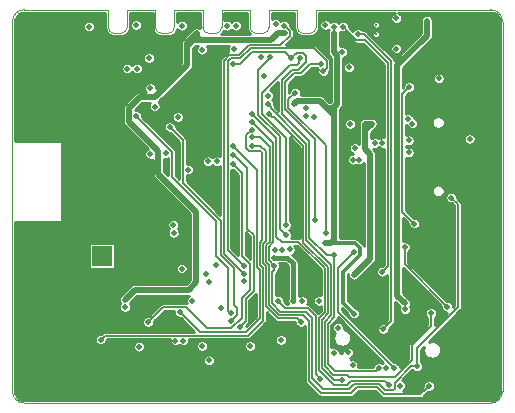
<source format=gbr>
G04 #@! TF.GenerationSoftware,KiCad,Pcbnew,(5.0.0)*
G04 #@! TF.CreationDate,2020-08-24T16:31:51+08:00*
G04 #@! TF.ProjectId,LeashPCB,4C656173685043422E6B696361645F70,B*
G04 #@! TF.SameCoordinates,Original*
G04 #@! TF.FileFunction,Copper,L3,Inr,Plane*
G04 #@! TF.FilePolarity,Positive*
%FSLAX46Y46*%
G04 Gerber Fmt 4.6, Leading zero omitted, Abs format (unit mm)*
G04 Created by KiCad (PCBNEW (5.0.0)) date 08/24/20 16:31:51*
%MOMM*%
%LPD*%
G01*
G04 APERTURE LIST*
G04 #@! TA.AperFunction,NonConductor*
%ADD10C,0.025400*%
G04 #@! TD*
G04 #@! TA.AperFunction,ViaPad*
%ADD11R,1.700000X1.700000*%
G04 #@! TD*
G04 #@! TA.AperFunction,ViaPad*
%ADD12O,1.700000X0.900000*%
G04 #@! TD*
G04 #@! TA.AperFunction,ViaPad*
%ADD13O,2.000000X0.900000*%
G04 #@! TD*
G04 #@! TA.AperFunction,ViaPad*
%ADD14C,0.200000*%
G04 #@! TD*
G04 #@! TA.AperFunction,ViaPad*
%ADD15C,0.700000*%
G04 #@! TD*
G04 #@! TA.AperFunction,ViaPad*
%ADD16C,4.400000*%
G04 #@! TD*
G04 #@! TA.AperFunction,ViaPad*
%ADD17C,0.500000*%
G04 #@! TD*
G04 #@! TA.AperFunction,Conductor*
%ADD18C,0.127000*%
G04 #@! TD*
G04 #@! TA.AperFunction,Conductor*
%ADD19C,0.500000*%
G04 #@! TD*
G04 #@! TA.AperFunction,Conductor*
%ADD20C,0.300000*%
G04 #@! TD*
G04 #@! TA.AperFunction,Conductor*
%ADD21C,0.400000*%
G04 #@! TD*
G04 #@! TA.AperFunction,Conductor*
%ADD22C,0.254000*%
G04 #@! TD*
G04 APERTURE END LIST*
D10*
X41500007Y1000000D02*
X41500007Y32300000D01*
X24114006Y33300010D02*
X21714004Y33300010D01*
X12113998Y33300010D02*
X9714004Y33300010D01*
X16114006Y33300010D02*
X13714004Y33300010D01*
X20114006Y33300010D02*
X17714004Y33300010D01*
X0Y32300009D02*
G75*
G02X999999Y33300010I1000000J1D01*
G01*
X1000000Y0D02*
G75*
G02X0Y1000000I0J1000000D01*
G01*
X25714004Y31800010D02*
G75*
G02X25214004Y31300010I-500000J0D01*
G01*
X24614006Y31300010D02*
G75*
G02X24114006Y31800010I0J500000D01*
G01*
X21714004Y31800010D02*
G75*
G02X21214004Y31300010I-500000J0D01*
G01*
X20614006Y31300010D02*
G75*
G02X20114006Y31800010I0J500000D01*
G01*
X17714004Y31800010D02*
G75*
G02X17214004Y31300010I-500000J0D01*
G01*
X9714004Y31800010D02*
G75*
G02X9214004Y31300010I-500000J0D01*
G01*
X8614006Y31300010D02*
G75*
G02X8114006Y31800010I0J500000D01*
G01*
X41500007Y1000000D02*
G75*
G02X40500007Y0I-1000000J0D01*
G01*
X40500007Y33300010D02*
G75*
G02X41500007Y32300000I0J-1000000D01*
G01*
X12613998Y31300010D02*
G75*
G02X12113998Y31800010I0J500000D01*
G01*
X13714004Y31800010D02*
G75*
G02X13214004Y31300010I-500000J0D01*
G01*
X16614006Y31300010D02*
G75*
G02X16114006Y31800010I0J500000D01*
G01*
X25714004Y31800010D02*
X25714004Y33300010D01*
X24114006Y33300010D02*
X24114006Y31800010D01*
X21714004Y31800010D02*
X21714004Y33300010D01*
X20614006Y31300010D02*
X21214004Y31300010D01*
X20114006Y33300010D02*
X20114006Y31800010D01*
X17714004Y31800010D02*
X17714004Y33300010D01*
X16114006Y33300010D02*
X16114006Y31800010D01*
X40500007Y33300010D02*
X25714004Y33300010D01*
X8113998Y33300010D02*
X1000000Y33300010D01*
X24614006Y31300010D02*
X25214004Y31300010D01*
X8113998Y33300010D02*
X8113998Y31800010D01*
X8614006Y31300010D02*
X9214004Y31300010D01*
X9714004Y31800010D02*
X9714004Y33300010D01*
X16614006Y31300010D02*
X17214004Y31300010D01*
X13714004Y31800010D02*
X13714004Y33300010D01*
X12613998Y31300010D02*
X13214004Y31300010D01*
X1000000Y0D02*
X40500007Y0D01*
X0Y32300010D02*
X0Y1000000D01*
X12113998Y33300010D02*
X12113998Y31800010D01*
D11*
G04 #@! TO.N,Net-(AE2-Pad1)*
G04 #@! TO.C,AE2*
X7600000Y12450000D03*
G04 #@! TD*
D12*
G04 #@! TO.N,GND*
G04 #@! TO.C,P1*
X39743505Y25174105D03*
X39743505Y16534105D03*
D13*
X35573505Y25174105D03*
X35573505Y16534105D03*
G04 #@! TD*
D14*
G04 #@! TO.N,N/C*
G04 #@! TO.C,U7*
X30797500Y31223000D03*
X30797500Y32023000D03*
G04 #@! TD*
D15*
G04 #@! TO.N,GND*
G04 #@! TO.C,H3*
X39666726Y31966726D03*
X38500000Y32450000D03*
X37333274Y31966726D03*
X36850000Y30800000D03*
X37333274Y29633274D03*
X38500000Y29150000D03*
X39666726Y29633274D03*
X40150000Y30800000D03*
D16*
X38500000Y30800000D03*
G04 #@! TD*
D15*
G04 #@! TO.N,GND*
G04 #@! TO.C,H4*
X39666726Y3566726D03*
X38500000Y4050000D03*
X37333274Y3566726D03*
X36850000Y2400000D03*
X37333274Y1233274D03*
X38500000Y750000D03*
X39666726Y1233274D03*
X40150000Y2400000D03*
D16*
X38500000Y2400000D03*
G04 #@! TD*
D15*
G04 #@! TO.N,GND*
G04 #@! TO.C,H2*
X4166726Y31966726D03*
X3000000Y32450000D03*
X1833274Y31966726D03*
X1350000Y30800000D03*
X1833274Y29633274D03*
X3000000Y29150000D03*
X4166726Y29633274D03*
X4650000Y30800000D03*
D16*
X3000000Y30800000D03*
G04 #@! TD*
D15*
G04 #@! TO.N,GND*
G04 #@! TO.C,H1*
X4166726Y3566726D03*
X3000000Y4050000D03*
X1833274Y3566726D03*
X1350000Y2400000D03*
X1833274Y1233274D03*
X3000000Y750000D03*
X4166726Y1233274D03*
X4650000Y2400000D03*
D16*
X3000000Y2400000D03*
G04 #@! TD*
D17*
G04 #@! TO.N,GND*
X2324505Y7632105D03*
X3277005Y7632105D03*
X2261005Y12712105D03*
X3277005Y12712105D03*
X34074505Y24523105D03*
X29033505Y19101105D03*
X34113505Y17654105D03*
X12484505Y11061105D03*
X28954972Y9818560D03*
X25239458Y8621641D03*
X20462505Y8752105D03*
X25244005Y11573095D03*
X24467005Y11573095D03*
X24105005Y19506605D03*
X17310505Y21411605D03*
X12738505Y25102093D03*
X15100899Y23405023D03*
X14008505Y19760605D03*
X24168501Y13029605D03*
X16294505Y18178605D03*
X17374005Y18178605D03*
X18961505Y13728109D03*
X32267790Y31168710D03*
X11557000Y31877000D03*
X19685000Y31940500D03*
X23685500Y31940500D03*
X22404172Y25064946D03*
X35467727Y8283773D03*
X37143405Y9783095D03*
X38710005Y10565995D03*
X33528000Y1460500D03*
X24193500Y3556000D03*
X29662490Y15633105D03*
X31305500Y12698059D03*
X31305500Y12192000D03*
X7493000Y1714500D03*
X12742400Y13652500D03*
X7239000Y31877000D03*
X19914438Y13728538D03*
X23876000Y27051000D03*
X33337500Y30543500D03*
X36258500Y14859000D03*
X29972000Y761998D03*
X14478000Y8699500D03*
X28738512Y5913512D03*
X32325000Y4500000D03*
X30770000Y6775000D03*
X33750000Y20150000D03*
X31000000Y22600000D03*
X29023901Y22723443D03*
X29775000Y28275000D03*
X29125000Y28050000D03*
X28650000Y30575000D03*
X38050000Y18575000D03*
X23200000Y11550000D03*
X575000Y27375000D03*
X525000Y24250000D03*
X525000Y22500000D03*
X2775000Y22400000D03*
X4375000Y22325000D03*
X4400000Y21325000D03*
X4375000Y20125000D03*
X4400000Y18775000D03*
X4375000Y17675000D03*
X4400000Y16000000D03*
X3475000Y15125000D03*
X2300000Y15125000D03*
X1150000Y15125000D03*
X400000Y15100000D03*
X400000Y13875000D03*
X500000Y12600000D03*
X1900000Y13800000D03*
X3625000Y14125000D03*
X550000Y11275000D03*
X525000Y8875000D03*
X475000Y6675000D03*
X475000Y4500000D03*
X2775000Y5425000D03*
X5175000Y4750000D03*
X5025000Y7275000D03*
X6725000Y9275000D03*
X6325000Y12150000D03*
X5675000Y13100000D03*
X4850000Y14925000D03*
X6200000Y16525000D03*
X7025000Y17400000D03*
X8150000Y18450000D03*
X9375000Y18125000D03*
X10675000Y18100000D03*
X10700000Y19450000D03*
X9275000Y20750000D03*
X8500000Y21375000D03*
X7425000Y22525000D03*
X6400000Y23525000D03*
X5550000Y24600000D03*
X4250000Y23150000D03*
X6750000Y20625000D03*
X7675000Y19600000D03*
X5775000Y19725000D03*
X5800000Y18375000D03*
X5475000Y17025000D03*
X6800000Y18725000D03*
X9600000Y22400000D03*
X7325000Y24475000D03*
X6125000Y26100000D03*
X4775000Y27500000D03*
X1625000Y28175000D03*
X6400000Y10750000D03*
X5175000Y8650000D03*
X5450000Y10025000D03*
X4300000Y6050000D03*
X7775000Y8500000D03*
X7650000Y15200000D03*
X8700000Y16425000D03*
X10250000Y16400000D03*
X10075000Y15075000D03*
X9850000Y13200000D03*
X11425000Y16525000D03*
X8275000Y23200000D03*
X5675000Y28875000D03*
X6250000Y30600000D03*
X23787100Y21945600D03*
X23812500Y20294600D03*
X14400000Y31100000D03*
X13081000Y20301515D03*
X7400000Y14100000D03*
X8500000Y13800000D03*
G04 #@! TO.N,/RF/VDDR*
X16548505Y20459105D03*
X14897503Y19760603D03*
X25491967Y24218561D03*
G04 #@! TO.N,/Boost Converters/3V3_BUCK_VOUT*
X28500000Y28425000D03*
G04 #@! TO.N,/USB Input/MSP430_TCK*
X21653500Y25336500D03*
X35433000Y7620000D03*
G04 #@! TO.N,/USB Input/MSP430_TDO*
X20295005Y22491105D03*
X35275000Y1450000D03*
G04 #@! TO.N,/USB Input/MSP430_TMS*
X21700102Y24494098D03*
X27900000Y1945855D03*
G04 #@! TO.N,/USB Input/MSP430_TDI*
X20320000Y24447500D03*
X31877000Y1524000D03*
G04 #@! TO.N,/USB Input/D-*
X31331390Y22024696D03*
G04 #@! TO.N,/USB Input/D+*
X30679011Y22031295D03*
G04 #@! TO.N,RESET_N*
X20320000Y23756987D03*
X37147500Y17399000D03*
X22161500Y11620500D03*
X34276587Y3094369D03*
G04 #@! TO.N,VDDS*
X17310505Y20459105D03*
X19596503Y10299105D03*
X12040003Y25094605D03*
X14326005Y11378605D03*
X21653500Y26035000D03*
G04 #@! TO.N,3V3*
X32512000Y32575500D03*
X32829500Y1460502D03*
X23851005Y25348605D03*
X26454505Y13537605D03*
X15621000Y31305500D03*
X22733000Y5334000D03*
X22161500Y12319000D03*
X9525000Y8763000D03*
X9525000Y8128000D03*
X27241500Y31877000D03*
X22479000Y31301500D03*
X23050500Y31305500D03*
X27241500Y31369000D03*
X28925000Y7575000D03*
X27225000Y29700000D03*
X27900000Y29725000D03*
X38710005Y22360005D03*
X36100000Y27475000D03*
X23775000Y8675000D03*
G04 #@! TO.N,LED1*
X19596507Y10942094D03*
X22987000Y31940500D03*
G04 #@! TO.N,LED2*
X23152505Y14236105D03*
X18923006Y31940500D03*
X21830993Y29273500D03*
G04 #@! TO.N,900M*
X9715500Y28321002D03*
X13625000Y15100000D03*
G04 #@! TO.N,2.4G*
X10541000Y28321000D03*
X13650000Y14375000D03*
G04 #@! TO.N,5V*
X28931005Y10870605D03*
X18732500Y29972002D03*
X29850000Y23650000D03*
X30425004Y23650000D03*
G04 #@! TO.N,CC1352_TDI*
X23484536Y13002760D03*
X27554780Y6380452D03*
G04 #@! TO.N,CC1352_TDO*
X22858749Y12963571D03*
X28450000Y4284490D03*
G04 #@! TO.N,CC1352_TCK*
X22207992Y12966105D03*
X27200004Y4250000D03*
G04 #@! TO.N,MISO*
X17628005Y8076607D03*
X17271005Y11696105D03*
G04 #@! TO.N,CS_MB2*
X18707505Y21030605D03*
X19304000Y6473000D03*
G04 #@! TO.N,SCK*
X16637000Y10223500D03*
X16637000Y3619500D03*
G04 #@! TO.N,AN_MB2*
X24422505Y6870105D03*
X20295007Y21795626D03*
G04 #@! TO.N,RST_MB2*
X14478000Y5274490D03*
G04 #@! TO.N,MOSI*
X16358005Y10934105D03*
X16065500Y4826000D03*
X20129502Y4826000D03*
G04 #@! TO.N,INT_MB2*
X26543000Y14414500D03*
X23939500Y26289000D03*
G04 #@! TO.N,CC1352_RX_MB2_TX*
X21330550Y27683128D03*
G04 #@! TO.N,SDA*
X27246751Y12502725D03*
X18669000Y28701996D03*
X31011517Y2956836D03*
X23622000Y29202843D03*
G04 #@! TO.N,PWM_MB2*
X23152505Y15061605D03*
X24312991Y29202843D03*
G04 #@! TO.N,CC1352_TX_MB2_RX*
X21018500Y29273500D03*
G04 #@! TO.N,SCL*
X16065500Y29908500D03*
X31400000Y6250000D03*
X29264738Y31233238D03*
G04 #@! TO.N,CC1352_TX_MB1_RX*
X11556996Y29210000D03*
X11684000Y26670000D03*
G04 #@! TO.N,RST_MB1*
X10731500Y4762500D03*
X13805231Y5274490D03*
G04 #@! TO.N,AN_MB1*
X20285153Y23122957D03*
X7468005Y5358995D03*
G04 #@! TO.N,CS_MB1*
X11493500Y6858000D03*
X18655386Y20221637D03*
G04 #@! TO.N,CC1352_TX_MSP430_RX*
X12994491Y21182527D03*
G04 #@! TO.N,CC1352_RX_MSP430_TX*
X11684000Y21082000D03*
G04 #@! TO.N,/USB Input/VBUS*
X28850000Y20600000D03*
X29373000Y20600000D03*
X33502600Y24028400D03*
X33870900Y23660100D03*
G04 #@! TO.N,/USB Input/MSP_PUR*
X29000004Y21575000D03*
X28600000Y23624996D03*
G04 #@! TO.N,/USB Input/D_N*
X33566505Y22237105D03*
G04 #@! TO.N,/USB Input/D_P*
X33553328Y21210385D03*
G04 #@! TO.N,INT_SENSOR*
X15221178Y8646943D03*
G04 #@! TO.N,INT_HDC2010*
X26064835Y2062189D03*
X22504562Y8665510D03*
G04 #@! TO.N,INT_LIS2DE12_2*
X24549505Y8648105D03*
G04 #@! TO.N,ALT_IN*
X33249407Y7920898D03*
X33250000Y8425000D03*
X35075000Y32375000D03*
G04 #@! TO.N,~CHG*
X31305500Y11112500D03*
X28003500Y31877000D03*
G04 #@! TO.N,~FLASH_CS*
X14199005Y7695605D03*
X18707511Y21729105D03*
G04 #@! TO.N,Net-(C13-Pad2)*
X32510000Y30010000D03*
G04 #@! TO.N,USER_BOOT*
X19597003Y11569603D03*
X34036000Y15176500D03*
X26324998Y28075002D03*
X33600000Y26750000D03*
G04 #@! TO.N,Net-(D2-Pad1)*
X18168987Y31940500D03*
G04 #@! TO.N,Net-(D3-Pad1)*
X22288500Y32131000D03*
G04 #@! TO.N,Net-(D4-Pad1)*
X14349005Y31942495D03*
G04 #@! TO.N,Net-(D5-Pad1)*
X10477500Y32004000D03*
G04 #@! TO.N,Net-(D6-Pad1)*
X6477000Y31877000D03*
G04 #@! TO.N,Net-(D7-Pad1)*
X26499992Y32000000D03*
G04 #@! TO.N,Net-(J3-Pad5)*
X28795653Y3199866D03*
G04 #@! TO.N,/USB Input/~MSP430_RST*
X36807000Y8151000D03*
X33202510Y13208000D03*
G04 #@! TO.N,Net-(J3-Pad3)*
X31638512Y2961488D03*
G04 #@! TO.N,Net-(R28-Pad2)*
X24867005Y24967605D03*
G04 #@! TO.N,Net-(R29-Pad2)*
X24867005Y24269105D03*
G04 #@! TO.N,Net-(R51-Pad1)*
X28892500Y12763500D03*
X32300000Y2950000D03*
G04 #@! TO.N,MB1_CTRL*
X14008505Y24205605D03*
G04 #@! TO.N,Net-(R49-Pad1)*
X25629005Y15506099D03*
X26149437Y28726932D03*
G04 #@! TO.N,INT_LIS2DE12_1*
X25946505Y8648105D03*
G04 #@! TO.N,Net-(R39-Pad2)*
X18505017Y7579359D03*
X10499994Y24300000D03*
G04 #@! TO.N,Net-(R40-Pad2)*
X13310005Y23380105D03*
X18505009Y6935986D03*
G04 #@! TD*
D18*
G04 #@! TO.N,/USB Input/MSP430_TCK*
X26987511Y9524989D02*
X26987511Y9588500D01*
X21903499Y25086501D02*
X21653500Y25336500D01*
X21903499Y24934599D02*
X21903499Y25086501D01*
X24892000Y21946098D02*
X21903499Y24934599D01*
X24892000Y13779500D02*
X24892000Y21946098D01*
X26987511Y9588500D02*
X26987511Y11683989D01*
X26987511Y11683989D02*
X24892000Y13779500D01*
X26987511Y7437511D02*
X26987511Y9588500D01*
X26430488Y6880488D02*
X26987511Y7437511D01*
X26430488Y3144512D02*
X26430488Y6880488D01*
X27162000Y2413000D02*
X26430488Y3144512D01*
X33800000Y3625000D02*
X32375000Y2200000D01*
X32375000Y2200000D02*
X28525000Y2200000D01*
X28525000Y2200000D02*
X28312000Y2413000D01*
X28312000Y2413000D02*
X27162000Y2413000D01*
X35433000Y6508000D02*
X33800000Y4875000D01*
X35433000Y7620000D02*
X35433000Y6508000D01*
X33800000Y4875000D02*
X33800000Y3625000D01*
G04 #@! TO.N,/USB Input/MSP430_TDO*
X35025001Y1200001D02*
X35275000Y1450000D01*
X31469500Y725000D02*
X34550000Y725000D01*
X34550000Y725000D02*
X35025001Y1200001D01*
X21463011Y11979714D02*
X21717033Y11725692D01*
X20295005Y22491105D02*
X20942895Y22491105D01*
X21717033Y11725692D02*
X21717033Y8318467D01*
X21780500Y13654326D02*
X21463011Y13336837D01*
X21780500Y21653500D02*
X21780500Y13654326D01*
X20942895Y22491105D02*
X21780500Y21653500D01*
X21717033Y8318467D02*
X22542489Y7493011D01*
X22542489Y7493011D02*
X24574489Y7493011D01*
X24574489Y7493011D02*
X25082500Y6985000D01*
X25082500Y6985000D02*
X25082500Y1867500D01*
X26125000Y825000D02*
X28675000Y825000D01*
X25082500Y1867500D02*
X26125000Y825000D01*
X28675000Y825000D02*
X29175000Y1325000D01*
X29175000Y1325000D02*
X30869500Y1325000D01*
X21463011Y13336837D02*
X21463011Y11979714D01*
X30869500Y1325000D02*
X31469500Y725000D01*
G04 #@! TO.N,/USB Input/MSP430_TMS*
X24638000Y21759342D02*
X24638000Y13589000D01*
X27546447Y1945855D02*
X27900000Y1945855D01*
X21950101Y24244099D02*
X22153243Y24244099D01*
X22153243Y24244099D02*
X24638000Y21759342D01*
X24638000Y13589000D02*
X26700000Y11527000D01*
X21700102Y24494098D02*
X21950101Y24244099D01*
X26176477Y2998523D02*
X27229145Y1945855D01*
X26700000Y7586500D02*
X26176477Y7062977D01*
X27229145Y1945855D02*
X27546447Y1945855D01*
X26700000Y11527000D02*
X26700000Y7586500D01*
X26176477Y7062977D02*
X26176477Y2998523D01*
G04 #@! TO.N,/USB Input/MSP430_TDI*
X20320000Y24447500D02*
X20569999Y24197501D01*
X20569999Y24197501D02*
X20573990Y24193510D01*
X31627001Y1773999D02*
X31877000Y1524000D01*
X25922466Y7168191D02*
X25922466Y2827534D01*
X25922466Y2827534D02*
X27244647Y1505353D01*
X27244647Y1505353D02*
X28305353Y1505353D01*
X28305353Y1505353D02*
X28700000Y1900000D01*
X22352000Y22415500D02*
X22352000Y14097000D01*
X31501000Y1900000D02*
X31627001Y1773999D01*
X22796500Y13652500D02*
X24197548Y13652500D01*
X20569999Y24197501D02*
X22352000Y22415500D01*
X28700000Y1900000D02*
X31501000Y1900000D01*
X26445989Y7691714D02*
X25922466Y7168191D01*
X26445989Y11404059D02*
X26445989Y7691714D01*
X24197548Y13652500D02*
X26445989Y11404059D01*
X22352000Y14097000D02*
X22796500Y13652500D01*
G04 #@! TO.N,RESET_N*
X22161500Y11640450D02*
X22161500Y11620500D01*
X21717022Y12084928D02*
X22161500Y11640450D01*
X21717022Y13231623D02*
X21717022Y12084928D01*
X22098000Y21978987D02*
X22098000Y13612601D01*
X20320000Y23756987D02*
X22098000Y21978987D01*
X22098000Y13612601D02*
X21717022Y13231623D01*
X33923034Y3094369D02*
X34276587Y3094369D01*
X33728816Y3094369D02*
X33923034Y3094369D01*
X24828478Y7747022D02*
X25400000Y7175500D01*
X22669478Y7747022D02*
X24828478Y7747022D01*
X31039000Y1600000D02*
X31559489Y1079511D01*
X21971044Y8445456D02*
X22669478Y7747022D01*
X21971044Y11076491D02*
X21971044Y8445456D01*
X25400000Y7175500D02*
X25400000Y2075082D01*
X28510043Y1175000D02*
X28935043Y1600000D01*
X22161500Y11266947D02*
X21971044Y11076491D01*
X22161500Y11620500D02*
X22161500Y11266947D01*
X31559489Y1079511D02*
X32229511Y1079511D01*
X25400000Y2075082D02*
X26300082Y1175000D01*
X26300082Y1175000D02*
X28510043Y1175000D01*
X28935043Y1600000D02*
X31039000Y1600000D01*
X32229511Y1079511D02*
X32350000Y1200000D01*
X32350000Y1200000D02*
X32350000Y1715553D01*
X32350000Y1715553D02*
X33728816Y3094369D01*
X37719000Y16827500D02*
X37147500Y17399000D01*
X37719000Y8100000D02*
X37719000Y16827500D01*
X34276587Y4657587D02*
X37719000Y8100000D01*
X34276587Y3094369D02*
X34276587Y4657587D01*
D19*
G04 #@! TO.N,3V3*
X23851005Y25348605D02*
X24101004Y25598604D01*
X24101004Y25598604D02*
X24963604Y25598604D01*
X24963604Y25598604D02*
X26026896Y25598604D01*
X27241500Y24384000D02*
X27241500Y13779500D01*
X26999605Y13537605D02*
X26454505Y13537605D01*
X27241500Y13779500D02*
X26999605Y13537605D01*
X22483000Y31305500D02*
X22479000Y31301500D01*
X23050500Y31305500D02*
X22483000Y31305500D01*
X21911500Y30734000D02*
X22479000Y31301500D01*
X15875000Y30734000D02*
X21911500Y30734000D01*
X15621000Y30988000D02*
X15875000Y30734000D01*
X15621000Y31305500D02*
X15621000Y30988000D01*
X27241500Y24384000D02*
X27241500Y24955500D01*
X27178000Y25019000D02*
X27241500Y24955500D01*
X26606500Y25019000D02*
X27178000Y25019000D01*
X26606500Y25019000D02*
X27241500Y24384000D01*
X26026896Y25598604D02*
X26606500Y25019000D01*
X14795500Y30480000D02*
X15621000Y31305500D01*
X15303500Y30734000D02*
X14795500Y30226000D01*
X15875000Y30734000D02*
X15303500Y30734000D01*
X14795500Y30226000D02*
X14795500Y30480000D01*
D20*
X26999605Y13537605D02*
X29007395Y13537605D01*
X29419502Y13125498D02*
X29419502Y12510538D01*
X28003500Y11094536D02*
X28003500Y8496500D01*
X29007395Y13537605D02*
X29419502Y13125498D01*
X29419502Y12510538D02*
X28003500Y11094536D01*
X28003500Y8496500D02*
X28675001Y7824999D01*
X28675001Y7824999D02*
X28925000Y7575000D01*
D19*
X27225000Y31352500D02*
X27241500Y31369000D01*
X27225000Y29700000D02*
X27225000Y31352500D01*
X27474999Y25315999D02*
X27178000Y25019000D01*
X27474999Y29450001D02*
X27474999Y25315999D01*
X27225000Y29700000D02*
X27474999Y29450001D01*
D21*
X23777001Y9030554D02*
X23775000Y9028553D01*
X23775000Y9028553D02*
X23775000Y8675000D01*
X23777001Y11826961D02*
X23777001Y9030554D01*
X23284962Y12319000D02*
X23777001Y11826961D01*
X22161500Y12319000D02*
X23284962Y12319000D01*
D19*
X14922500Y9588500D02*
X10350500Y9588500D01*
X15557500Y16192500D02*
X15557500Y10223500D01*
X12367490Y19382510D02*
X15557500Y16192500D01*
X10350500Y9588500D02*
X9774999Y9012999D01*
X12367490Y21326472D02*
X12367490Y19382510D01*
X14795500Y28595500D02*
X12066500Y25866500D01*
X14795500Y30226000D02*
X14795500Y28595500D01*
X9774999Y9012999D02*
X9525000Y8763000D01*
X10766500Y25866500D02*
X9872993Y24972993D01*
X15557500Y10223500D02*
X14922500Y9588500D01*
X12066500Y25866500D02*
X10766500Y25866500D01*
X9872993Y24972993D02*
X9872993Y23820969D01*
X9872993Y23820969D02*
X12367490Y21326472D01*
D18*
G04 #@! TO.N,LED1*
X23050500Y31940500D02*
X22987000Y31940500D01*
X23495000Y31496000D02*
X23050500Y31940500D01*
X20066011Y30289511D02*
X22669511Y30289511D01*
X17907000Y12631601D02*
X17907000Y28957000D01*
X23495000Y31115000D02*
X23495000Y31496000D01*
X22669511Y30289511D02*
X23495000Y31115000D01*
X19596507Y10942094D02*
X17907000Y12631601D01*
X17907000Y28957000D02*
X18375000Y29425000D01*
X18375000Y29425000D02*
X19201500Y29425000D01*
X19201500Y29425000D02*
X20066011Y30289511D01*
G04 #@! TO.N,LED2*
X21830993Y29230993D02*
X21830993Y29273500D01*
X20828000Y28228000D02*
X21830993Y29230993D01*
X20828000Y24384000D02*
X20828000Y28228000D01*
X22640506Y22571494D02*
X20828000Y24384000D01*
X23152505Y14236105D02*
X22640506Y14748104D01*
X22640506Y14748104D02*
X22640506Y22571494D01*
D19*
G04 #@! TO.N,5V*
X28931005Y10870605D02*
X30289500Y12229100D01*
X30289500Y12229100D02*
X30289500Y21086540D01*
X30289500Y21086540D02*
X29850000Y21526040D01*
X29850000Y23074996D02*
X30425004Y23650000D01*
X29850000Y22975000D02*
X29850000Y23074996D01*
X29850000Y22975000D02*
X29850000Y23650000D01*
X29850000Y21526040D02*
X29850000Y22975000D01*
X29850000Y23650000D02*
X30425004Y23650000D01*
D18*
G04 #@! TO.N,CS_MB2*
X19553999Y6722999D02*
X19304000Y6473000D01*
X19748500Y6917500D02*
X19553999Y6722999D01*
X19748500Y8826500D02*
X19748500Y6917500D01*
X18769395Y21030605D02*
X19900000Y19900000D01*
X18707505Y21030605D02*
X18769395Y21030605D01*
X19900000Y19900000D02*
X19900000Y14771000D01*
X19900000Y14771000D02*
X20446967Y14224033D01*
X20446967Y14224033D02*
X20446967Y9524967D01*
X20446967Y9524967D02*
X19748500Y8826500D01*
G04 #@! TO.N,AN_MB2*
X24422505Y6882995D02*
X24422505Y6870105D01*
X24130000Y7175500D02*
X24422505Y6882995D01*
X22479000Y7175500D02*
X24130000Y7175500D01*
X21463022Y8191478D02*
X22479000Y7175500D01*
X21463022Y11620478D02*
X21463022Y8191478D01*
X20295007Y21795626D02*
X21003374Y21795626D01*
X21463000Y21336000D02*
X21463000Y13696051D01*
X21463000Y13696051D02*
X21209000Y13442051D01*
X21003374Y21795626D02*
X21463000Y21336000D01*
X21209000Y13442051D02*
X21209000Y11874500D01*
X21209000Y11874500D02*
X21463022Y11620478D01*
G04 #@! TO.N,INT_MB2*
X26543000Y21822224D02*
X26543000Y14768053D01*
X26543000Y14768053D02*
X26543000Y14414500D01*
X23368011Y24997213D02*
X26543000Y21822224D01*
X23939500Y26289000D02*
X23368011Y25717511D01*
X23368011Y25717511D02*
X23368011Y24997213D01*
G04 #@! TO.N,SDA*
X22844673Y25336500D02*
X22844673Y25923327D01*
X25146010Y22161490D02*
X25146010Y13969990D01*
X22844673Y24462827D02*
X25146010Y22161490D01*
X22844673Y25336500D02*
X22844673Y24462827D01*
X26613275Y12502725D02*
X26893198Y12502725D01*
X25146010Y13969990D02*
X26613275Y12502725D01*
X26893198Y12502725D02*
X27246751Y12502725D01*
X30761518Y2706837D02*
X31011517Y2956836D01*
X27293163Y2706837D02*
X30761518Y2706837D01*
X26684499Y3315501D02*
X27293163Y2706837D01*
X26684499Y6709499D02*
X26684499Y3315501D01*
X27246751Y12502725D02*
X27246751Y7271751D01*
X27246751Y7271751D02*
X26684499Y6709499D01*
X18669000Y28701996D02*
X19251996Y28701996D01*
X19251996Y28701996D02*
X20264003Y29714003D01*
X20264003Y29714003D02*
X23110840Y29714003D01*
X23110840Y29714003D02*
X23372001Y29452842D01*
X23372001Y29452842D02*
X23622000Y29202843D01*
X23871999Y29452842D02*
X23622000Y29202843D01*
X24069656Y29650499D02*
X23871999Y29452842D01*
X24574502Y29650499D02*
X24069656Y29650499D01*
X22844673Y27353173D02*
X23707711Y28216211D01*
X22844673Y25336500D02*
X22844673Y27353173D01*
X23707711Y28216211D02*
X24216211Y28216211D01*
X24216211Y28216211D02*
X24870504Y28870504D01*
X24870504Y28870504D02*
X24870504Y29354497D01*
X24870504Y29354497D02*
X24574502Y29650499D01*
G04 #@! TO.N,PWM_MB2*
X24300000Y29189852D02*
X24312991Y29202843D01*
X24300000Y28800000D02*
X24300000Y29189852D01*
X23152505Y22418719D02*
X21124504Y24446720D01*
X23152505Y15061605D02*
X23152505Y22418719D01*
X21124504Y24446720D02*
X21124504Y26240557D01*
X21124504Y26240557D02*
X23483947Y28600000D01*
X23483947Y28600000D02*
X24100000Y28600000D01*
X24100000Y28600000D02*
X24300000Y28800000D01*
G04 #@! TO.N,SCL*
X32067510Y6917510D02*
X31400000Y6250000D01*
X32067510Y28932490D02*
X32067510Y6917510D01*
X29264738Y31233238D02*
X29766762Y31233238D01*
X29766762Y31233238D02*
X32067510Y28932490D01*
G04 #@! TO.N,AN_MB1*
X7718004Y5608994D02*
X7468005Y5358995D01*
X21172029Y21182471D02*
X21172029Y13764304D01*
X20285153Y23122957D02*
X19812000Y22649804D01*
X21209011Y6985011D02*
X19939000Y5715000D01*
X19812000Y21590000D02*
X20066000Y21336000D01*
X20954989Y11662236D02*
X21209011Y11408214D01*
X21209011Y11408214D02*
X21209011Y6985011D01*
X19812000Y22649804D02*
X19812000Y21590000D01*
X7824010Y5715000D02*
X7718004Y5608994D01*
X20066000Y21336000D02*
X21018500Y21336000D01*
X21018500Y21336000D02*
X21172029Y21182471D01*
X21172029Y13764304D02*
X20954989Y13547265D01*
X19939000Y5715000D02*
X7824010Y5715000D01*
X20954989Y13547265D02*
X20954989Y11662236D01*
G04 #@! TO.N,CS_MB1*
X19431000Y7239000D02*
X19431000Y8890000D01*
X19431000Y19446023D02*
X18905385Y19971638D01*
X12771606Y8136106D02*
X14723894Y8136106D01*
X18905385Y19971638D02*
X18655386Y20221637D01*
X20100000Y11800000D02*
X19431000Y12469000D01*
X20100000Y9559000D02*
X20100000Y11800000D01*
X19431000Y12469000D02*
X19431000Y19446023D01*
X19431000Y8890000D02*
X20100000Y9559000D01*
X16510000Y6350000D02*
X18542000Y6350000D01*
X18542000Y6350000D02*
X19431000Y7239000D01*
X14723894Y8136106D02*
X16510000Y6350000D01*
X11493500Y6858000D02*
X12771606Y8136106D01*
G04 #@! TO.N,INT_HDC2010*
X26064835Y2062189D02*
X25668455Y2458569D01*
X25668455Y7393269D02*
X24997224Y8064500D01*
X22754561Y8415511D02*
X22504562Y8665510D01*
X24997224Y8064500D02*
X23105572Y8064500D01*
X23105572Y8064500D02*
X22754561Y8415511D01*
X25668455Y2458569D02*
X25668455Y7393269D01*
D19*
G04 #@! TO.N,ALT_IN*
X33250000Y8425000D02*
X32575500Y9099500D01*
X35075000Y31096447D02*
X35075000Y32021447D01*
X35075000Y32021447D02*
X35075000Y32375000D01*
X32575500Y28596947D02*
X35075000Y31096447D01*
X32575500Y9099500D02*
X32575500Y28596947D01*
D18*
G04 #@! TO.N,~CHG*
X28253499Y31627001D02*
X28003500Y31877000D01*
X31813500Y11620500D02*
X31813500Y28786500D01*
X31305500Y11112500D02*
X31813500Y11620500D01*
X31813500Y28786500D02*
X29850000Y30750000D01*
X29850000Y30750000D02*
X29125000Y30750000D01*
X29125000Y30750000D02*
X28253499Y31621501D01*
X28253499Y31621501D02*
X28253499Y31627001D01*
G04 #@! TO.N,~FLASH_CS*
X20955000Y11303000D02*
X20700978Y11557022D01*
X19812000Y6032500D02*
X20955000Y7175500D01*
X15862110Y6032500D02*
X19812000Y6032500D01*
X14199005Y7695605D02*
X15862110Y6032500D01*
X20955000Y7175500D02*
X20955000Y11303000D01*
X18957510Y21479106D02*
X18707511Y21729105D01*
X20700978Y11557022D02*
X20700978Y19735638D01*
X20700978Y19735638D02*
X18957510Y21479106D01*
G04 #@! TO.N,USER_BOOT*
X34036000Y15176500D02*
X33016011Y16196489D01*
X33016011Y16196489D02*
X33016011Y24543064D01*
X18224500Y24447500D02*
X18224500Y24574500D01*
X18480213Y29170989D02*
X19306714Y29170989D01*
X19306714Y29170989D02*
X20171224Y30035500D01*
X20171224Y30035500D02*
X25527000Y30035500D01*
X25527000Y30035500D02*
X26602501Y28959999D01*
X18224500Y28915276D02*
X18480213Y29170989D01*
X18224500Y24447500D02*
X18224500Y28915276D01*
X33016011Y26166011D02*
X33600000Y26750000D01*
X33016011Y24543064D02*
X33016011Y26166011D01*
X26602501Y28352505D02*
X26324998Y28075002D01*
X26602501Y28959999D02*
X26602501Y28352505D01*
X18224500Y20442695D02*
X18224500Y24447500D01*
X19597003Y11569603D02*
X18214884Y12951722D01*
X18214884Y12951722D02*
X18214884Y20433079D01*
X18214884Y20433079D02*
X18224500Y20442695D01*
G04 #@! TO.N,/USB Input/~MSP430_RST*
X36807000Y8151000D02*
X33202510Y11755490D01*
X33202510Y12854447D02*
X33202510Y13208000D01*
X33202510Y11755490D02*
X33202510Y12854447D01*
G04 #@! TO.N,Net-(R51-Pad1)*
X27559000Y11430000D02*
X28892500Y12763500D01*
X27559000Y7716000D02*
X27559000Y11430000D01*
X32300000Y2975000D02*
X27559000Y7716000D01*
X32300000Y2950000D02*
X32300000Y2975000D01*
G04 #@! TO.N,Net-(R49-Pad1)*
X25629005Y22376995D02*
X23114000Y24892000D01*
X23114000Y24892000D02*
X23114000Y27178000D01*
X25200000Y28700000D02*
X26122505Y28700000D01*
X23114000Y27178000D02*
X23876000Y27940000D01*
X23876000Y27940000D02*
X24440000Y27940000D01*
X24440000Y27940000D02*
X25200000Y28700000D01*
X26122505Y28700000D02*
X26149437Y28726932D01*
X25629005Y15506099D02*
X25629005Y22376995D01*
G04 #@! TO.N,Net-(R39-Pad2)*
X10749993Y24050001D02*
X10499994Y24300000D01*
X13521501Y21278493D02*
X10749993Y24050001D01*
X13521501Y19177378D02*
X13521501Y21278493D01*
X13500000Y19155877D02*
X13521501Y19177378D01*
X17272000Y15383877D02*
X13500000Y19155877D01*
X17272000Y12446000D02*
X17272000Y15383877D01*
X18255018Y11462982D02*
X17272000Y12446000D01*
X18255018Y7829358D02*
X18255018Y11462982D01*
X18505017Y7579359D02*
X18255018Y7829358D01*
G04 #@! TO.N,Net-(R40-Pad2)*
X14449006Y18634494D02*
X14449006Y22241104D01*
X17653000Y15430500D02*
X14449006Y18634494D01*
X18505009Y6935986D02*
X18982499Y7413476D01*
X18982499Y7413476D02*
X18982499Y8068501D01*
X18982499Y8068501D02*
X18732500Y8318500D01*
X18732500Y8318500D02*
X18732500Y11430000D01*
X14449006Y22241104D02*
X13560004Y23130106D01*
X18732500Y11430000D02*
X17653000Y12509500D01*
X13560004Y23130106D02*
X13310005Y23380105D01*
X17653000Y12509500D02*
X17653000Y15430500D01*
G04 #@! TD*
D22*
G04 #@! TO.N,GND*
G36*
X7874299Y31788242D02*
X7875325Y31777823D01*
X7875304Y31774795D01*
X7875631Y31771464D01*
X7885831Y31674415D01*
X7890199Y31653136D01*
X7894270Y31631794D01*
X7895238Y31628590D01*
X7924094Y31535371D01*
X7932502Y31515368D01*
X7940651Y31495199D01*
X7942223Y31492244D01*
X7988636Y31406406D01*
X8000765Y31388424D01*
X8012680Y31370217D01*
X8014795Y31367623D01*
X8076997Y31292434D01*
X8092396Y31277143D01*
X8107611Y31261605D01*
X8110190Y31259472D01*
X8185811Y31197796D01*
X8203882Y31185789D01*
X8221834Y31173497D01*
X8224771Y31171910D01*
X8224776Y31171907D01*
X8224781Y31171905D01*
X8310940Y31126094D01*
X8331018Y31117818D01*
X8350992Y31109257D01*
X8354187Y31108269D01*
X8354191Y31108267D01*
X8354195Y31108266D01*
X8447607Y31080063D01*
X8468897Y31075847D01*
X8490171Y31071325D01*
X8493495Y31070976D01*
X8493499Y31070976D01*
X8590617Y31061454D01*
X8590623Y31061454D01*
X8602238Y31060310D01*
X9225772Y31060310D01*
X9236124Y31061330D01*
X9239219Y31061308D01*
X9242550Y31061635D01*
X9339599Y31071835D01*
X9360878Y31076203D01*
X9382220Y31080274D01*
X9385424Y31081242D01*
X9478643Y31110098D01*
X9498649Y31118508D01*
X9518815Y31126655D01*
X9521765Y31128224D01*
X9521769Y31128226D01*
X9521772Y31128228D01*
X9607608Y31174640D01*
X9625590Y31186769D01*
X9643797Y31198684D01*
X9646391Y31200799D01*
X9721580Y31263001D01*
X9736871Y31278400D01*
X9752409Y31293615D01*
X9754542Y31296194D01*
X9816218Y31371815D01*
X9828225Y31389886D01*
X9840517Y31407838D01*
X9842104Y31410775D01*
X9842107Y31410780D01*
X9842109Y31410785D01*
X9887920Y31496944D01*
X9896196Y31517022D01*
X9904757Y31536996D01*
X9905746Y31540193D01*
X9933951Y31633611D01*
X9938167Y31654901D01*
X9942689Y31676175D01*
X9943038Y31679503D01*
X9952560Y31776621D01*
X9952560Y31776627D01*
X9953704Y31788242D01*
X9953704Y32053640D01*
X9973500Y32053640D01*
X9973500Y31954360D01*
X9992868Y31856989D01*
X10030861Y31765266D01*
X10086017Y31682718D01*
X10156218Y31612517D01*
X10238766Y31557361D01*
X10330489Y31519368D01*
X10427860Y31500000D01*
X10527140Y31500000D01*
X10624511Y31519368D01*
X10716234Y31557361D01*
X10798782Y31612517D01*
X10868983Y31682718D01*
X10924139Y31765266D01*
X10962132Y31856989D01*
X10981500Y31954360D01*
X10981500Y32053640D01*
X10962132Y32151011D01*
X10924139Y32242734D01*
X10868983Y32325282D01*
X10798782Y32395483D01*
X10716234Y32450639D01*
X10624511Y32488632D01*
X10527140Y32508000D01*
X10427860Y32508000D01*
X10330489Y32488632D01*
X10238766Y32450639D01*
X10156218Y32395483D01*
X10086017Y32325282D01*
X10030861Y32242734D01*
X9992868Y32151011D01*
X9973500Y32053640D01*
X9953704Y32053640D01*
X9953704Y33060310D01*
X11874298Y33060310D01*
X11874299Y31788242D01*
X11875318Y31777899D01*
X11875296Y31774795D01*
X11875623Y31771464D01*
X11885823Y31674415D01*
X11890191Y31653136D01*
X11894262Y31631794D01*
X11895230Y31628590D01*
X11924086Y31535371D01*
X11932494Y31515368D01*
X11940643Y31495199D01*
X11942215Y31492244D01*
X11988628Y31406406D01*
X12000757Y31388424D01*
X12012672Y31370217D01*
X12014787Y31367623D01*
X12076989Y31292434D01*
X12092388Y31277143D01*
X12107603Y31261605D01*
X12110182Y31259472D01*
X12185803Y31197796D01*
X12203874Y31185789D01*
X12221826Y31173497D01*
X12224763Y31171910D01*
X12224768Y31171907D01*
X12224773Y31171905D01*
X12310932Y31126094D01*
X12331010Y31117818D01*
X12350984Y31109257D01*
X12354179Y31108269D01*
X12354183Y31108267D01*
X12354187Y31108266D01*
X12447599Y31080063D01*
X12468889Y31075847D01*
X12490163Y31071325D01*
X12493487Y31070976D01*
X12493491Y31070976D01*
X12590609Y31061454D01*
X12590615Y31061454D01*
X12602230Y31060310D01*
X13225772Y31060310D01*
X13236124Y31061330D01*
X13239219Y31061308D01*
X13242550Y31061635D01*
X13339599Y31071835D01*
X13360878Y31076203D01*
X13382220Y31080274D01*
X13385424Y31081242D01*
X13478643Y31110098D01*
X13498649Y31118508D01*
X13518815Y31126655D01*
X13521765Y31128224D01*
X13521769Y31128226D01*
X13521772Y31128228D01*
X13607608Y31174640D01*
X13625590Y31186769D01*
X13643797Y31198684D01*
X13646391Y31200799D01*
X13721580Y31263001D01*
X13736871Y31278400D01*
X13752409Y31293615D01*
X13754542Y31296194D01*
X13816218Y31371815D01*
X13828225Y31389886D01*
X13840517Y31407838D01*
X13842104Y31410775D01*
X13842107Y31410780D01*
X13842109Y31410785D01*
X13887920Y31496944D01*
X13896196Y31517022D01*
X13904757Y31536996D01*
X13905746Y31540193D01*
X13933951Y31633611D01*
X13937446Y31651260D01*
X13957522Y31621213D01*
X14027723Y31551012D01*
X14110271Y31495856D01*
X14201994Y31457863D01*
X14299365Y31438495D01*
X14398645Y31438495D01*
X14496016Y31457863D01*
X14587739Y31495856D01*
X14670287Y31551012D01*
X14740488Y31621213D01*
X14795644Y31703761D01*
X14833637Y31795484D01*
X14853005Y31892855D01*
X14853005Y31992135D01*
X14833637Y32089506D01*
X14795644Y32181229D01*
X14740488Y32263777D01*
X14670287Y32333978D01*
X14587739Y32389134D01*
X14496016Y32427127D01*
X14398645Y32446495D01*
X14299365Y32446495D01*
X14201994Y32427127D01*
X14110271Y32389134D01*
X14027723Y32333978D01*
X13957522Y32263777D01*
X13953704Y32258063D01*
X13953704Y33060310D01*
X15874306Y33060310D01*
X15874307Y31788242D01*
X15875326Y31777899D01*
X15875304Y31774795D01*
X15875631Y31771464D01*
X15879016Y31739255D01*
X15859734Y31752139D01*
X15836737Y31761664D01*
X15814804Y31773388D01*
X15791007Y31780607D01*
X15768011Y31790132D01*
X15743598Y31794988D01*
X15719800Y31802207D01*
X15695049Y31804645D01*
X15670640Y31809500D01*
X15645753Y31809500D01*
X15621000Y31811938D01*
X15620999Y31811938D01*
X15611268Y31810979D01*
X15596246Y31809500D01*
X15571360Y31809500D01*
X15546951Y31804645D01*
X15522199Y31802207D01*
X15498399Y31794987D01*
X15473989Y31790132D01*
X15450996Y31780608D01*
X15427195Y31773388D01*
X15405259Y31761663D01*
X15382266Y31752139D01*
X15361572Y31738312D01*
X15339638Y31726588D01*
X15320415Y31710812D01*
X15299718Y31696983D01*
X15282116Y31679381D01*
X15262894Y31663606D01*
X15247119Y31644384D01*
X15229517Y31626782D01*
X15229515Y31626779D01*
X14456623Y30853886D01*
X14437395Y30838106D01*
X14421615Y30818878D01*
X14410056Y30804793D01*
X14374413Y30761362D01*
X14327612Y30673805D01*
X14298793Y30578801D01*
X14293499Y30525045D01*
X14289062Y30480000D01*
X14291500Y30455249D01*
X14291500Y30250754D01*
X14289062Y30226000D01*
X14291500Y30201247D01*
X14291501Y28804264D01*
X12188000Y26700763D01*
X12188000Y26719640D01*
X12168632Y26817011D01*
X12130639Y26908734D01*
X12075483Y26991282D01*
X12005282Y27061483D01*
X11922734Y27116639D01*
X11831011Y27154632D01*
X11733640Y27174000D01*
X11634360Y27174000D01*
X11536989Y27154632D01*
X11445266Y27116639D01*
X11362718Y27061483D01*
X11292517Y26991282D01*
X11237361Y26908734D01*
X11199368Y26817011D01*
X11180000Y26719640D01*
X11180000Y26620360D01*
X11199368Y26522989D01*
X11237361Y26431266D01*
X11277963Y26370500D01*
X10791254Y26370500D01*
X10766500Y26372938D01*
X10667698Y26363207D01*
X10652238Y26358517D01*
X10572695Y26334388D01*
X10485138Y26287588D01*
X10408394Y26224606D01*
X10392610Y26205373D01*
X9534120Y25346883D01*
X9514887Y25331099D01*
X9451905Y25254355D01*
X9405105Y25166797D01*
X9399628Y25148741D01*
X9376286Y25071794D01*
X9366555Y24972993D01*
X9368993Y24948239D01*
X9368994Y23845732D01*
X9366555Y23820969D01*
X9376286Y23722168D01*
X9398179Y23650000D01*
X9405106Y23627164D01*
X9451906Y23539607D01*
X9514888Y23462863D01*
X9534116Y23447083D01*
X11450423Y21530775D01*
X11445266Y21528639D01*
X11362718Y21473483D01*
X11292517Y21403282D01*
X11237361Y21320734D01*
X11199368Y21229011D01*
X11180000Y21131640D01*
X11180000Y21032360D01*
X11199368Y20934989D01*
X11237361Y20843266D01*
X11292517Y20760718D01*
X11362718Y20690517D01*
X11445266Y20635361D01*
X11536989Y20597368D01*
X11634360Y20578000D01*
X11733640Y20578000D01*
X11831011Y20597368D01*
X11863490Y20610821D01*
X11863491Y19407273D01*
X11861052Y19382510D01*
X11870783Y19283709D01*
X11889979Y19220431D01*
X11899603Y19188705D01*
X11946403Y19101148D01*
X12009385Y19024404D01*
X12028613Y19008624D01*
X15053500Y15983736D01*
X15053501Y10432264D01*
X14713737Y10092500D01*
X10375250Y10092500D01*
X10350499Y10094938D01*
X10325748Y10092500D01*
X10325746Y10092500D01*
X10251699Y10085207D01*
X10156695Y10056388D01*
X10069138Y10009588D01*
X9992394Y9946606D01*
X9976614Y9927378D01*
X9436121Y9386884D01*
X9203724Y9154487D01*
X9203718Y9154483D01*
X9133517Y9084282D01*
X9119684Y9063579D01*
X9103913Y9044362D01*
X9092193Y9022435D01*
X9078361Y9001734D01*
X9068833Y8978732D01*
X9057113Y8956805D01*
X9049895Y8933011D01*
X9040368Y8910011D01*
X9035512Y8885599D01*
X9028293Y8861801D01*
X9025855Y8837049D01*
X9021000Y8812640D01*
X9021000Y8787754D01*
X9018562Y8763000D01*
X9021000Y8738246D01*
X9021000Y8713360D01*
X9025855Y8688951D01*
X9028293Y8664199D01*
X9035512Y8640401D01*
X9040368Y8615989D01*
X9049895Y8592989D01*
X9057113Y8569195D01*
X9068833Y8547268D01*
X9078361Y8524266D01*
X9092193Y8503565D01*
X9103913Y8481638D01*
X9119683Y8462423D01*
X9130990Y8445500D01*
X9078361Y8366734D01*
X9040368Y8275011D01*
X9021000Y8177640D01*
X9021000Y8078360D01*
X9040368Y7980989D01*
X9078361Y7889266D01*
X9133517Y7806718D01*
X9203718Y7736517D01*
X9286266Y7681361D01*
X9377989Y7643368D01*
X9475360Y7624000D01*
X9574640Y7624000D01*
X9672011Y7643368D01*
X9763734Y7681361D01*
X9846282Y7736517D01*
X9916483Y7806718D01*
X9971639Y7889266D01*
X10009632Y7980989D01*
X10029000Y8078360D01*
X10029000Y8177640D01*
X10009632Y8275011D01*
X9971639Y8366734D01*
X9919512Y8444749D01*
X10148884Y8674121D01*
X10559264Y9084500D01*
X14897746Y9084500D01*
X14922500Y9082062D01*
X14972586Y9086995D01*
X14899896Y9038426D01*
X14829695Y8968225D01*
X14774539Y8885677D01*
X14736546Y8793954D01*
X14717178Y8696583D01*
X14717178Y8597303D01*
X14736546Y8499932D01*
X14756426Y8451938D01*
X14739490Y8453606D01*
X14723894Y8455142D01*
X14708298Y8453606D01*
X12787202Y8453606D01*
X12771606Y8455142D01*
X12756010Y8453606D01*
X12709365Y8449012D01*
X12649516Y8430857D01*
X12594359Y8401375D01*
X12546013Y8361699D01*
X12536069Y8349582D01*
X11547601Y7361113D01*
X11543140Y7362000D01*
X11443860Y7362000D01*
X11346489Y7342632D01*
X11254766Y7304639D01*
X11172218Y7249483D01*
X11102017Y7179282D01*
X11046861Y7096734D01*
X11008868Y7005011D01*
X10989500Y6907640D01*
X10989500Y6808360D01*
X11008868Y6710989D01*
X11046861Y6619266D01*
X11102017Y6536718D01*
X11172218Y6466517D01*
X11254766Y6411361D01*
X11346489Y6373368D01*
X11443860Y6354000D01*
X11543140Y6354000D01*
X11640511Y6373368D01*
X11732234Y6411361D01*
X11814782Y6466517D01*
X11884983Y6536718D01*
X11940139Y6619266D01*
X11978132Y6710989D01*
X11997500Y6808360D01*
X11997500Y6907640D01*
X11996613Y6912101D01*
X12903119Y7818606D01*
X13709597Y7818606D01*
X13695005Y7745245D01*
X13695005Y7645965D01*
X13714373Y7548594D01*
X13752366Y7456871D01*
X13807522Y7374323D01*
X13877723Y7304122D01*
X13960271Y7248966D01*
X14051994Y7210973D01*
X14149365Y7191605D01*
X14248645Y7191605D01*
X14253106Y7192492D01*
X15413097Y6032500D01*
X7839602Y6032500D01*
X7824009Y6034036D01*
X7808416Y6032500D01*
X7808414Y6032500D01*
X7761769Y6027906D01*
X7701920Y6009751D01*
X7646763Y5980269D01*
X7598417Y5940593D01*
X7588468Y5928470D01*
X7522106Y5862108D01*
X7517645Y5862995D01*
X7418365Y5862995D01*
X7320994Y5843627D01*
X7229271Y5805634D01*
X7146723Y5750478D01*
X7076522Y5680277D01*
X7021366Y5597729D01*
X6983373Y5506006D01*
X6964005Y5408635D01*
X6964005Y5309355D01*
X6983373Y5211984D01*
X7021366Y5120261D01*
X7076522Y5037713D01*
X7146723Y4967512D01*
X7229271Y4912356D01*
X7320994Y4874363D01*
X7418365Y4854995D01*
X7517645Y4854995D01*
X7615016Y4874363D01*
X7706739Y4912356D01*
X7789287Y4967512D01*
X7859488Y5037713D01*
X7914644Y5120261D01*
X7952637Y5211984D01*
X7972005Y5309355D01*
X7972005Y5397500D01*
X13315825Y5397500D01*
X13301231Y5324130D01*
X13301231Y5224850D01*
X13320599Y5127479D01*
X13358592Y5035756D01*
X13413748Y4953208D01*
X13483949Y4883007D01*
X13566497Y4827851D01*
X13658220Y4789858D01*
X13755591Y4770490D01*
X13854871Y4770490D01*
X13952242Y4789858D01*
X14043965Y4827851D01*
X14126513Y4883007D01*
X14141616Y4898110D01*
X14156718Y4883007D01*
X14239266Y4827851D01*
X14330989Y4789858D01*
X14428360Y4770490D01*
X14527640Y4770490D01*
X14625011Y4789858D01*
X14716734Y4827851D01*
X14788256Y4875640D01*
X15561500Y4875640D01*
X15561500Y4776360D01*
X15580868Y4678989D01*
X15618861Y4587266D01*
X15674017Y4504718D01*
X15744218Y4434517D01*
X15826766Y4379361D01*
X15918489Y4341368D01*
X16015860Y4322000D01*
X16115140Y4322000D01*
X16212511Y4341368D01*
X16304234Y4379361D01*
X16386782Y4434517D01*
X16456983Y4504718D01*
X16512139Y4587266D01*
X16550132Y4678989D01*
X16569500Y4776360D01*
X16569500Y4875640D01*
X19625502Y4875640D01*
X19625502Y4776360D01*
X19644870Y4678989D01*
X19682863Y4587266D01*
X19738019Y4504718D01*
X19808220Y4434517D01*
X19890768Y4379361D01*
X19982491Y4341368D01*
X20079862Y4322000D01*
X20179142Y4322000D01*
X20276513Y4341368D01*
X20368236Y4379361D01*
X20450784Y4434517D01*
X20520985Y4504718D01*
X20576141Y4587266D01*
X20614134Y4678989D01*
X20633502Y4776360D01*
X20633502Y4875640D01*
X20614134Y4973011D01*
X20576141Y5064734D01*
X20520985Y5147282D01*
X20450784Y5217483D01*
X20368236Y5272639D01*
X20276513Y5310632D01*
X20179142Y5330000D01*
X20079862Y5330000D01*
X19982491Y5310632D01*
X19890768Y5272639D01*
X19808220Y5217483D01*
X19738019Y5147282D01*
X19682863Y5064734D01*
X19644870Y4973011D01*
X19625502Y4875640D01*
X16569500Y4875640D01*
X16550132Y4973011D01*
X16512139Y5064734D01*
X16456983Y5147282D01*
X16386782Y5217483D01*
X16304234Y5272639D01*
X16212511Y5310632D01*
X16115140Y5330000D01*
X16015860Y5330000D01*
X15918489Y5310632D01*
X15826766Y5272639D01*
X15744218Y5217483D01*
X15674017Y5147282D01*
X15618861Y5064734D01*
X15580868Y4973011D01*
X15561500Y4875640D01*
X14788256Y4875640D01*
X14799282Y4883007D01*
X14869483Y4953208D01*
X14924639Y5035756D01*
X14962632Y5127479D01*
X14982000Y5224850D01*
X14982000Y5324130D01*
X14970163Y5383640D01*
X22229000Y5383640D01*
X22229000Y5284360D01*
X22248368Y5186989D01*
X22286361Y5095266D01*
X22341517Y5012718D01*
X22411718Y4942517D01*
X22494266Y4887361D01*
X22585989Y4849368D01*
X22683360Y4830000D01*
X22782640Y4830000D01*
X22880011Y4849368D01*
X22971734Y4887361D01*
X23054282Y4942517D01*
X23124483Y5012718D01*
X23179639Y5095266D01*
X23217632Y5186989D01*
X23237000Y5284360D01*
X23237000Y5383640D01*
X23217632Y5481011D01*
X23179639Y5572734D01*
X23124483Y5655282D01*
X23054282Y5725483D01*
X22971734Y5780639D01*
X22880011Y5818632D01*
X22782640Y5838000D01*
X22683360Y5838000D01*
X22585989Y5818632D01*
X22494266Y5780639D01*
X22411718Y5725483D01*
X22341517Y5655282D01*
X22286361Y5572734D01*
X22248368Y5481011D01*
X22229000Y5383640D01*
X14970163Y5383640D01*
X14967406Y5397500D01*
X19923404Y5397500D01*
X19939000Y5395964D01*
X19954596Y5397500D01*
X20001241Y5402094D01*
X20061090Y5420249D01*
X20116247Y5449731D01*
X20164593Y5489407D01*
X20174542Y5501530D01*
X21422487Y6749474D01*
X21434604Y6759418D01*
X21474280Y6807764D01*
X21503762Y6862921D01*
X21521917Y6922770D01*
X21526511Y6969415D01*
X21528047Y6985011D01*
X21526511Y7000607D01*
X21526511Y7678977D01*
X22243463Y6962024D01*
X22253407Y6949907D01*
X22292896Y6917500D01*
X22301753Y6910231D01*
X22356910Y6880749D01*
X22416759Y6862594D01*
X22479000Y6856464D01*
X22494596Y6858000D01*
X23918505Y6858000D01*
X23918505Y6820465D01*
X23937873Y6723094D01*
X23975866Y6631371D01*
X24031022Y6548823D01*
X24101223Y6478622D01*
X24183771Y6423466D01*
X24275494Y6385473D01*
X24372865Y6366105D01*
X24472145Y6366105D01*
X24569516Y6385473D01*
X24661239Y6423466D01*
X24743787Y6478622D01*
X24765000Y6499835D01*
X24765001Y1883106D01*
X24763464Y1867500D01*
X24769594Y1805260D01*
X24787749Y1745411D01*
X24795481Y1730946D01*
X24817232Y1690253D01*
X24856908Y1641907D01*
X24869025Y1631963D01*
X25889463Y611524D01*
X25899407Y599407D01*
X25928151Y575818D01*
X25947753Y559731D01*
X26002910Y530249D01*
X26062759Y512094D01*
X26125000Y505964D01*
X26140596Y507500D01*
X28659404Y507500D01*
X28675000Y505964D01*
X28690596Y507500D01*
X28737241Y512094D01*
X28797090Y530249D01*
X28852247Y559731D01*
X28900593Y599407D01*
X28910542Y611530D01*
X29306513Y1007500D01*
X30737988Y1007500D01*
X31233963Y511524D01*
X31243907Y499407D01*
X31292253Y459731D01*
X31347410Y430249D01*
X31407259Y412094D01*
X31453904Y407500D01*
X31453906Y407500D01*
X31469499Y405964D01*
X31485092Y407500D01*
X34534404Y407500D01*
X34550000Y405964D01*
X34565596Y407500D01*
X34612241Y412094D01*
X34672090Y430249D01*
X34727247Y459731D01*
X34775593Y499407D01*
X34785542Y511529D01*
X35220900Y946887D01*
X35225360Y946000D01*
X35324640Y946000D01*
X35422011Y965368D01*
X35513734Y1003361D01*
X35596282Y1058517D01*
X35666483Y1128718D01*
X35721639Y1211266D01*
X35759632Y1302989D01*
X35779000Y1400360D01*
X35779000Y1499640D01*
X35759632Y1597011D01*
X35721639Y1688734D01*
X35666483Y1771282D01*
X35596282Y1841483D01*
X35513734Y1896639D01*
X35422011Y1934632D01*
X35324640Y1954000D01*
X35225360Y1954000D01*
X35127989Y1934632D01*
X35036266Y1896639D01*
X34953718Y1841483D01*
X34883517Y1771282D01*
X34828361Y1688734D01*
X34790368Y1597011D01*
X34771000Y1499640D01*
X34771000Y1400360D01*
X34771887Y1395900D01*
X34418488Y1042500D01*
X33111093Y1042500D01*
X33150782Y1069019D01*
X33220983Y1139220D01*
X33276139Y1221768D01*
X33314132Y1313491D01*
X33333500Y1410862D01*
X33333500Y1510142D01*
X33314132Y1607513D01*
X33276139Y1699236D01*
X33220983Y1781784D01*
X33150782Y1851985D01*
X33068234Y1907141D01*
X33013339Y1929879D01*
X33860329Y2776869D01*
X33882577Y2776869D01*
X33885104Y2773087D01*
X33955305Y2702886D01*
X34037853Y2647730D01*
X34129576Y2609737D01*
X34226947Y2590369D01*
X34326227Y2590369D01*
X34423598Y2609737D01*
X34515321Y2647730D01*
X34597869Y2702886D01*
X34668070Y2773087D01*
X34723226Y2855635D01*
X34761219Y2947358D01*
X34780587Y3044729D01*
X34780587Y3144009D01*
X34761219Y3241380D01*
X34723226Y3333103D01*
X34668070Y3415651D01*
X34597869Y3485852D01*
X34594087Y3488379D01*
X34594087Y4526075D01*
X34834246Y4766234D01*
X34814500Y4718563D01*
X34785705Y4573800D01*
X34785705Y4426200D01*
X34814500Y4281437D01*
X34870984Y4145073D01*
X34952985Y4022349D01*
X35057354Y3917980D01*
X35180078Y3835979D01*
X35316442Y3779495D01*
X35461205Y3750700D01*
X35608805Y3750700D01*
X35753568Y3779495D01*
X35889932Y3835979D01*
X36012656Y3917980D01*
X36117025Y4022349D01*
X36199026Y4145073D01*
X36255510Y4281437D01*
X36284305Y4426200D01*
X36284305Y4573800D01*
X36255510Y4718563D01*
X36199026Y4854927D01*
X36117025Y4977651D01*
X36012656Y5082020D01*
X35889932Y5164021D01*
X35753568Y5220505D01*
X35608805Y5249300D01*
X35461205Y5249300D01*
X35316442Y5220505D01*
X35268771Y5200759D01*
X37932477Y7864464D01*
X37944593Y7874407D01*
X37984269Y7922753D01*
X38013751Y7977910D01*
X38031906Y8037759D01*
X38036500Y8084404D01*
X38036500Y8084406D01*
X38038036Y8099999D01*
X38036500Y8115592D01*
X38036500Y16811905D01*
X38038036Y16827501D01*
X38031906Y16889741D01*
X38013751Y16949590D01*
X38012270Y16952361D01*
X37984269Y17004747D01*
X37944593Y17053093D01*
X37932476Y17063037D01*
X37650613Y17344900D01*
X37651500Y17349360D01*
X37651500Y17448640D01*
X37632132Y17546011D01*
X37594139Y17637734D01*
X37538983Y17720282D01*
X37468782Y17790483D01*
X37386234Y17845639D01*
X37294511Y17883632D01*
X37197140Y17903000D01*
X37097860Y17903000D01*
X37000489Y17883632D01*
X36908766Y17845639D01*
X36826218Y17790483D01*
X36756017Y17720282D01*
X36700861Y17637734D01*
X36662868Y17546011D01*
X36643500Y17448640D01*
X36643500Y17349360D01*
X36662868Y17251989D01*
X36700861Y17160266D01*
X36756017Y17077718D01*
X36826218Y17007517D01*
X36908766Y16952361D01*
X37000489Y16914368D01*
X37097860Y16895000D01*
X37197140Y16895000D01*
X37201600Y16895887D01*
X37401501Y16695986D01*
X37401500Y8231513D01*
X37311000Y8141013D01*
X37311000Y8200640D01*
X37291632Y8298011D01*
X37253639Y8389734D01*
X37198483Y8472282D01*
X37128282Y8542483D01*
X37045734Y8597639D01*
X36954011Y8635632D01*
X36856640Y8655000D01*
X36757360Y8655000D01*
X36752900Y8654113D01*
X33520010Y11887002D01*
X33520010Y12813990D01*
X33523792Y12816517D01*
X33593993Y12886718D01*
X33649149Y12969266D01*
X33687142Y13060989D01*
X33706510Y13158360D01*
X33706510Y13257640D01*
X33687142Y13355011D01*
X33649149Y13446734D01*
X33593993Y13529282D01*
X33523792Y13599483D01*
X33441244Y13654639D01*
X33349521Y13692632D01*
X33252150Y13712000D01*
X33152870Y13712000D01*
X33079500Y13697406D01*
X33079500Y15683988D01*
X33532887Y15230600D01*
X33532000Y15226140D01*
X33532000Y15126860D01*
X33551368Y15029489D01*
X33589361Y14937766D01*
X33644517Y14855218D01*
X33714718Y14785017D01*
X33797266Y14729861D01*
X33888989Y14691868D01*
X33986360Y14672500D01*
X34085640Y14672500D01*
X34183011Y14691868D01*
X34274734Y14729861D01*
X34357282Y14785017D01*
X34427483Y14855218D01*
X34482639Y14937766D01*
X34520632Y15029489D01*
X34540000Y15126860D01*
X34540000Y15226140D01*
X34520632Y15323511D01*
X34482639Y15415234D01*
X34427483Y15497782D01*
X34357282Y15567983D01*
X34274734Y15623139D01*
X34183011Y15661132D01*
X34085640Y15680500D01*
X33986360Y15680500D01*
X33981900Y15679613D01*
X33333511Y16328001D01*
X33333511Y18018669D01*
X35499505Y18018669D01*
X35499505Y17909541D01*
X35520794Y17802509D01*
X35562556Y17701687D01*
X35623185Y17610950D01*
X35700350Y17533785D01*
X35791087Y17473156D01*
X35891909Y17431394D01*
X35998941Y17410105D01*
X36108069Y17410105D01*
X36215101Y17431394D01*
X36315923Y17473156D01*
X36406660Y17533785D01*
X36483825Y17610950D01*
X36544454Y17701687D01*
X36586216Y17802509D01*
X36607505Y17909541D01*
X36607505Y18018669D01*
X36586216Y18125701D01*
X36544454Y18226523D01*
X36483825Y18317260D01*
X36406660Y18394425D01*
X36315923Y18455054D01*
X36215101Y18496816D01*
X36108069Y18518105D01*
X35998941Y18518105D01*
X35891909Y18496816D01*
X35791087Y18455054D01*
X35700350Y18394425D01*
X35623185Y18317260D01*
X35562556Y18226523D01*
X35520794Y18125701D01*
X35499505Y18018669D01*
X33333511Y18018669D01*
X33333511Y20755910D01*
X33406317Y20725753D01*
X33503688Y20706385D01*
X33602968Y20706385D01*
X33700339Y20725753D01*
X33792062Y20763746D01*
X33874610Y20818902D01*
X33944811Y20889103D01*
X33999967Y20971651D01*
X34037960Y21063374D01*
X34057328Y21160745D01*
X34057328Y21260025D01*
X34037960Y21357396D01*
X33999967Y21449119D01*
X33944811Y21531667D01*
X33874610Y21601868D01*
X33792062Y21657024D01*
X33700339Y21695017D01*
X33602968Y21714385D01*
X33503688Y21714385D01*
X33406317Y21695017D01*
X33333511Y21664860D01*
X33333511Y21788088D01*
X33419494Y21752473D01*
X33516865Y21733105D01*
X33616145Y21733105D01*
X33713516Y21752473D01*
X33805239Y21790466D01*
X33887787Y21845622D01*
X33957988Y21915823D01*
X34013144Y21998371D01*
X34051137Y22090094D01*
X34070505Y22187465D01*
X34070505Y22286745D01*
X34051137Y22384116D01*
X34040563Y22409645D01*
X38206005Y22409645D01*
X38206005Y22310365D01*
X38225373Y22212994D01*
X38263366Y22121271D01*
X38318522Y22038723D01*
X38388723Y21968522D01*
X38471271Y21913366D01*
X38562994Y21875373D01*
X38660365Y21856005D01*
X38759645Y21856005D01*
X38857016Y21875373D01*
X38948739Y21913366D01*
X39031287Y21968522D01*
X39101488Y22038723D01*
X39156644Y22121271D01*
X39194637Y22212994D01*
X39214005Y22310365D01*
X39214005Y22409645D01*
X39194637Y22507016D01*
X39156644Y22598739D01*
X39101488Y22681287D01*
X39031287Y22751488D01*
X38948739Y22806644D01*
X38857016Y22844637D01*
X38759645Y22864005D01*
X38660365Y22864005D01*
X38562994Y22844637D01*
X38471271Y22806644D01*
X38388723Y22751488D01*
X38318522Y22681287D01*
X38263366Y22598739D01*
X38225373Y22507016D01*
X38206005Y22409645D01*
X34040563Y22409645D01*
X34013144Y22475839D01*
X33957988Y22558387D01*
X33887787Y22628588D01*
X33805239Y22683744D01*
X33713516Y22721737D01*
X33616145Y22741105D01*
X33516865Y22741105D01*
X33419494Y22721737D01*
X33333511Y22686122D01*
X33333511Y23552913D01*
X33355589Y23543768D01*
X33381178Y23538678D01*
X33386268Y23513089D01*
X33424261Y23421366D01*
X33479417Y23338818D01*
X33549618Y23268617D01*
X33632166Y23213461D01*
X33723889Y23175468D01*
X33821260Y23156100D01*
X33920540Y23156100D01*
X34017911Y23175468D01*
X34109634Y23213461D01*
X34192182Y23268617D01*
X34262383Y23338818D01*
X34317539Y23421366D01*
X34355532Y23513089D01*
X34374900Y23610460D01*
X34374900Y23709740D01*
X34357212Y23798669D01*
X35499505Y23798669D01*
X35499505Y23689541D01*
X35520794Y23582509D01*
X35562556Y23481687D01*
X35623185Y23390950D01*
X35700350Y23313785D01*
X35791087Y23253156D01*
X35891909Y23211394D01*
X35998941Y23190105D01*
X36108069Y23190105D01*
X36215101Y23211394D01*
X36315923Y23253156D01*
X36406660Y23313785D01*
X36483825Y23390950D01*
X36544454Y23481687D01*
X36586216Y23582509D01*
X36607505Y23689541D01*
X36607505Y23798669D01*
X36586216Y23905701D01*
X36544454Y24006523D01*
X36483825Y24097260D01*
X36406660Y24174425D01*
X36315923Y24235054D01*
X36215101Y24276816D01*
X36108069Y24298105D01*
X35998941Y24298105D01*
X35891909Y24276816D01*
X35791087Y24235054D01*
X35700350Y24174425D01*
X35623185Y24097260D01*
X35562556Y24006523D01*
X35520794Y23905701D01*
X35499505Y23798669D01*
X34357212Y23798669D01*
X34355532Y23807111D01*
X34317539Y23898834D01*
X34262383Y23981382D01*
X34192182Y24051583D01*
X34109634Y24106739D01*
X34017911Y24144732D01*
X33992322Y24149822D01*
X33987232Y24175411D01*
X33949239Y24267134D01*
X33894083Y24349682D01*
X33823882Y24419883D01*
X33741334Y24475039D01*
X33649611Y24513032D01*
X33552240Y24532400D01*
X33452960Y24532400D01*
X33355589Y24513032D01*
X33333511Y24503887D01*
X33333511Y26034499D01*
X33545900Y26246887D01*
X33550360Y26246000D01*
X33649640Y26246000D01*
X33747011Y26265368D01*
X33838734Y26303361D01*
X33921282Y26358517D01*
X33991483Y26428718D01*
X34046639Y26511266D01*
X34084632Y26602989D01*
X34104000Y26700360D01*
X34104000Y26799640D01*
X34084632Y26897011D01*
X34046639Y26988734D01*
X33991483Y27071282D01*
X33921282Y27141483D01*
X33838734Y27196639D01*
X33747011Y27234632D01*
X33649640Y27254000D01*
X33550360Y27254000D01*
X33452989Y27234632D01*
X33361266Y27196639D01*
X33278718Y27141483D01*
X33208517Y27071282D01*
X33153361Y26988734D01*
X33115368Y26897011D01*
X33096000Y26799640D01*
X33096000Y26700360D01*
X33096887Y26695900D01*
X33079500Y26678512D01*
X33079500Y27524640D01*
X35596000Y27524640D01*
X35596000Y27425360D01*
X35615368Y27327989D01*
X35653361Y27236266D01*
X35708517Y27153718D01*
X35778718Y27083517D01*
X35861266Y27028361D01*
X35952989Y26990368D01*
X36050360Y26971000D01*
X36149640Y26971000D01*
X36247011Y26990368D01*
X36338734Y27028361D01*
X36421282Y27083517D01*
X36491483Y27153718D01*
X36546639Y27236266D01*
X36584632Y27327989D01*
X36604000Y27425360D01*
X36604000Y27524640D01*
X36584632Y27622011D01*
X36546639Y27713734D01*
X36491483Y27796282D01*
X36421282Y27866483D01*
X36338734Y27921639D01*
X36247011Y27959632D01*
X36149640Y27979000D01*
X36050360Y27979000D01*
X35952989Y27959632D01*
X35861266Y27921639D01*
X35778718Y27866483D01*
X35708517Y27796282D01*
X35653361Y27713734D01*
X35615368Y27622011D01*
X35596000Y27524640D01*
X33079500Y27524640D01*
X33079500Y28388184D01*
X35413873Y30722557D01*
X35433106Y30738341D01*
X35496088Y30815085D01*
X35542888Y30902642D01*
X35568781Y30988000D01*
X35571707Y30997645D01*
X35581438Y31096447D01*
X35579000Y31121201D01*
X35579000Y32424640D01*
X35574145Y32449050D01*
X35571707Y32473800D01*
X35564488Y32497599D01*
X35559632Y32522011D01*
X35550108Y32545005D01*
X35542888Y32568805D01*
X35531163Y32590741D01*
X35521639Y32613734D01*
X35507812Y32634428D01*
X35496088Y32656362D01*
X35480312Y32675585D01*
X35466483Y32696282D01*
X35448881Y32713884D01*
X35433106Y32733106D01*
X35413884Y32748881D01*
X35396282Y32766483D01*
X35375585Y32780312D01*
X35356362Y32796088D01*
X35334428Y32807812D01*
X35313734Y32821639D01*
X35290741Y32831163D01*
X35268805Y32842888D01*
X35245004Y32850108D01*
X35222011Y32859632D01*
X35197601Y32864487D01*
X35173801Y32871707D01*
X35149049Y32874145D01*
X35124640Y32879000D01*
X35099754Y32879000D01*
X35075000Y32881438D01*
X35050247Y32879000D01*
X35025360Y32879000D01*
X35000951Y32874145D01*
X34976200Y32871707D01*
X34952402Y32864488D01*
X34927989Y32859632D01*
X34904993Y32850107D01*
X34881196Y32842888D01*
X34859264Y32831165D01*
X34836266Y32821639D01*
X34815568Y32807809D01*
X34793639Y32796088D01*
X34774420Y32780315D01*
X34753718Y32766483D01*
X34736112Y32748877D01*
X34716895Y32733106D01*
X34701124Y32713889D01*
X34683517Y32696282D01*
X34669684Y32675579D01*
X34653913Y32656362D01*
X34642193Y32634435D01*
X34628361Y32613734D01*
X34618833Y32590732D01*
X34607113Y32568805D01*
X34599895Y32545011D01*
X34590368Y32522011D01*
X34585512Y32497599D01*
X34578293Y32473801D01*
X34575855Y32449049D01*
X34571000Y32424640D01*
X34571000Y31996694D01*
X34571001Y31996684D01*
X34571000Y31305210D01*
X32347669Y29081879D01*
X32332779Y29109737D01*
X32293103Y29158083D01*
X32280987Y29168026D01*
X31389373Y30059640D01*
X32006000Y30059640D01*
X32006000Y29960360D01*
X32025368Y29862989D01*
X32063361Y29771266D01*
X32118517Y29688718D01*
X32188718Y29618517D01*
X32271266Y29563361D01*
X32362989Y29525368D01*
X32460360Y29506000D01*
X32559640Y29506000D01*
X32657011Y29525368D01*
X32748734Y29563361D01*
X32831282Y29618517D01*
X32901483Y29688718D01*
X32956639Y29771266D01*
X32994632Y29862989D01*
X33014000Y29960360D01*
X33014000Y30059640D01*
X32994632Y30157011D01*
X32956639Y30248734D01*
X32901483Y30331282D01*
X32831282Y30401483D01*
X32748734Y30456639D01*
X32657011Y30494632D01*
X32559640Y30514000D01*
X32460360Y30514000D01*
X32362989Y30494632D01*
X32271266Y30456639D01*
X32188718Y30401483D01*
X32118517Y30331282D01*
X32063361Y30248734D01*
X32025368Y30157011D01*
X32006000Y30059640D01*
X31389373Y30059640D01*
X30191147Y31257866D01*
X30443500Y31257866D01*
X30443500Y31188134D01*
X30457104Y31119742D01*
X30483789Y31055318D01*
X30522530Y30997338D01*
X30571838Y30948030D01*
X30629818Y30909289D01*
X30694242Y30882604D01*
X30762634Y30869000D01*
X30832366Y30869000D01*
X30900758Y30882604D01*
X30965182Y30909289D01*
X31023162Y30948030D01*
X31072470Y30997338D01*
X31111211Y31055318D01*
X31137896Y31119742D01*
X31151500Y31188134D01*
X31151500Y31257866D01*
X31137896Y31326258D01*
X31111211Y31390682D01*
X31072470Y31448662D01*
X31023162Y31497970D01*
X30965182Y31536711D01*
X30900758Y31563396D01*
X30832366Y31577000D01*
X30762634Y31577000D01*
X30694242Y31563396D01*
X30629818Y31536711D01*
X30571838Y31497970D01*
X30522530Y31448662D01*
X30483789Y31390682D01*
X30457104Y31326258D01*
X30443500Y31257866D01*
X30191147Y31257866D01*
X30002304Y31446708D01*
X29992355Y31458831D01*
X29944009Y31498507D01*
X29888852Y31527989D01*
X29829003Y31546144D01*
X29782358Y31550738D01*
X29766762Y31552274D01*
X29751166Y31550738D01*
X29658748Y31550738D01*
X29656221Y31554520D01*
X29586020Y31624721D01*
X29503472Y31679877D01*
X29411749Y31717870D01*
X29314378Y31737238D01*
X29215098Y31737238D01*
X29117727Y31717870D01*
X29026004Y31679877D01*
X28943456Y31624721D01*
X28873255Y31554520D01*
X28831694Y31492319D01*
X28514209Y31809803D01*
X28505998Y31819808D01*
X28507500Y31827360D01*
X28507500Y31926640D01*
X28488132Y32024011D01*
X28474109Y32057866D01*
X30443500Y32057866D01*
X30443500Y31988134D01*
X30457104Y31919742D01*
X30483789Y31855318D01*
X30522530Y31797338D01*
X30571838Y31748030D01*
X30629818Y31709289D01*
X30694242Y31682604D01*
X30762634Y31669000D01*
X30832366Y31669000D01*
X30900758Y31682604D01*
X30965182Y31709289D01*
X31023162Y31748030D01*
X31072470Y31797338D01*
X31111211Y31855318D01*
X31137896Y31919742D01*
X31151500Y31988134D01*
X31151500Y32057866D01*
X31137896Y32126258D01*
X31111211Y32190682D01*
X31072470Y32248662D01*
X31023162Y32297970D01*
X30965182Y32336711D01*
X30900758Y32363396D01*
X30832366Y32377000D01*
X30762634Y32377000D01*
X30694242Y32363396D01*
X30629818Y32336711D01*
X30571838Y32297970D01*
X30522530Y32248662D01*
X30483789Y32190682D01*
X30457104Y32126258D01*
X30443500Y32057866D01*
X28474109Y32057866D01*
X28450139Y32115734D01*
X28394983Y32198282D01*
X28324782Y32268483D01*
X28242234Y32323639D01*
X28150511Y32361632D01*
X28053140Y32381000D01*
X27953860Y32381000D01*
X27856489Y32361632D01*
X27764766Y32323639D01*
X27682218Y32268483D01*
X27622500Y32208765D01*
X27562782Y32268483D01*
X27480234Y32323639D01*
X27388511Y32361632D01*
X27291140Y32381000D01*
X27191860Y32381000D01*
X27094489Y32361632D01*
X27002766Y32323639D01*
X26924736Y32271502D01*
X26891475Y32321282D01*
X26821274Y32391483D01*
X26738726Y32446639D01*
X26647003Y32484632D01*
X26549632Y32504000D01*
X26450352Y32504000D01*
X26352981Y32484632D01*
X26261258Y32446639D01*
X26178710Y32391483D01*
X26108509Y32321282D01*
X26053353Y32238734D01*
X26015360Y32147011D01*
X25995992Y32049640D01*
X25995992Y31950360D01*
X26015360Y31852989D01*
X26053353Y31761266D01*
X26108509Y31678718D01*
X26178710Y31608517D01*
X26261258Y31553361D01*
X26352981Y31515368D01*
X26450352Y31496000D01*
X26549632Y31496000D01*
X26647003Y31515368D01*
X26738726Y31553361D01*
X26773195Y31576392D01*
X26757113Y31546305D01*
X26728293Y31451301D01*
X26718562Y31352500D01*
X26721001Y31327737D01*
X26721000Y29749640D01*
X26721000Y29724754D01*
X26718562Y29700000D01*
X26721000Y29675247D01*
X26721000Y29650360D01*
X26725855Y29625951D01*
X26728293Y29601199D01*
X26732219Y29588258D01*
X26735512Y29577402D01*
X26740368Y29552989D01*
X26749893Y29529993D01*
X26757112Y29506196D01*
X26768836Y29484263D01*
X26778361Y29461266D01*
X26792189Y29440571D01*
X26803912Y29418638D01*
X26819688Y29399415D01*
X26833517Y29378718D01*
X26851119Y29361116D01*
X26866894Y29341894D01*
X26886116Y29326119D01*
X26903718Y29308517D01*
X26903724Y29308513D01*
X26970999Y29241238D01*
X26971000Y25524763D01*
X26969237Y25523000D01*
X26815263Y25523000D01*
X26400786Y25937477D01*
X26385002Y25956710D01*
X26308258Y26019692D01*
X26220701Y26066492D01*
X26125697Y26095311D01*
X26051650Y26102604D01*
X26026896Y26105042D01*
X26002142Y26102604D01*
X24407818Y26102604D01*
X24424132Y26141989D01*
X24443500Y26239360D01*
X24443500Y26338640D01*
X24424132Y26436011D01*
X24386139Y26527734D01*
X24330983Y26610282D01*
X24260782Y26680483D01*
X24178234Y26735639D01*
X24086511Y26773632D01*
X23989140Y26793000D01*
X23889860Y26793000D01*
X23792489Y26773632D01*
X23700766Y26735639D01*
X23618218Y26680483D01*
X23548017Y26610282D01*
X23492861Y26527734D01*
X23454868Y26436011D01*
X23435500Y26338640D01*
X23435500Y26239360D01*
X23436387Y26234900D01*
X23431500Y26230013D01*
X23431500Y27046488D01*
X24007513Y27622500D01*
X24424404Y27622500D01*
X24440000Y27620964D01*
X24455596Y27622500D01*
X24502241Y27627094D01*
X24562090Y27645249D01*
X24617247Y27674731D01*
X24665593Y27714407D01*
X24675542Y27726530D01*
X25331513Y28382500D01*
X25781104Y28382500D01*
X25828155Y28335449D01*
X25874520Y28304469D01*
X25840366Y28222013D01*
X25820998Y28124642D01*
X25820998Y28025362D01*
X25840366Y27927991D01*
X25878359Y27836268D01*
X25933515Y27753720D01*
X26003716Y27683519D01*
X26086264Y27628363D01*
X26177987Y27590370D01*
X26275358Y27571002D01*
X26374638Y27571002D01*
X26472009Y27590370D01*
X26563732Y27628363D01*
X26646280Y27683519D01*
X26716481Y27753720D01*
X26771637Y27836268D01*
X26809630Y27927991D01*
X26828998Y28025362D01*
X26828998Y28124642D01*
X26828458Y28127356D01*
X26867770Y28175258D01*
X26897252Y28230415D01*
X26915407Y28290264D01*
X26916883Y28305249D01*
X26921538Y28352505D01*
X26920001Y28368108D01*
X26920001Y28944407D01*
X26921537Y28960000D01*
X26919359Y28982114D01*
X26915407Y29022240D01*
X26897252Y29082089D01*
X26867770Y29137246D01*
X26828094Y29185592D01*
X26815978Y29195535D01*
X25762542Y30248970D01*
X25752593Y30261093D01*
X25704247Y30300769D01*
X25649090Y30330251D01*
X25589241Y30348406D01*
X25542596Y30353000D01*
X25527000Y30354536D01*
X25511404Y30353000D01*
X23182012Y30353000D01*
X23708477Y30879464D01*
X23720593Y30889407D01*
X23760269Y30937753D01*
X23789751Y30992910D01*
X23807906Y31052759D01*
X23812500Y31099404D01*
X23812500Y31099405D01*
X23814036Y31115000D01*
X23812500Y31130596D01*
X23812500Y31480404D01*
X23814036Y31496000D01*
X23812129Y31515368D01*
X23807906Y31558241D01*
X23789751Y31618090D01*
X23760269Y31673247D01*
X23720593Y31721593D01*
X23708476Y31731537D01*
X23491000Y31949012D01*
X23491000Y31990140D01*
X23471632Y32087511D01*
X23433639Y32179234D01*
X23378483Y32261782D01*
X23308282Y32331983D01*
X23225734Y32387139D01*
X23134011Y32425132D01*
X23036640Y32444500D01*
X22937360Y32444500D01*
X22839989Y32425132D01*
X22748266Y32387139D01*
X22731151Y32375703D01*
X22679983Y32452282D01*
X22609782Y32522483D01*
X22527234Y32577639D01*
X22435511Y32615632D01*
X22338140Y32635000D01*
X22238860Y32635000D01*
X22141489Y32615632D01*
X22049766Y32577639D01*
X21967218Y32522483D01*
X21953704Y32508969D01*
X21953704Y33060310D01*
X23874306Y33060310D01*
X23874307Y31788242D01*
X23875326Y31777899D01*
X23875304Y31774795D01*
X23875631Y31771464D01*
X23885831Y31674415D01*
X23890199Y31653136D01*
X23894270Y31631794D01*
X23895238Y31628590D01*
X23924094Y31535371D01*
X23932502Y31515368D01*
X23940651Y31495199D01*
X23942223Y31492244D01*
X23988636Y31406406D01*
X24000765Y31388424D01*
X24012680Y31370217D01*
X24014795Y31367623D01*
X24076997Y31292434D01*
X24092396Y31277143D01*
X24107611Y31261605D01*
X24110190Y31259472D01*
X24185811Y31197796D01*
X24203882Y31185789D01*
X24221834Y31173497D01*
X24224771Y31171910D01*
X24224776Y31171907D01*
X24224781Y31171905D01*
X24310940Y31126094D01*
X24331018Y31117818D01*
X24350992Y31109257D01*
X24354187Y31108269D01*
X24354191Y31108267D01*
X24354195Y31108266D01*
X24447607Y31080063D01*
X24468897Y31075847D01*
X24490171Y31071325D01*
X24493495Y31070976D01*
X24493499Y31070976D01*
X24590617Y31061454D01*
X24590623Y31061454D01*
X24602238Y31060310D01*
X25225772Y31060310D01*
X25236124Y31061330D01*
X25239219Y31061308D01*
X25242550Y31061635D01*
X25339599Y31071835D01*
X25360878Y31076203D01*
X25382220Y31080274D01*
X25385424Y31081242D01*
X25478643Y31110098D01*
X25498649Y31118508D01*
X25518815Y31126655D01*
X25521765Y31128224D01*
X25521769Y31128226D01*
X25521772Y31128228D01*
X25607608Y31174640D01*
X25625590Y31186769D01*
X25643797Y31198684D01*
X25646391Y31200799D01*
X25721580Y31263001D01*
X25736871Y31278400D01*
X25752409Y31293615D01*
X25754542Y31296194D01*
X25816218Y31371815D01*
X25828225Y31389886D01*
X25840517Y31407838D01*
X25842104Y31410775D01*
X25842107Y31410780D01*
X25842109Y31410785D01*
X25887920Y31496944D01*
X25896196Y31517022D01*
X25904757Y31536996D01*
X25905746Y31540193D01*
X25933951Y31633611D01*
X25938167Y31654901D01*
X25942689Y31676175D01*
X25943038Y31679503D01*
X25952560Y31776621D01*
X25952560Y31776627D01*
X25953704Y31788242D01*
X25953704Y33060310D01*
X32365884Y33060310D01*
X32364989Y33060132D01*
X32273266Y33022139D01*
X32190718Y32966983D01*
X32120517Y32896782D01*
X32065361Y32814234D01*
X32027368Y32722511D01*
X32008000Y32625140D01*
X32008000Y32525860D01*
X32027368Y32428489D01*
X32065361Y32336766D01*
X32120517Y32254218D01*
X32190718Y32184017D01*
X32273266Y32128861D01*
X32364989Y32090868D01*
X32462360Y32071500D01*
X32561640Y32071500D01*
X32659011Y32090868D01*
X32750734Y32128861D01*
X32833282Y32184017D01*
X32903483Y32254218D01*
X32958639Y32336766D01*
X32996632Y32428489D01*
X33016000Y32525860D01*
X33016000Y32625140D01*
X32996632Y32722511D01*
X32958639Y32814234D01*
X32903483Y32896782D01*
X32833282Y32966983D01*
X32750734Y33022139D01*
X32659011Y33060132D01*
X32658116Y33060310D01*
X40488283Y33060310D01*
X40647457Y33044703D01*
X40789298Y33001879D01*
X40920118Y32932320D01*
X41034928Y32838684D01*
X41129372Y32724521D01*
X41199841Y32594191D01*
X41243652Y32452660D01*
X41260308Y32294189D01*
X41260307Y1011723D01*
X41244699Y852546D01*
X41201875Y710706D01*
X41132318Y579890D01*
X41038681Y465079D01*
X40924518Y370635D01*
X40794188Y300166D01*
X40652657Y256355D01*
X40494196Y239700D01*
X1011723Y239700D01*
X852546Y255308D01*
X710706Y298132D01*
X579890Y367689D01*
X465079Y461326D01*
X370635Y575489D01*
X300166Y705819D01*
X256355Y847350D01*
X239700Y1005811D01*
X239700Y3669140D01*
X16133000Y3669140D01*
X16133000Y3569860D01*
X16152368Y3472489D01*
X16190361Y3380766D01*
X16245517Y3298218D01*
X16315718Y3228017D01*
X16398266Y3172861D01*
X16489989Y3134868D01*
X16587360Y3115500D01*
X16686640Y3115500D01*
X16784011Y3134868D01*
X16875734Y3172861D01*
X16958282Y3228017D01*
X17028483Y3298218D01*
X17083639Y3380766D01*
X17121632Y3472489D01*
X17141000Y3569860D01*
X17141000Y3669140D01*
X17121632Y3766511D01*
X17083639Y3858234D01*
X17028483Y3940782D01*
X16958282Y4010983D01*
X16875734Y4066139D01*
X16784011Y4104132D01*
X16686640Y4123500D01*
X16587360Y4123500D01*
X16489989Y4104132D01*
X16398266Y4066139D01*
X16315718Y4010983D01*
X16245517Y3940782D01*
X16190361Y3858234D01*
X16152368Y3766511D01*
X16133000Y3669140D01*
X239700Y3669140D01*
X239700Y4812140D01*
X10227500Y4812140D01*
X10227500Y4712860D01*
X10246868Y4615489D01*
X10284861Y4523766D01*
X10340017Y4441218D01*
X10410218Y4371017D01*
X10492766Y4315861D01*
X10584489Y4277868D01*
X10681860Y4258500D01*
X10781140Y4258500D01*
X10878511Y4277868D01*
X10970234Y4315861D01*
X11052782Y4371017D01*
X11122983Y4441218D01*
X11178139Y4523766D01*
X11216132Y4615489D01*
X11235500Y4712860D01*
X11235500Y4812140D01*
X11216132Y4909511D01*
X11178139Y5001234D01*
X11122983Y5083782D01*
X11052782Y5153983D01*
X10970234Y5209139D01*
X10878511Y5247132D01*
X10781140Y5266500D01*
X10681860Y5266500D01*
X10584489Y5247132D01*
X10492766Y5209139D01*
X10410218Y5153983D01*
X10340017Y5083782D01*
X10284861Y5001234D01*
X10246868Y4909511D01*
X10227500Y4812140D01*
X239700Y4812140D01*
X239700Y13300000D01*
X6494772Y13300000D01*
X6494772Y11600000D01*
X6499676Y11550207D01*
X6514200Y11502328D01*
X6537786Y11458203D01*
X6569527Y11419527D01*
X6608203Y11387786D01*
X6652328Y11364200D01*
X6700207Y11349676D01*
X6750000Y11344772D01*
X8450000Y11344772D01*
X8499793Y11349676D01*
X8547672Y11364200D01*
X8591797Y11387786D01*
X8630473Y11419527D01*
X8637627Y11428245D01*
X13822005Y11428245D01*
X13822005Y11328965D01*
X13841373Y11231594D01*
X13879366Y11139871D01*
X13934522Y11057323D01*
X14004723Y10987122D01*
X14087271Y10931966D01*
X14178994Y10893973D01*
X14276365Y10874605D01*
X14375645Y10874605D01*
X14473016Y10893973D01*
X14564739Y10931966D01*
X14647287Y10987122D01*
X14717488Y11057323D01*
X14772644Y11139871D01*
X14810637Y11231594D01*
X14830005Y11328965D01*
X14830005Y11428245D01*
X14810637Y11525616D01*
X14772644Y11617339D01*
X14717488Y11699887D01*
X14647287Y11770088D01*
X14564739Y11825244D01*
X14473016Y11863237D01*
X14375645Y11882605D01*
X14276365Y11882605D01*
X14178994Y11863237D01*
X14087271Y11825244D01*
X14004723Y11770088D01*
X13934522Y11699887D01*
X13879366Y11617339D01*
X13841373Y11525616D01*
X13822005Y11428245D01*
X8637627Y11428245D01*
X8662214Y11458203D01*
X8685800Y11502328D01*
X8700324Y11550207D01*
X8705228Y11600000D01*
X8705228Y13300000D01*
X8700324Y13349793D01*
X8685800Y13397672D01*
X8662214Y13441797D01*
X8630473Y13480473D01*
X8591797Y13512214D01*
X8547672Y13535800D01*
X8499793Y13550324D01*
X8450000Y13555228D01*
X6750000Y13555228D01*
X6700207Y13550324D01*
X6652328Y13535800D01*
X6608203Y13512214D01*
X6569527Y13480473D01*
X6537786Y13441797D01*
X6514200Y13397672D01*
X6499676Y13349793D01*
X6494772Y13300000D01*
X239700Y13300000D01*
X239700Y15149640D01*
X13121000Y15149640D01*
X13121000Y15050360D01*
X13140368Y14952989D01*
X13178361Y14861266D01*
X13233517Y14778718D01*
X13287235Y14725000D01*
X13258517Y14696282D01*
X13203361Y14613734D01*
X13165368Y14522011D01*
X13146000Y14424640D01*
X13146000Y14325360D01*
X13165368Y14227989D01*
X13203361Y14136266D01*
X13258517Y14053718D01*
X13328718Y13983517D01*
X13411266Y13928361D01*
X13502989Y13890368D01*
X13600360Y13871000D01*
X13699640Y13871000D01*
X13797011Y13890368D01*
X13888734Y13928361D01*
X13971282Y13983517D01*
X14041483Y14053718D01*
X14096639Y14136266D01*
X14134632Y14227989D01*
X14154000Y14325360D01*
X14154000Y14424640D01*
X14134632Y14522011D01*
X14096639Y14613734D01*
X14041483Y14696282D01*
X13987765Y14750000D01*
X14016483Y14778718D01*
X14071639Y14861266D01*
X14109632Y14952989D01*
X14129000Y15050360D01*
X14129000Y15149640D01*
X14109632Y15247011D01*
X14071639Y15338734D01*
X14016483Y15421282D01*
X13946282Y15491483D01*
X13863734Y15546639D01*
X13772011Y15584632D01*
X13674640Y15604000D01*
X13575360Y15604000D01*
X13477989Y15584632D01*
X13386266Y15546639D01*
X13303718Y15491483D01*
X13233517Y15421282D01*
X13178361Y15338734D01*
X13140368Y15247011D01*
X13121000Y15149640D01*
X239700Y15149640D01*
X239700Y15326121D01*
X4075000Y15326121D01*
X4123601Y15335788D01*
X4164803Y15363318D01*
X4192333Y15404520D01*
X4202000Y15453121D01*
X4202000Y22057121D01*
X4192333Y22105722D01*
X4164803Y22146924D01*
X4123601Y22174454D01*
X4075000Y22184121D01*
X239700Y22184121D01*
X239700Y28370642D01*
X9211500Y28370642D01*
X9211500Y28271362D01*
X9230868Y28173991D01*
X9268861Y28082268D01*
X9324017Y27999720D01*
X9394218Y27929519D01*
X9476766Y27874363D01*
X9568489Y27836370D01*
X9665860Y27817002D01*
X9765140Y27817002D01*
X9862511Y27836370D01*
X9954234Y27874363D01*
X10036782Y27929519D01*
X10106983Y27999720D01*
X10128249Y28031548D01*
X10149517Y27999718D01*
X10219718Y27929517D01*
X10302266Y27874361D01*
X10393989Y27836368D01*
X10491360Y27817000D01*
X10590640Y27817000D01*
X10688011Y27836368D01*
X10779734Y27874361D01*
X10862282Y27929517D01*
X10932483Y27999718D01*
X10987639Y28082266D01*
X11025632Y28173989D01*
X11045000Y28271360D01*
X11045000Y28370640D01*
X11025632Y28468011D01*
X10987639Y28559734D01*
X10932483Y28642282D01*
X10862282Y28712483D01*
X10779734Y28767639D01*
X10688011Y28805632D01*
X10590640Y28825000D01*
X10491360Y28825000D01*
X10393989Y28805632D01*
X10302266Y28767639D01*
X10219718Y28712483D01*
X10149517Y28642282D01*
X10128251Y28610454D01*
X10106983Y28642284D01*
X10036782Y28712485D01*
X9954234Y28767641D01*
X9862511Y28805634D01*
X9765140Y28825002D01*
X9665860Y28825002D01*
X9568489Y28805634D01*
X9476766Y28767641D01*
X9394218Y28712485D01*
X9324017Y28642284D01*
X9268861Y28559736D01*
X9230868Y28468013D01*
X9211500Y28370642D01*
X239700Y28370642D01*
X239700Y29259640D01*
X11052996Y29259640D01*
X11052996Y29160360D01*
X11072364Y29062989D01*
X11110357Y28971266D01*
X11165513Y28888718D01*
X11235714Y28818517D01*
X11318262Y28763361D01*
X11409985Y28725368D01*
X11507356Y28706000D01*
X11606636Y28706000D01*
X11704007Y28725368D01*
X11795730Y28763361D01*
X11878278Y28818517D01*
X11948479Y28888718D01*
X12003635Y28971266D01*
X12041628Y29062989D01*
X12060996Y29160360D01*
X12060996Y29259640D01*
X12041628Y29357011D01*
X12003635Y29448734D01*
X11948479Y29531282D01*
X11878278Y29601483D01*
X11795730Y29656639D01*
X11704007Y29694632D01*
X11606636Y29714000D01*
X11507356Y29714000D01*
X11409985Y29694632D01*
X11318262Y29656639D01*
X11235714Y29601483D01*
X11165513Y29531282D01*
X11110357Y29448734D01*
X11072364Y29357011D01*
X11052996Y29259640D01*
X239700Y29259640D01*
X239700Y31926640D01*
X5973000Y31926640D01*
X5973000Y31827360D01*
X5992368Y31729989D01*
X6030361Y31638266D01*
X6085517Y31555718D01*
X6155718Y31485517D01*
X6238266Y31430361D01*
X6329989Y31392368D01*
X6427360Y31373000D01*
X6526640Y31373000D01*
X6624011Y31392368D01*
X6715734Y31430361D01*
X6798282Y31485517D01*
X6868483Y31555718D01*
X6923639Y31638266D01*
X6961632Y31729989D01*
X6981000Y31827360D01*
X6981000Y31926640D01*
X6961632Y32024011D01*
X6923639Y32115734D01*
X6868483Y32198282D01*
X6798282Y32268483D01*
X6715734Y32323639D01*
X6624011Y32361632D01*
X6526640Y32381000D01*
X6427360Y32381000D01*
X6329989Y32361632D01*
X6238266Y32323639D01*
X6155718Y32268483D01*
X6085517Y32198282D01*
X6030361Y32115734D01*
X5992368Y32024011D01*
X5973000Y31926640D01*
X239700Y31926640D01*
X239700Y32288285D01*
X255307Y32447459D01*
X298132Y32589303D01*
X367686Y32720116D01*
X461329Y32834933D01*
X575490Y32929376D01*
X705816Y32999843D01*
X847349Y33043655D01*
X1005810Y33060310D01*
X7874298Y33060310D01*
X7874299Y31788242D01*
X7874299Y31788242D01*
G37*
X7874299Y31788242D02*
X7875325Y31777823D01*
X7875304Y31774795D01*
X7875631Y31771464D01*
X7885831Y31674415D01*
X7890199Y31653136D01*
X7894270Y31631794D01*
X7895238Y31628590D01*
X7924094Y31535371D01*
X7932502Y31515368D01*
X7940651Y31495199D01*
X7942223Y31492244D01*
X7988636Y31406406D01*
X8000765Y31388424D01*
X8012680Y31370217D01*
X8014795Y31367623D01*
X8076997Y31292434D01*
X8092396Y31277143D01*
X8107611Y31261605D01*
X8110190Y31259472D01*
X8185811Y31197796D01*
X8203882Y31185789D01*
X8221834Y31173497D01*
X8224771Y31171910D01*
X8224776Y31171907D01*
X8224781Y31171905D01*
X8310940Y31126094D01*
X8331018Y31117818D01*
X8350992Y31109257D01*
X8354187Y31108269D01*
X8354191Y31108267D01*
X8354195Y31108266D01*
X8447607Y31080063D01*
X8468897Y31075847D01*
X8490171Y31071325D01*
X8493495Y31070976D01*
X8493499Y31070976D01*
X8590617Y31061454D01*
X8590623Y31061454D01*
X8602238Y31060310D01*
X9225772Y31060310D01*
X9236124Y31061330D01*
X9239219Y31061308D01*
X9242550Y31061635D01*
X9339599Y31071835D01*
X9360878Y31076203D01*
X9382220Y31080274D01*
X9385424Y31081242D01*
X9478643Y31110098D01*
X9498649Y31118508D01*
X9518815Y31126655D01*
X9521765Y31128224D01*
X9521769Y31128226D01*
X9521772Y31128228D01*
X9607608Y31174640D01*
X9625590Y31186769D01*
X9643797Y31198684D01*
X9646391Y31200799D01*
X9721580Y31263001D01*
X9736871Y31278400D01*
X9752409Y31293615D01*
X9754542Y31296194D01*
X9816218Y31371815D01*
X9828225Y31389886D01*
X9840517Y31407838D01*
X9842104Y31410775D01*
X9842107Y31410780D01*
X9842109Y31410785D01*
X9887920Y31496944D01*
X9896196Y31517022D01*
X9904757Y31536996D01*
X9905746Y31540193D01*
X9933951Y31633611D01*
X9938167Y31654901D01*
X9942689Y31676175D01*
X9943038Y31679503D01*
X9952560Y31776621D01*
X9952560Y31776627D01*
X9953704Y31788242D01*
X9953704Y32053640D01*
X9973500Y32053640D01*
X9973500Y31954360D01*
X9992868Y31856989D01*
X10030861Y31765266D01*
X10086017Y31682718D01*
X10156218Y31612517D01*
X10238766Y31557361D01*
X10330489Y31519368D01*
X10427860Y31500000D01*
X10527140Y31500000D01*
X10624511Y31519368D01*
X10716234Y31557361D01*
X10798782Y31612517D01*
X10868983Y31682718D01*
X10924139Y31765266D01*
X10962132Y31856989D01*
X10981500Y31954360D01*
X10981500Y32053640D01*
X10962132Y32151011D01*
X10924139Y32242734D01*
X10868983Y32325282D01*
X10798782Y32395483D01*
X10716234Y32450639D01*
X10624511Y32488632D01*
X10527140Y32508000D01*
X10427860Y32508000D01*
X10330489Y32488632D01*
X10238766Y32450639D01*
X10156218Y32395483D01*
X10086017Y32325282D01*
X10030861Y32242734D01*
X9992868Y32151011D01*
X9973500Y32053640D01*
X9953704Y32053640D01*
X9953704Y33060310D01*
X11874298Y33060310D01*
X11874299Y31788242D01*
X11875318Y31777899D01*
X11875296Y31774795D01*
X11875623Y31771464D01*
X11885823Y31674415D01*
X11890191Y31653136D01*
X11894262Y31631794D01*
X11895230Y31628590D01*
X11924086Y31535371D01*
X11932494Y31515368D01*
X11940643Y31495199D01*
X11942215Y31492244D01*
X11988628Y31406406D01*
X12000757Y31388424D01*
X12012672Y31370217D01*
X12014787Y31367623D01*
X12076989Y31292434D01*
X12092388Y31277143D01*
X12107603Y31261605D01*
X12110182Y31259472D01*
X12185803Y31197796D01*
X12203874Y31185789D01*
X12221826Y31173497D01*
X12224763Y31171910D01*
X12224768Y31171907D01*
X12224773Y31171905D01*
X12310932Y31126094D01*
X12331010Y31117818D01*
X12350984Y31109257D01*
X12354179Y31108269D01*
X12354183Y31108267D01*
X12354187Y31108266D01*
X12447599Y31080063D01*
X12468889Y31075847D01*
X12490163Y31071325D01*
X12493487Y31070976D01*
X12493491Y31070976D01*
X12590609Y31061454D01*
X12590615Y31061454D01*
X12602230Y31060310D01*
X13225772Y31060310D01*
X13236124Y31061330D01*
X13239219Y31061308D01*
X13242550Y31061635D01*
X13339599Y31071835D01*
X13360878Y31076203D01*
X13382220Y31080274D01*
X13385424Y31081242D01*
X13478643Y31110098D01*
X13498649Y31118508D01*
X13518815Y31126655D01*
X13521765Y31128224D01*
X13521769Y31128226D01*
X13521772Y31128228D01*
X13607608Y31174640D01*
X13625590Y31186769D01*
X13643797Y31198684D01*
X13646391Y31200799D01*
X13721580Y31263001D01*
X13736871Y31278400D01*
X13752409Y31293615D01*
X13754542Y31296194D01*
X13816218Y31371815D01*
X13828225Y31389886D01*
X13840517Y31407838D01*
X13842104Y31410775D01*
X13842107Y31410780D01*
X13842109Y31410785D01*
X13887920Y31496944D01*
X13896196Y31517022D01*
X13904757Y31536996D01*
X13905746Y31540193D01*
X13933951Y31633611D01*
X13937446Y31651260D01*
X13957522Y31621213D01*
X14027723Y31551012D01*
X14110271Y31495856D01*
X14201994Y31457863D01*
X14299365Y31438495D01*
X14398645Y31438495D01*
X14496016Y31457863D01*
X14587739Y31495856D01*
X14670287Y31551012D01*
X14740488Y31621213D01*
X14795644Y31703761D01*
X14833637Y31795484D01*
X14853005Y31892855D01*
X14853005Y31992135D01*
X14833637Y32089506D01*
X14795644Y32181229D01*
X14740488Y32263777D01*
X14670287Y32333978D01*
X14587739Y32389134D01*
X14496016Y32427127D01*
X14398645Y32446495D01*
X14299365Y32446495D01*
X14201994Y32427127D01*
X14110271Y32389134D01*
X14027723Y32333978D01*
X13957522Y32263777D01*
X13953704Y32258063D01*
X13953704Y33060310D01*
X15874306Y33060310D01*
X15874307Y31788242D01*
X15875326Y31777899D01*
X15875304Y31774795D01*
X15875631Y31771464D01*
X15879016Y31739255D01*
X15859734Y31752139D01*
X15836737Y31761664D01*
X15814804Y31773388D01*
X15791007Y31780607D01*
X15768011Y31790132D01*
X15743598Y31794988D01*
X15719800Y31802207D01*
X15695049Y31804645D01*
X15670640Y31809500D01*
X15645753Y31809500D01*
X15621000Y31811938D01*
X15620999Y31811938D01*
X15611268Y31810979D01*
X15596246Y31809500D01*
X15571360Y31809500D01*
X15546951Y31804645D01*
X15522199Y31802207D01*
X15498399Y31794987D01*
X15473989Y31790132D01*
X15450996Y31780608D01*
X15427195Y31773388D01*
X15405259Y31761663D01*
X15382266Y31752139D01*
X15361572Y31738312D01*
X15339638Y31726588D01*
X15320415Y31710812D01*
X15299718Y31696983D01*
X15282116Y31679381D01*
X15262894Y31663606D01*
X15247119Y31644384D01*
X15229517Y31626782D01*
X15229515Y31626779D01*
X14456623Y30853886D01*
X14437395Y30838106D01*
X14421615Y30818878D01*
X14410056Y30804793D01*
X14374413Y30761362D01*
X14327612Y30673805D01*
X14298793Y30578801D01*
X14293499Y30525045D01*
X14289062Y30480000D01*
X14291500Y30455249D01*
X14291500Y30250754D01*
X14289062Y30226000D01*
X14291500Y30201247D01*
X14291501Y28804264D01*
X12188000Y26700763D01*
X12188000Y26719640D01*
X12168632Y26817011D01*
X12130639Y26908734D01*
X12075483Y26991282D01*
X12005282Y27061483D01*
X11922734Y27116639D01*
X11831011Y27154632D01*
X11733640Y27174000D01*
X11634360Y27174000D01*
X11536989Y27154632D01*
X11445266Y27116639D01*
X11362718Y27061483D01*
X11292517Y26991282D01*
X11237361Y26908734D01*
X11199368Y26817011D01*
X11180000Y26719640D01*
X11180000Y26620360D01*
X11199368Y26522989D01*
X11237361Y26431266D01*
X11277963Y26370500D01*
X10791254Y26370500D01*
X10766500Y26372938D01*
X10667698Y26363207D01*
X10652238Y26358517D01*
X10572695Y26334388D01*
X10485138Y26287588D01*
X10408394Y26224606D01*
X10392610Y26205373D01*
X9534120Y25346883D01*
X9514887Y25331099D01*
X9451905Y25254355D01*
X9405105Y25166797D01*
X9399628Y25148741D01*
X9376286Y25071794D01*
X9366555Y24972993D01*
X9368993Y24948239D01*
X9368994Y23845732D01*
X9366555Y23820969D01*
X9376286Y23722168D01*
X9398179Y23650000D01*
X9405106Y23627164D01*
X9451906Y23539607D01*
X9514888Y23462863D01*
X9534116Y23447083D01*
X11450423Y21530775D01*
X11445266Y21528639D01*
X11362718Y21473483D01*
X11292517Y21403282D01*
X11237361Y21320734D01*
X11199368Y21229011D01*
X11180000Y21131640D01*
X11180000Y21032360D01*
X11199368Y20934989D01*
X11237361Y20843266D01*
X11292517Y20760718D01*
X11362718Y20690517D01*
X11445266Y20635361D01*
X11536989Y20597368D01*
X11634360Y20578000D01*
X11733640Y20578000D01*
X11831011Y20597368D01*
X11863490Y20610821D01*
X11863491Y19407273D01*
X11861052Y19382510D01*
X11870783Y19283709D01*
X11889979Y19220431D01*
X11899603Y19188705D01*
X11946403Y19101148D01*
X12009385Y19024404D01*
X12028613Y19008624D01*
X15053500Y15983736D01*
X15053501Y10432264D01*
X14713737Y10092500D01*
X10375250Y10092500D01*
X10350499Y10094938D01*
X10325748Y10092500D01*
X10325746Y10092500D01*
X10251699Y10085207D01*
X10156695Y10056388D01*
X10069138Y10009588D01*
X9992394Y9946606D01*
X9976614Y9927378D01*
X9436121Y9386884D01*
X9203724Y9154487D01*
X9203718Y9154483D01*
X9133517Y9084282D01*
X9119684Y9063579D01*
X9103913Y9044362D01*
X9092193Y9022435D01*
X9078361Y9001734D01*
X9068833Y8978732D01*
X9057113Y8956805D01*
X9049895Y8933011D01*
X9040368Y8910011D01*
X9035512Y8885599D01*
X9028293Y8861801D01*
X9025855Y8837049D01*
X9021000Y8812640D01*
X9021000Y8787754D01*
X9018562Y8763000D01*
X9021000Y8738246D01*
X9021000Y8713360D01*
X9025855Y8688951D01*
X9028293Y8664199D01*
X9035512Y8640401D01*
X9040368Y8615989D01*
X9049895Y8592989D01*
X9057113Y8569195D01*
X9068833Y8547268D01*
X9078361Y8524266D01*
X9092193Y8503565D01*
X9103913Y8481638D01*
X9119683Y8462423D01*
X9130990Y8445500D01*
X9078361Y8366734D01*
X9040368Y8275011D01*
X9021000Y8177640D01*
X9021000Y8078360D01*
X9040368Y7980989D01*
X9078361Y7889266D01*
X9133517Y7806718D01*
X9203718Y7736517D01*
X9286266Y7681361D01*
X9377989Y7643368D01*
X9475360Y7624000D01*
X9574640Y7624000D01*
X9672011Y7643368D01*
X9763734Y7681361D01*
X9846282Y7736517D01*
X9916483Y7806718D01*
X9971639Y7889266D01*
X10009632Y7980989D01*
X10029000Y8078360D01*
X10029000Y8177640D01*
X10009632Y8275011D01*
X9971639Y8366734D01*
X9919512Y8444749D01*
X10148884Y8674121D01*
X10559264Y9084500D01*
X14897746Y9084500D01*
X14922500Y9082062D01*
X14972586Y9086995D01*
X14899896Y9038426D01*
X14829695Y8968225D01*
X14774539Y8885677D01*
X14736546Y8793954D01*
X14717178Y8696583D01*
X14717178Y8597303D01*
X14736546Y8499932D01*
X14756426Y8451938D01*
X14739490Y8453606D01*
X14723894Y8455142D01*
X14708298Y8453606D01*
X12787202Y8453606D01*
X12771606Y8455142D01*
X12756010Y8453606D01*
X12709365Y8449012D01*
X12649516Y8430857D01*
X12594359Y8401375D01*
X12546013Y8361699D01*
X12536069Y8349582D01*
X11547601Y7361113D01*
X11543140Y7362000D01*
X11443860Y7362000D01*
X11346489Y7342632D01*
X11254766Y7304639D01*
X11172218Y7249483D01*
X11102017Y7179282D01*
X11046861Y7096734D01*
X11008868Y7005011D01*
X10989500Y6907640D01*
X10989500Y6808360D01*
X11008868Y6710989D01*
X11046861Y6619266D01*
X11102017Y6536718D01*
X11172218Y6466517D01*
X11254766Y6411361D01*
X11346489Y6373368D01*
X11443860Y6354000D01*
X11543140Y6354000D01*
X11640511Y6373368D01*
X11732234Y6411361D01*
X11814782Y6466517D01*
X11884983Y6536718D01*
X11940139Y6619266D01*
X11978132Y6710989D01*
X11997500Y6808360D01*
X11997500Y6907640D01*
X11996613Y6912101D01*
X12903119Y7818606D01*
X13709597Y7818606D01*
X13695005Y7745245D01*
X13695005Y7645965D01*
X13714373Y7548594D01*
X13752366Y7456871D01*
X13807522Y7374323D01*
X13877723Y7304122D01*
X13960271Y7248966D01*
X14051994Y7210973D01*
X14149365Y7191605D01*
X14248645Y7191605D01*
X14253106Y7192492D01*
X15413097Y6032500D01*
X7839602Y6032500D01*
X7824009Y6034036D01*
X7808416Y6032500D01*
X7808414Y6032500D01*
X7761769Y6027906D01*
X7701920Y6009751D01*
X7646763Y5980269D01*
X7598417Y5940593D01*
X7588468Y5928470D01*
X7522106Y5862108D01*
X7517645Y5862995D01*
X7418365Y5862995D01*
X7320994Y5843627D01*
X7229271Y5805634D01*
X7146723Y5750478D01*
X7076522Y5680277D01*
X7021366Y5597729D01*
X6983373Y5506006D01*
X6964005Y5408635D01*
X6964005Y5309355D01*
X6983373Y5211984D01*
X7021366Y5120261D01*
X7076522Y5037713D01*
X7146723Y4967512D01*
X7229271Y4912356D01*
X7320994Y4874363D01*
X7418365Y4854995D01*
X7517645Y4854995D01*
X7615016Y4874363D01*
X7706739Y4912356D01*
X7789287Y4967512D01*
X7859488Y5037713D01*
X7914644Y5120261D01*
X7952637Y5211984D01*
X7972005Y5309355D01*
X7972005Y5397500D01*
X13315825Y5397500D01*
X13301231Y5324130D01*
X13301231Y5224850D01*
X13320599Y5127479D01*
X13358592Y5035756D01*
X13413748Y4953208D01*
X13483949Y4883007D01*
X13566497Y4827851D01*
X13658220Y4789858D01*
X13755591Y4770490D01*
X13854871Y4770490D01*
X13952242Y4789858D01*
X14043965Y4827851D01*
X14126513Y4883007D01*
X14141616Y4898110D01*
X14156718Y4883007D01*
X14239266Y4827851D01*
X14330989Y4789858D01*
X14428360Y4770490D01*
X14527640Y4770490D01*
X14625011Y4789858D01*
X14716734Y4827851D01*
X14788256Y4875640D01*
X15561500Y4875640D01*
X15561500Y4776360D01*
X15580868Y4678989D01*
X15618861Y4587266D01*
X15674017Y4504718D01*
X15744218Y4434517D01*
X15826766Y4379361D01*
X15918489Y4341368D01*
X16015860Y4322000D01*
X16115140Y4322000D01*
X16212511Y4341368D01*
X16304234Y4379361D01*
X16386782Y4434517D01*
X16456983Y4504718D01*
X16512139Y4587266D01*
X16550132Y4678989D01*
X16569500Y4776360D01*
X16569500Y4875640D01*
X19625502Y4875640D01*
X19625502Y4776360D01*
X19644870Y4678989D01*
X19682863Y4587266D01*
X19738019Y4504718D01*
X19808220Y4434517D01*
X19890768Y4379361D01*
X19982491Y4341368D01*
X20079862Y4322000D01*
X20179142Y4322000D01*
X20276513Y4341368D01*
X20368236Y4379361D01*
X20450784Y4434517D01*
X20520985Y4504718D01*
X20576141Y4587266D01*
X20614134Y4678989D01*
X20633502Y4776360D01*
X20633502Y4875640D01*
X20614134Y4973011D01*
X20576141Y5064734D01*
X20520985Y5147282D01*
X20450784Y5217483D01*
X20368236Y5272639D01*
X20276513Y5310632D01*
X20179142Y5330000D01*
X20079862Y5330000D01*
X19982491Y5310632D01*
X19890768Y5272639D01*
X19808220Y5217483D01*
X19738019Y5147282D01*
X19682863Y5064734D01*
X19644870Y4973011D01*
X19625502Y4875640D01*
X16569500Y4875640D01*
X16550132Y4973011D01*
X16512139Y5064734D01*
X16456983Y5147282D01*
X16386782Y5217483D01*
X16304234Y5272639D01*
X16212511Y5310632D01*
X16115140Y5330000D01*
X16015860Y5330000D01*
X15918489Y5310632D01*
X15826766Y5272639D01*
X15744218Y5217483D01*
X15674017Y5147282D01*
X15618861Y5064734D01*
X15580868Y4973011D01*
X15561500Y4875640D01*
X14788256Y4875640D01*
X14799282Y4883007D01*
X14869483Y4953208D01*
X14924639Y5035756D01*
X14962632Y5127479D01*
X14982000Y5224850D01*
X14982000Y5324130D01*
X14970163Y5383640D01*
X22229000Y5383640D01*
X22229000Y5284360D01*
X22248368Y5186989D01*
X22286361Y5095266D01*
X22341517Y5012718D01*
X22411718Y4942517D01*
X22494266Y4887361D01*
X22585989Y4849368D01*
X22683360Y4830000D01*
X22782640Y4830000D01*
X22880011Y4849368D01*
X22971734Y4887361D01*
X23054282Y4942517D01*
X23124483Y5012718D01*
X23179639Y5095266D01*
X23217632Y5186989D01*
X23237000Y5284360D01*
X23237000Y5383640D01*
X23217632Y5481011D01*
X23179639Y5572734D01*
X23124483Y5655282D01*
X23054282Y5725483D01*
X22971734Y5780639D01*
X22880011Y5818632D01*
X22782640Y5838000D01*
X22683360Y5838000D01*
X22585989Y5818632D01*
X22494266Y5780639D01*
X22411718Y5725483D01*
X22341517Y5655282D01*
X22286361Y5572734D01*
X22248368Y5481011D01*
X22229000Y5383640D01*
X14970163Y5383640D01*
X14967406Y5397500D01*
X19923404Y5397500D01*
X19939000Y5395964D01*
X19954596Y5397500D01*
X20001241Y5402094D01*
X20061090Y5420249D01*
X20116247Y5449731D01*
X20164593Y5489407D01*
X20174542Y5501530D01*
X21422487Y6749474D01*
X21434604Y6759418D01*
X21474280Y6807764D01*
X21503762Y6862921D01*
X21521917Y6922770D01*
X21526511Y6969415D01*
X21528047Y6985011D01*
X21526511Y7000607D01*
X21526511Y7678977D01*
X22243463Y6962024D01*
X22253407Y6949907D01*
X22292896Y6917500D01*
X22301753Y6910231D01*
X22356910Y6880749D01*
X22416759Y6862594D01*
X22479000Y6856464D01*
X22494596Y6858000D01*
X23918505Y6858000D01*
X23918505Y6820465D01*
X23937873Y6723094D01*
X23975866Y6631371D01*
X24031022Y6548823D01*
X24101223Y6478622D01*
X24183771Y6423466D01*
X24275494Y6385473D01*
X24372865Y6366105D01*
X24472145Y6366105D01*
X24569516Y6385473D01*
X24661239Y6423466D01*
X24743787Y6478622D01*
X24765000Y6499835D01*
X24765001Y1883106D01*
X24763464Y1867500D01*
X24769594Y1805260D01*
X24787749Y1745411D01*
X24795481Y1730946D01*
X24817232Y1690253D01*
X24856908Y1641907D01*
X24869025Y1631963D01*
X25889463Y611524D01*
X25899407Y599407D01*
X25928151Y575818D01*
X25947753Y559731D01*
X26002910Y530249D01*
X26062759Y512094D01*
X26125000Y505964D01*
X26140596Y507500D01*
X28659404Y507500D01*
X28675000Y505964D01*
X28690596Y507500D01*
X28737241Y512094D01*
X28797090Y530249D01*
X28852247Y559731D01*
X28900593Y599407D01*
X28910542Y611530D01*
X29306513Y1007500D01*
X30737988Y1007500D01*
X31233963Y511524D01*
X31243907Y499407D01*
X31292253Y459731D01*
X31347410Y430249D01*
X31407259Y412094D01*
X31453904Y407500D01*
X31453906Y407500D01*
X31469499Y405964D01*
X31485092Y407500D01*
X34534404Y407500D01*
X34550000Y405964D01*
X34565596Y407500D01*
X34612241Y412094D01*
X34672090Y430249D01*
X34727247Y459731D01*
X34775593Y499407D01*
X34785542Y511529D01*
X35220900Y946887D01*
X35225360Y946000D01*
X35324640Y946000D01*
X35422011Y965368D01*
X35513734Y1003361D01*
X35596282Y1058517D01*
X35666483Y1128718D01*
X35721639Y1211266D01*
X35759632Y1302989D01*
X35779000Y1400360D01*
X35779000Y1499640D01*
X35759632Y1597011D01*
X35721639Y1688734D01*
X35666483Y1771282D01*
X35596282Y1841483D01*
X35513734Y1896639D01*
X35422011Y1934632D01*
X35324640Y1954000D01*
X35225360Y1954000D01*
X35127989Y1934632D01*
X35036266Y1896639D01*
X34953718Y1841483D01*
X34883517Y1771282D01*
X34828361Y1688734D01*
X34790368Y1597011D01*
X34771000Y1499640D01*
X34771000Y1400360D01*
X34771887Y1395900D01*
X34418488Y1042500D01*
X33111093Y1042500D01*
X33150782Y1069019D01*
X33220983Y1139220D01*
X33276139Y1221768D01*
X33314132Y1313491D01*
X33333500Y1410862D01*
X33333500Y1510142D01*
X33314132Y1607513D01*
X33276139Y1699236D01*
X33220983Y1781784D01*
X33150782Y1851985D01*
X33068234Y1907141D01*
X33013339Y1929879D01*
X33860329Y2776869D01*
X33882577Y2776869D01*
X33885104Y2773087D01*
X33955305Y2702886D01*
X34037853Y2647730D01*
X34129576Y2609737D01*
X34226947Y2590369D01*
X34326227Y2590369D01*
X34423598Y2609737D01*
X34515321Y2647730D01*
X34597869Y2702886D01*
X34668070Y2773087D01*
X34723226Y2855635D01*
X34761219Y2947358D01*
X34780587Y3044729D01*
X34780587Y3144009D01*
X34761219Y3241380D01*
X34723226Y3333103D01*
X34668070Y3415651D01*
X34597869Y3485852D01*
X34594087Y3488379D01*
X34594087Y4526075D01*
X34834246Y4766234D01*
X34814500Y4718563D01*
X34785705Y4573800D01*
X34785705Y4426200D01*
X34814500Y4281437D01*
X34870984Y4145073D01*
X34952985Y4022349D01*
X35057354Y3917980D01*
X35180078Y3835979D01*
X35316442Y3779495D01*
X35461205Y3750700D01*
X35608805Y3750700D01*
X35753568Y3779495D01*
X35889932Y3835979D01*
X36012656Y3917980D01*
X36117025Y4022349D01*
X36199026Y4145073D01*
X36255510Y4281437D01*
X36284305Y4426200D01*
X36284305Y4573800D01*
X36255510Y4718563D01*
X36199026Y4854927D01*
X36117025Y4977651D01*
X36012656Y5082020D01*
X35889932Y5164021D01*
X35753568Y5220505D01*
X35608805Y5249300D01*
X35461205Y5249300D01*
X35316442Y5220505D01*
X35268771Y5200759D01*
X37932477Y7864464D01*
X37944593Y7874407D01*
X37984269Y7922753D01*
X38013751Y7977910D01*
X38031906Y8037759D01*
X38036500Y8084404D01*
X38036500Y8084406D01*
X38038036Y8099999D01*
X38036500Y8115592D01*
X38036500Y16811905D01*
X38038036Y16827501D01*
X38031906Y16889741D01*
X38013751Y16949590D01*
X38012270Y16952361D01*
X37984269Y17004747D01*
X37944593Y17053093D01*
X37932476Y17063037D01*
X37650613Y17344900D01*
X37651500Y17349360D01*
X37651500Y17448640D01*
X37632132Y17546011D01*
X37594139Y17637734D01*
X37538983Y17720282D01*
X37468782Y17790483D01*
X37386234Y17845639D01*
X37294511Y17883632D01*
X37197140Y17903000D01*
X37097860Y17903000D01*
X37000489Y17883632D01*
X36908766Y17845639D01*
X36826218Y17790483D01*
X36756017Y17720282D01*
X36700861Y17637734D01*
X36662868Y17546011D01*
X36643500Y17448640D01*
X36643500Y17349360D01*
X36662868Y17251989D01*
X36700861Y17160266D01*
X36756017Y17077718D01*
X36826218Y17007517D01*
X36908766Y16952361D01*
X37000489Y16914368D01*
X37097860Y16895000D01*
X37197140Y16895000D01*
X37201600Y16895887D01*
X37401501Y16695986D01*
X37401500Y8231513D01*
X37311000Y8141013D01*
X37311000Y8200640D01*
X37291632Y8298011D01*
X37253639Y8389734D01*
X37198483Y8472282D01*
X37128282Y8542483D01*
X37045734Y8597639D01*
X36954011Y8635632D01*
X36856640Y8655000D01*
X36757360Y8655000D01*
X36752900Y8654113D01*
X33520010Y11887002D01*
X33520010Y12813990D01*
X33523792Y12816517D01*
X33593993Y12886718D01*
X33649149Y12969266D01*
X33687142Y13060989D01*
X33706510Y13158360D01*
X33706510Y13257640D01*
X33687142Y13355011D01*
X33649149Y13446734D01*
X33593993Y13529282D01*
X33523792Y13599483D01*
X33441244Y13654639D01*
X33349521Y13692632D01*
X33252150Y13712000D01*
X33152870Y13712000D01*
X33079500Y13697406D01*
X33079500Y15683988D01*
X33532887Y15230600D01*
X33532000Y15226140D01*
X33532000Y15126860D01*
X33551368Y15029489D01*
X33589361Y14937766D01*
X33644517Y14855218D01*
X33714718Y14785017D01*
X33797266Y14729861D01*
X33888989Y14691868D01*
X33986360Y14672500D01*
X34085640Y14672500D01*
X34183011Y14691868D01*
X34274734Y14729861D01*
X34357282Y14785017D01*
X34427483Y14855218D01*
X34482639Y14937766D01*
X34520632Y15029489D01*
X34540000Y15126860D01*
X34540000Y15226140D01*
X34520632Y15323511D01*
X34482639Y15415234D01*
X34427483Y15497782D01*
X34357282Y15567983D01*
X34274734Y15623139D01*
X34183011Y15661132D01*
X34085640Y15680500D01*
X33986360Y15680500D01*
X33981900Y15679613D01*
X33333511Y16328001D01*
X33333511Y18018669D01*
X35499505Y18018669D01*
X35499505Y17909541D01*
X35520794Y17802509D01*
X35562556Y17701687D01*
X35623185Y17610950D01*
X35700350Y17533785D01*
X35791087Y17473156D01*
X35891909Y17431394D01*
X35998941Y17410105D01*
X36108069Y17410105D01*
X36215101Y17431394D01*
X36315923Y17473156D01*
X36406660Y17533785D01*
X36483825Y17610950D01*
X36544454Y17701687D01*
X36586216Y17802509D01*
X36607505Y17909541D01*
X36607505Y18018669D01*
X36586216Y18125701D01*
X36544454Y18226523D01*
X36483825Y18317260D01*
X36406660Y18394425D01*
X36315923Y18455054D01*
X36215101Y18496816D01*
X36108069Y18518105D01*
X35998941Y18518105D01*
X35891909Y18496816D01*
X35791087Y18455054D01*
X35700350Y18394425D01*
X35623185Y18317260D01*
X35562556Y18226523D01*
X35520794Y18125701D01*
X35499505Y18018669D01*
X33333511Y18018669D01*
X33333511Y20755910D01*
X33406317Y20725753D01*
X33503688Y20706385D01*
X33602968Y20706385D01*
X33700339Y20725753D01*
X33792062Y20763746D01*
X33874610Y20818902D01*
X33944811Y20889103D01*
X33999967Y20971651D01*
X34037960Y21063374D01*
X34057328Y21160745D01*
X34057328Y21260025D01*
X34037960Y21357396D01*
X33999967Y21449119D01*
X33944811Y21531667D01*
X33874610Y21601868D01*
X33792062Y21657024D01*
X33700339Y21695017D01*
X33602968Y21714385D01*
X33503688Y21714385D01*
X33406317Y21695017D01*
X33333511Y21664860D01*
X33333511Y21788088D01*
X33419494Y21752473D01*
X33516865Y21733105D01*
X33616145Y21733105D01*
X33713516Y21752473D01*
X33805239Y21790466D01*
X33887787Y21845622D01*
X33957988Y21915823D01*
X34013144Y21998371D01*
X34051137Y22090094D01*
X34070505Y22187465D01*
X34070505Y22286745D01*
X34051137Y22384116D01*
X34040563Y22409645D01*
X38206005Y22409645D01*
X38206005Y22310365D01*
X38225373Y22212994D01*
X38263366Y22121271D01*
X38318522Y22038723D01*
X38388723Y21968522D01*
X38471271Y21913366D01*
X38562994Y21875373D01*
X38660365Y21856005D01*
X38759645Y21856005D01*
X38857016Y21875373D01*
X38948739Y21913366D01*
X39031287Y21968522D01*
X39101488Y22038723D01*
X39156644Y22121271D01*
X39194637Y22212994D01*
X39214005Y22310365D01*
X39214005Y22409645D01*
X39194637Y22507016D01*
X39156644Y22598739D01*
X39101488Y22681287D01*
X39031287Y22751488D01*
X38948739Y22806644D01*
X38857016Y22844637D01*
X38759645Y22864005D01*
X38660365Y22864005D01*
X38562994Y22844637D01*
X38471271Y22806644D01*
X38388723Y22751488D01*
X38318522Y22681287D01*
X38263366Y22598739D01*
X38225373Y22507016D01*
X38206005Y22409645D01*
X34040563Y22409645D01*
X34013144Y22475839D01*
X33957988Y22558387D01*
X33887787Y22628588D01*
X33805239Y22683744D01*
X33713516Y22721737D01*
X33616145Y22741105D01*
X33516865Y22741105D01*
X33419494Y22721737D01*
X33333511Y22686122D01*
X33333511Y23552913D01*
X33355589Y23543768D01*
X33381178Y23538678D01*
X33386268Y23513089D01*
X33424261Y23421366D01*
X33479417Y23338818D01*
X33549618Y23268617D01*
X33632166Y23213461D01*
X33723889Y23175468D01*
X33821260Y23156100D01*
X33920540Y23156100D01*
X34017911Y23175468D01*
X34109634Y23213461D01*
X34192182Y23268617D01*
X34262383Y23338818D01*
X34317539Y23421366D01*
X34355532Y23513089D01*
X34374900Y23610460D01*
X34374900Y23709740D01*
X34357212Y23798669D01*
X35499505Y23798669D01*
X35499505Y23689541D01*
X35520794Y23582509D01*
X35562556Y23481687D01*
X35623185Y23390950D01*
X35700350Y23313785D01*
X35791087Y23253156D01*
X35891909Y23211394D01*
X35998941Y23190105D01*
X36108069Y23190105D01*
X36215101Y23211394D01*
X36315923Y23253156D01*
X36406660Y23313785D01*
X36483825Y23390950D01*
X36544454Y23481687D01*
X36586216Y23582509D01*
X36607505Y23689541D01*
X36607505Y23798669D01*
X36586216Y23905701D01*
X36544454Y24006523D01*
X36483825Y24097260D01*
X36406660Y24174425D01*
X36315923Y24235054D01*
X36215101Y24276816D01*
X36108069Y24298105D01*
X35998941Y24298105D01*
X35891909Y24276816D01*
X35791087Y24235054D01*
X35700350Y24174425D01*
X35623185Y24097260D01*
X35562556Y24006523D01*
X35520794Y23905701D01*
X35499505Y23798669D01*
X34357212Y23798669D01*
X34355532Y23807111D01*
X34317539Y23898834D01*
X34262383Y23981382D01*
X34192182Y24051583D01*
X34109634Y24106739D01*
X34017911Y24144732D01*
X33992322Y24149822D01*
X33987232Y24175411D01*
X33949239Y24267134D01*
X33894083Y24349682D01*
X33823882Y24419883D01*
X33741334Y24475039D01*
X33649611Y24513032D01*
X33552240Y24532400D01*
X33452960Y24532400D01*
X33355589Y24513032D01*
X33333511Y24503887D01*
X33333511Y26034499D01*
X33545900Y26246887D01*
X33550360Y26246000D01*
X33649640Y26246000D01*
X33747011Y26265368D01*
X33838734Y26303361D01*
X33921282Y26358517D01*
X33991483Y26428718D01*
X34046639Y26511266D01*
X34084632Y26602989D01*
X34104000Y26700360D01*
X34104000Y26799640D01*
X34084632Y26897011D01*
X34046639Y26988734D01*
X33991483Y27071282D01*
X33921282Y27141483D01*
X33838734Y27196639D01*
X33747011Y27234632D01*
X33649640Y27254000D01*
X33550360Y27254000D01*
X33452989Y27234632D01*
X33361266Y27196639D01*
X33278718Y27141483D01*
X33208517Y27071282D01*
X33153361Y26988734D01*
X33115368Y26897011D01*
X33096000Y26799640D01*
X33096000Y26700360D01*
X33096887Y26695900D01*
X33079500Y26678512D01*
X33079500Y27524640D01*
X35596000Y27524640D01*
X35596000Y27425360D01*
X35615368Y27327989D01*
X35653361Y27236266D01*
X35708517Y27153718D01*
X35778718Y27083517D01*
X35861266Y27028361D01*
X35952989Y26990368D01*
X36050360Y26971000D01*
X36149640Y26971000D01*
X36247011Y26990368D01*
X36338734Y27028361D01*
X36421282Y27083517D01*
X36491483Y27153718D01*
X36546639Y27236266D01*
X36584632Y27327989D01*
X36604000Y27425360D01*
X36604000Y27524640D01*
X36584632Y27622011D01*
X36546639Y27713734D01*
X36491483Y27796282D01*
X36421282Y27866483D01*
X36338734Y27921639D01*
X36247011Y27959632D01*
X36149640Y27979000D01*
X36050360Y27979000D01*
X35952989Y27959632D01*
X35861266Y27921639D01*
X35778718Y27866483D01*
X35708517Y27796282D01*
X35653361Y27713734D01*
X35615368Y27622011D01*
X35596000Y27524640D01*
X33079500Y27524640D01*
X33079500Y28388184D01*
X35413873Y30722557D01*
X35433106Y30738341D01*
X35496088Y30815085D01*
X35542888Y30902642D01*
X35568781Y30988000D01*
X35571707Y30997645D01*
X35581438Y31096447D01*
X35579000Y31121201D01*
X35579000Y32424640D01*
X35574145Y32449050D01*
X35571707Y32473800D01*
X35564488Y32497599D01*
X35559632Y32522011D01*
X35550108Y32545005D01*
X35542888Y32568805D01*
X35531163Y32590741D01*
X35521639Y32613734D01*
X35507812Y32634428D01*
X35496088Y32656362D01*
X35480312Y32675585D01*
X35466483Y32696282D01*
X35448881Y32713884D01*
X35433106Y32733106D01*
X35413884Y32748881D01*
X35396282Y32766483D01*
X35375585Y32780312D01*
X35356362Y32796088D01*
X35334428Y32807812D01*
X35313734Y32821639D01*
X35290741Y32831163D01*
X35268805Y32842888D01*
X35245004Y32850108D01*
X35222011Y32859632D01*
X35197601Y32864487D01*
X35173801Y32871707D01*
X35149049Y32874145D01*
X35124640Y32879000D01*
X35099754Y32879000D01*
X35075000Y32881438D01*
X35050247Y32879000D01*
X35025360Y32879000D01*
X35000951Y32874145D01*
X34976200Y32871707D01*
X34952402Y32864488D01*
X34927989Y32859632D01*
X34904993Y32850107D01*
X34881196Y32842888D01*
X34859264Y32831165D01*
X34836266Y32821639D01*
X34815568Y32807809D01*
X34793639Y32796088D01*
X34774420Y32780315D01*
X34753718Y32766483D01*
X34736112Y32748877D01*
X34716895Y32733106D01*
X34701124Y32713889D01*
X34683517Y32696282D01*
X34669684Y32675579D01*
X34653913Y32656362D01*
X34642193Y32634435D01*
X34628361Y32613734D01*
X34618833Y32590732D01*
X34607113Y32568805D01*
X34599895Y32545011D01*
X34590368Y32522011D01*
X34585512Y32497599D01*
X34578293Y32473801D01*
X34575855Y32449049D01*
X34571000Y32424640D01*
X34571000Y31996694D01*
X34571001Y31996684D01*
X34571000Y31305210D01*
X32347669Y29081879D01*
X32332779Y29109737D01*
X32293103Y29158083D01*
X32280987Y29168026D01*
X31389373Y30059640D01*
X32006000Y30059640D01*
X32006000Y29960360D01*
X32025368Y29862989D01*
X32063361Y29771266D01*
X32118517Y29688718D01*
X32188718Y29618517D01*
X32271266Y29563361D01*
X32362989Y29525368D01*
X32460360Y29506000D01*
X32559640Y29506000D01*
X32657011Y29525368D01*
X32748734Y29563361D01*
X32831282Y29618517D01*
X32901483Y29688718D01*
X32956639Y29771266D01*
X32994632Y29862989D01*
X33014000Y29960360D01*
X33014000Y30059640D01*
X32994632Y30157011D01*
X32956639Y30248734D01*
X32901483Y30331282D01*
X32831282Y30401483D01*
X32748734Y30456639D01*
X32657011Y30494632D01*
X32559640Y30514000D01*
X32460360Y30514000D01*
X32362989Y30494632D01*
X32271266Y30456639D01*
X32188718Y30401483D01*
X32118517Y30331282D01*
X32063361Y30248734D01*
X32025368Y30157011D01*
X32006000Y30059640D01*
X31389373Y30059640D01*
X30191147Y31257866D01*
X30443500Y31257866D01*
X30443500Y31188134D01*
X30457104Y31119742D01*
X30483789Y31055318D01*
X30522530Y30997338D01*
X30571838Y30948030D01*
X30629818Y30909289D01*
X30694242Y30882604D01*
X30762634Y30869000D01*
X30832366Y30869000D01*
X30900758Y30882604D01*
X30965182Y30909289D01*
X31023162Y30948030D01*
X31072470Y30997338D01*
X31111211Y31055318D01*
X31137896Y31119742D01*
X31151500Y31188134D01*
X31151500Y31257866D01*
X31137896Y31326258D01*
X31111211Y31390682D01*
X31072470Y31448662D01*
X31023162Y31497970D01*
X30965182Y31536711D01*
X30900758Y31563396D01*
X30832366Y31577000D01*
X30762634Y31577000D01*
X30694242Y31563396D01*
X30629818Y31536711D01*
X30571838Y31497970D01*
X30522530Y31448662D01*
X30483789Y31390682D01*
X30457104Y31326258D01*
X30443500Y31257866D01*
X30191147Y31257866D01*
X30002304Y31446708D01*
X29992355Y31458831D01*
X29944009Y31498507D01*
X29888852Y31527989D01*
X29829003Y31546144D01*
X29782358Y31550738D01*
X29766762Y31552274D01*
X29751166Y31550738D01*
X29658748Y31550738D01*
X29656221Y31554520D01*
X29586020Y31624721D01*
X29503472Y31679877D01*
X29411749Y31717870D01*
X29314378Y31737238D01*
X29215098Y31737238D01*
X29117727Y31717870D01*
X29026004Y31679877D01*
X28943456Y31624721D01*
X28873255Y31554520D01*
X28831694Y31492319D01*
X28514209Y31809803D01*
X28505998Y31819808D01*
X28507500Y31827360D01*
X28507500Y31926640D01*
X28488132Y32024011D01*
X28474109Y32057866D01*
X30443500Y32057866D01*
X30443500Y31988134D01*
X30457104Y31919742D01*
X30483789Y31855318D01*
X30522530Y31797338D01*
X30571838Y31748030D01*
X30629818Y31709289D01*
X30694242Y31682604D01*
X30762634Y31669000D01*
X30832366Y31669000D01*
X30900758Y31682604D01*
X30965182Y31709289D01*
X31023162Y31748030D01*
X31072470Y31797338D01*
X31111211Y31855318D01*
X31137896Y31919742D01*
X31151500Y31988134D01*
X31151500Y32057866D01*
X31137896Y32126258D01*
X31111211Y32190682D01*
X31072470Y32248662D01*
X31023162Y32297970D01*
X30965182Y32336711D01*
X30900758Y32363396D01*
X30832366Y32377000D01*
X30762634Y32377000D01*
X30694242Y32363396D01*
X30629818Y32336711D01*
X30571838Y32297970D01*
X30522530Y32248662D01*
X30483789Y32190682D01*
X30457104Y32126258D01*
X30443500Y32057866D01*
X28474109Y32057866D01*
X28450139Y32115734D01*
X28394983Y32198282D01*
X28324782Y32268483D01*
X28242234Y32323639D01*
X28150511Y32361632D01*
X28053140Y32381000D01*
X27953860Y32381000D01*
X27856489Y32361632D01*
X27764766Y32323639D01*
X27682218Y32268483D01*
X27622500Y32208765D01*
X27562782Y32268483D01*
X27480234Y32323639D01*
X27388511Y32361632D01*
X27291140Y32381000D01*
X27191860Y32381000D01*
X27094489Y32361632D01*
X27002766Y32323639D01*
X26924736Y32271502D01*
X26891475Y32321282D01*
X26821274Y32391483D01*
X26738726Y32446639D01*
X26647003Y32484632D01*
X26549632Y32504000D01*
X26450352Y32504000D01*
X26352981Y32484632D01*
X26261258Y32446639D01*
X26178710Y32391483D01*
X26108509Y32321282D01*
X26053353Y32238734D01*
X26015360Y32147011D01*
X25995992Y32049640D01*
X25995992Y31950360D01*
X26015360Y31852989D01*
X26053353Y31761266D01*
X26108509Y31678718D01*
X26178710Y31608517D01*
X26261258Y31553361D01*
X26352981Y31515368D01*
X26450352Y31496000D01*
X26549632Y31496000D01*
X26647003Y31515368D01*
X26738726Y31553361D01*
X26773195Y31576392D01*
X26757113Y31546305D01*
X26728293Y31451301D01*
X26718562Y31352500D01*
X26721001Y31327737D01*
X26721000Y29749640D01*
X26721000Y29724754D01*
X26718562Y29700000D01*
X26721000Y29675247D01*
X26721000Y29650360D01*
X26725855Y29625951D01*
X26728293Y29601199D01*
X26732219Y29588258D01*
X26735512Y29577402D01*
X26740368Y29552989D01*
X26749893Y29529993D01*
X26757112Y29506196D01*
X26768836Y29484263D01*
X26778361Y29461266D01*
X26792189Y29440571D01*
X26803912Y29418638D01*
X26819688Y29399415D01*
X26833517Y29378718D01*
X26851119Y29361116D01*
X26866894Y29341894D01*
X26886116Y29326119D01*
X26903718Y29308517D01*
X26903724Y29308513D01*
X26970999Y29241238D01*
X26971000Y25524763D01*
X26969237Y25523000D01*
X26815263Y25523000D01*
X26400786Y25937477D01*
X26385002Y25956710D01*
X26308258Y26019692D01*
X26220701Y26066492D01*
X26125697Y26095311D01*
X26051650Y26102604D01*
X26026896Y26105042D01*
X26002142Y26102604D01*
X24407818Y26102604D01*
X24424132Y26141989D01*
X24443500Y26239360D01*
X24443500Y26338640D01*
X24424132Y26436011D01*
X24386139Y26527734D01*
X24330983Y26610282D01*
X24260782Y26680483D01*
X24178234Y26735639D01*
X24086511Y26773632D01*
X23989140Y26793000D01*
X23889860Y26793000D01*
X23792489Y26773632D01*
X23700766Y26735639D01*
X23618218Y26680483D01*
X23548017Y26610282D01*
X23492861Y26527734D01*
X23454868Y26436011D01*
X23435500Y26338640D01*
X23435500Y26239360D01*
X23436387Y26234900D01*
X23431500Y26230013D01*
X23431500Y27046488D01*
X24007513Y27622500D01*
X24424404Y27622500D01*
X24440000Y27620964D01*
X24455596Y27622500D01*
X24502241Y27627094D01*
X24562090Y27645249D01*
X24617247Y27674731D01*
X24665593Y27714407D01*
X24675542Y27726530D01*
X25331513Y28382500D01*
X25781104Y28382500D01*
X25828155Y28335449D01*
X25874520Y28304469D01*
X25840366Y28222013D01*
X25820998Y28124642D01*
X25820998Y28025362D01*
X25840366Y27927991D01*
X25878359Y27836268D01*
X25933515Y27753720D01*
X26003716Y27683519D01*
X26086264Y27628363D01*
X26177987Y27590370D01*
X26275358Y27571002D01*
X26374638Y27571002D01*
X26472009Y27590370D01*
X26563732Y27628363D01*
X26646280Y27683519D01*
X26716481Y27753720D01*
X26771637Y27836268D01*
X26809630Y27927991D01*
X26828998Y28025362D01*
X26828998Y28124642D01*
X26828458Y28127356D01*
X26867770Y28175258D01*
X26897252Y28230415D01*
X26915407Y28290264D01*
X26916883Y28305249D01*
X26921538Y28352505D01*
X26920001Y28368108D01*
X26920001Y28944407D01*
X26921537Y28960000D01*
X26919359Y28982114D01*
X26915407Y29022240D01*
X26897252Y29082089D01*
X26867770Y29137246D01*
X26828094Y29185592D01*
X26815978Y29195535D01*
X25762542Y30248970D01*
X25752593Y30261093D01*
X25704247Y30300769D01*
X25649090Y30330251D01*
X25589241Y30348406D01*
X25542596Y30353000D01*
X25527000Y30354536D01*
X25511404Y30353000D01*
X23182012Y30353000D01*
X23708477Y30879464D01*
X23720593Y30889407D01*
X23760269Y30937753D01*
X23789751Y30992910D01*
X23807906Y31052759D01*
X23812500Y31099404D01*
X23812500Y31099405D01*
X23814036Y31115000D01*
X23812500Y31130596D01*
X23812500Y31480404D01*
X23814036Y31496000D01*
X23812129Y31515368D01*
X23807906Y31558241D01*
X23789751Y31618090D01*
X23760269Y31673247D01*
X23720593Y31721593D01*
X23708476Y31731537D01*
X23491000Y31949012D01*
X23491000Y31990140D01*
X23471632Y32087511D01*
X23433639Y32179234D01*
X23378483Y32261782D01*
X23308282Y32331983D01*
X23225734Y32387139D01*
X23134011Y32425132D01*
X23036640Y32444500D01*
X22937360Y32444500D01*
X22839989Y32425132D01*
X22748266Y32387139D01*
X22731151Y32375703D01*
X22679983Y32452282D01*
X22609782Y32522483D01*
X22527234Y32577639D01*
X22435511Y32615632D01*
X22338140Y32635000D01*
X22238860Y32635000D01*
X22141489Y32615632D01*
X22049766Y32577639D01*
X21967218Y32522483D01*
X21953704Y32508969D01*
X21953704Y33060310D01*
X23874306Y33060310D01*
X23874307Y31788242D01*
X23875326Y31777899D01*
X23875304Y31774795D01*
X23875631Y31771464D01*
X23885831Y31674415D01*
X23890199Y31653136D01*
X23894270Y31631794D01*
X23895238Y31628590D01*
X23924094Y31535371D01*
X23932502Y31515368D01*
X23940651Y31495199D01*
X23942223Y31492244D01*
X23988636Y31406406D01*
X24000765Y31388424D01*
X24012680Y31370217D01*
X24014795Y31367623D01*
X24076997Y31292434D01*
X24092396Y31277143D01*
X24107611Y31261605D01*
X24110190Y31259472D01*
X24185811Y31197796D01*
X24203882Y31185789D01*
X24221834Y31173497D01*
X24224771Y31171910D01*
X24224776Y31171907D01*
X24224781Y31171905D01*
X24310940Y31126094D01*
X24331018Y31117818D01*
X24350992Y31109257D01*
X24354187Y31108269D01*
X24354191Y31108267D01*
X24354195Y31108266D01*
X24447607Y31080063D01*
X24468897Y31075847D01*
X24490171Y31071325D01*
X24493495Y31070976D01*
X24493499Y31070976D01*
X24590617Y31061454D01*
X24590623Y31061454D01*
X24602238Y31060310D01*
X25225772Y31060310D01*
X25236124Y31061330D01*
X25239219Y31061308D01*
X25242550Y31061635D01*
X25339599Y31071835D01*
X25360878Y31076203D01*
X25382220Y31080274D01*
X25385424Y31081242D01*
X25478643Y31110098D01*
X25498649Y31118508D01*
X25518815Y31126655D01*
X25521765Y31128224D01*
X25521769Y31128226D01*
X25521772Y31128228D01*
X25607608Y31174640D01*
X25625590Y31186769D01*
X25643797Y31198684D01*
X25646391Y31200799D01*
X25721580Y31263001D01*
X25736871Y31278400D01*
X25752409Y31293615D01*
X25754542Y31296194D01*
X25816218Y31371815D01*
X25828225Y31389886D01*
X25840517Y31407838D01*
X25842104Y31410775D01*
X25842107Y31410780D01*
X25842109Y31410785D01*
X25887920Y31496944D01*
X25896196Y31517022D01*
X25904757Y31536996D01*
X25905746Y31540193D01*
X25933951Y31633611D01*
X25938167Y31654901D01*
X25942689Y31676175D01*
X25943038Y31679503D01*
X25952560Y31776621D01*
X25952560Y31776627D01*
X25953704Y31788242D01*
X25953704Y33060310D01*
X32365884Y33060310D01*
X32364989Y33060132D01*
X32273266Y33022139D01*
X32190718Y32966983D01*
X32120517Y32896782D01*
X32065361Y32814234D01*
X32027368Y32722511D01*
X32008000Y32625140D01*
X32008000Y32525860D01*
X32027368Y32428489D01*
X32065361Y32336766D01*
X32120517Y32254218D01*
X32190718Y32184017D01*
X32273266Y32128861D01*
X32364989Y32090868D01*
X32462360Y32071500D01*
X32561640Y32071500D01*
X32659011Y32090868D01*
X32750734Y32128861D01*
X32833282Y32184017D01*
X32903483Y32254218D01*
X32958639Y32336766D01*
X32996632Y32428489D01*
X33016000Y32525860D01*
X33016000Y32625140D01*
X32996632Y32722511D01*
X32958639Y32814234D01*
X32903483Y32896782D01*
X32833282Y32966983D01*
X32750734Y33022139D01*
X32659011Y33060132D01*
X32658116Y33060310D01*
X40488283Y33060310D01*
X40647457Y33044703D01*
X40789298Y33001879D01*
X40920118Y32932320D01*
X41034928Y32838684D01*
X41129372Y32724521D01*
X41199841Y32594191D01*
X41243652Y32452660D01*
X41260308Y32294189D01*
X41260307Y1011723D01*
X41244699Y852546D01*
X41201875Y710706D01*
X41132318Y579890D01*
X41038681Y465079D01*
X40924518Y370635D01*
X40794188Y300166D01*
X40652657Y256355D01*
X40494196Y239700D01*
X1011723Y239700D01*
X852546Y255308D01*
X710706Y298132D01*
X579890Y367689D01*
X465079Y461326D01*
X370635Y575489D01*
X300166Y705819D01*
X256355Y847350D01*
X239700Y1005811D01*
X239700Y3669140D01*
X16133000Y3669140D01*
X16133000Y3569860D01*
X16152368Y3472489D01*
X16190361Y3380766D01*
X16245517Y3298218D01*
X16315718Y3228017D01*
X16398266Y3172861D01*
X16489989Y3134868D01*
X16587360Y3115500D01*
X16686640Y3115500D01*
X16784011Y3134868D01*
X16875734Y3172861D01*
X16958282Y3228017D01*
X17028483Y3298218D01*
X17083639Y3380766D01*
X17121632Y3472489D01*
X17141000Y3569860D01*
X17141000Y3669140D01*
X17121632Y3766511D01*
X17083639Y3858234D01*
X17028483Y3940782D01*
X16958282Y4010983D01*
X16875734Y4066139D01*
X16784011Y4104132D01*
X16686640Y4123500D01*
X16587360Y4123500D01*
X16489989Y4104132D01*
X16398266Y4066139D01*
X16315718Y4010983D01*
X16245517Y3940782D01*
X16190361Y3858234D01*
X16152368Y3766511D01*
X16133000Y3669140D01*
X239700Y3669140D01*
X239700Y4812140D01*
X10227500Y4812140D01*
X10227500Y4712860D01*
X10246868Y4615489D01*
X10284861Y4523766D01*
X10340017Y4441218D01*
X10410218Y4371017D01*
X10492766Y4315861D01*
X10584489Y4277868D01*
X10681860Y4258500D01*
X10781140Y4258500D01*
X10878511Y4277868D01*
X10970234Y4315861D01*
X11052782Y4371017D01*
X11122983Y4441218D01*
X11178139Y4523766D01*
X11216132Y4615489D01*
X11235500Y4712860D01*
X11235500Y4812140D01*
X11216132Y4909511D01*
X11178139Y5001234D01*
X11122983Y5083782D01*
X11052782Y5153983D01*
X10970234Y5209139D01*
X10878511Y5247132D01*
X10781140Y5266500D01*
X10681860Y5266500D01*
X10584489Y5247132D01*
X10492766Y5209139D01*
X10410218Y5153983D01*
X10340017Y5083782D01*
X10284861Y5001234D01*
X10246868Y4909511D01*
X10227500Y4812140D01*
X239700Y4812140D01*
X239700Y13300000D01*
X6494772Y13300000D01*
X6494772Y11600000D01*
X6499676Y11550207D01*
X6514200Y11502328D01*
X6537786Y11458203D01*
X6569527Y11419527D01*
X6608203Y11387786D01*
X6652328Y11364200D01*
X6700207Y11349676D01*
X6750000Y11344772D01*
X8450000Y11344772D01*
X8499793Y11349676D01*
X8547672Y11364200D01*
X8591797Y11387786D01*
X8630473Y11419527D01*
X8637627Y11428245D01*
X13822005Y11428245D01*
X13822005Y11328965D01*
X13841373Y11231594D01*
X13879366Y11139871D01*
X13934522Y11057323D01*
X14004723Y10987122D01*
X14087271Y10931966D01*
X14178994Y10893973D01*
X14276365Y10874605D01*
X14375645Y10874605D01*
X14473016Y10893973D01*
X14564739Y10931966D01*
X14647287Y10987122D01*
X14717488Y11057323D01*
X14772644Y11139871D01*
X14810637Y11231594D01*
X14830005Y11328965D01*
X14830005Y11428245D01*
X14810637Y11525616D01*
X14772644Y11617339D01*
X14717488Y11699887D01*
X14647287Y11770088D01*
X14564739Y11825244D01*
X14473016Y11863237D01*
X14375645Y11882605D01*
X14276365Y11882605D01*
X14178994Y11863237D01*
X14087271Y11825244D01*
X14004723Y11770088D01*
X13934522Y11699887D01*
X13879366Y11617339D01*
X13841373Y11525616D01*
X13822005Y11428245D01*
X8637627Y11428245D01*
X8662214Y11458203D01*
X8685800Y11502328D01*
X8700324Y11550207D01*
X8705228Y11600000D01*
X8705228Y13300000D01*
X8700324Y13349793D01*
X8685800Y13397672D01*
X8662214Y13441797D01*
X8630473Y13480473D01*
X8591797Y13512214D01*
X8547672Y13535800D01*
X8499793Y13550324D01*
X8450000Y13555228D01*
X6750000Y13555228D01*
X6700207Y13550324D01*
X6652328Y13535800D01*
X6608203Y13512214D01*
X6569527Y13480473D01*
X6537786Y13441797D01*
X6514200Y13397672D01*
X6499676Y13349793D01*
X6494772Y13300000D01*
X239700Y13300000D01*
X239700Y15149640D01*
X13121000Y15149640D01*
X13121000Y15050360D01*
X13140368Y14952989D01*
X13178361Y14861266D01*
X13233517Y14778718D01*
X13287235Y14725000D01*
X13258517Y14696282D01*
X13203361Y14613734D01*
X13165368Y14522011D01*
X13146000Y14424640D01*
X13146000Y14325360D01*
X13165368Y14227989D01*
X13203361Y14136266D01*
X13258517Y14053718D01*
X13328718Y13983517D01*
X13411266Y13928361D01*
X13502989Y13890368D01*
X13600360Y13871000D01*
X13699640Y13871000D01*
X13797011Y13890368D01*
X13888734Y13928361D01*
X13971282Y13983517D01*
X14041483Y14053718D01*
X14096639Y14136266D01*
X14134632Y14227989D01*
X14154000Y14325360D01*
X14154000Y14424640D01*
X14134632Y14522011D01*
X14096639Y14613734D01*
X14041483Y14696282D01*
X13987765Y14750000D01*
X14016483Y14778718D01*
X14071639Y14861266D01*
X14109632Y14952989D01*
X14129000Y15050360D01*
X14129000Y15149640D01*
X14109632Y15247011D01*
X14071639Y15338734D01*
X14016483Y15421282D01*
X13946282Y15491483D01*
X13863734Y15546639D01*
X13772011Y15584632D01*
X13674640Y15604000D01*
X13575360Y15604000D01*
X13477989Y15584632D01*
X13386266Y15546639D01*
X13303718Y15491483D01*
X13233517Y15421282D01*
X13178361Y15338734D01*
X13140368Y15247011D01*
X13121000Y15149640D01*
X239700Y15149640D01*
X239700Y15326121D01*
X4075000Y15326121D01*
X4123601Y15335788D01*
X4164803Y15363318D01*
X4192333Y15404520D01*
X4202000Y15453121D01*
X4202000Y22057121D01*
X4192333Y22105722D01*
X4164803Y22146924D01*
X4123601Y22174454D01*
X4075000Y22184121D01*
X239700Y22184121D01*
X239700Y28370642D01*
X9211500Y28370642D01*
X9211500Y28271362D01*
X9230868Y28173991D01*
X9268861Y28082268D01*
X9324017Y27999720D01*
X9394218Y27929519D01*
X9476766Y27874363D01*
X9568489Y27836370D01*
X9665860Y27817002D01*
X9765140Y27817002D01*
X9862511Y27836370D01*
X9954234Y27874363D01*
X10036782Y27929519D01*
X10106983Y27999720D01*
X10128249Y28031548D01*
X10149517Y27999718D01*
X10219718Y27929517D01*
X10302266Y27874361D01*
X10393989Y27836368D01*
X10491360Y27817000D01*
X10590640Y27817000D01*
X10688011Y27836368D01*
X10779734Y27874361D01*
X10862282Y27929517D01*
X10932483Y27999718D01*
X10987639Y28082266D01*
X11025632Y28173989D01*
X11045000Y28271360D01*
X11045000Y28370640D01*
X11025632Y28468011D01*
X10987639Y28559734D01*
X10932483Y28642282D01*
X10862282Y28712483D01*
X10779734Y28767639D01*
X10688011Y28805632D01*
X10590640Y28825000D01*
X10491360Y28825000D01*
X10393989Y28805632D01*
X10302266Y28767639D01*
X10219718Y28712483D01*
X10149517Y28642282D01*
X10128251Y28610454D01*
X10106983Y28642284D01*
X10036782Y28712485D01*
X9954234Y28767641D01*
X9862511Y28805634D01*
X9765140Y28825002D01*
X9665860Y28825002D01*
X9568489Y28805634D01*
X9476766Y28767641D01*
X9394218Y28712485D01*
X9324017Y28642284D01*
X9268861Y28559736D01*
X9230868Y28468013D01*
X9211500Y28370642D01*
X239700Y28370642D01*
X239700Y29259640D01*
X11052996Y29259640D01*
X11052996Y29160360D01*
X11072364Y29062989D01*
X11110357Y28971266D01*
X11165513Y28888718D01*
X11235714Y28818517D01*
X11318262Y28763361D01*
X11409985Y28725368D01*
X11507356Y28706000D01*
X11606636Y28706000D01*
X11704007Y28725368D01*
X11795730Y28763361D01*
X11878278Y28818517D01*
X11948479Y28888718D01*
X12003635Y28971266D01*
X12041628Y29062989D01*
X12060996Y29160360D01*
X12060996Y29259640D01*
X12041628Y29357011D01*
X12003635Y29448734D01*
X11948479Y29531282D01*
X11878278Y29601483D01*
X11795730Y29656639D01*
X11704007Y29694632D01*
X11606636Y29714000D01*
X11507356Y29714000D01*
X11409985Y29694632D01*
X11318262Y29656639D01*
X11235714Y29601483D01*
X11165513Y29531282D01*
X11110357Y29448734D01*
X11072364Y29357011D01*
X11052996Y29259640D01*
X239700Y29259640D01*
X239700Y31926640D01*
X5973000Y31926640D01*
X5973000Y31827360D01*
X5992368Y31729989D01*
X6030361Y31638266D01*
X6085517Y31555718D01*
X6155718Y31485517D01*
X6238266Y31430361D01*
X6329989Y31392368D01*
X6427360Y31373000D01*
X6526640Y31373000D01*
X6624011Y31392368D01*
X6715734Y31430361D01*
X6798282Y31485517D01*
X6868483Y31555718D01*
X6923639Y31638266D01*
X6961632Y31729989D01*
X6981000Y31827360D01*
X6981000Y31926640D01*
X6961632Y32024011D01*
X6923639Y32115734D01*
X6868483Y32198282D01*
X6798282Y32268483D01*
X6715734Y32323639D01*
X6624011Y32361632D01*
X6526640Y32381000D01*
X6427360Y32381000D01*
X6329989Y32361632D01*
X6238266Y32323639D01*
X6155718Y32268483D01*
X6085517Y32198282D01*
X6030361Y32115734D01*
X5992368Y32024011D01*
X5973000Y31926640D01*
X239700Y31926640D01*
X239700Y32288285D01*
X255307Y32447459D01*
X298132Y32589303D01*
X367686Y32720116D01*
X461329Y32834933D01*
X575490Y32929376D01*
X705816Y32999843D01*
X847349Y33043655D01*
X1005810Y33060310D01*
X7874298Y33060310D01*
X7874299Y31788242D01*
G36*
X31412564Y3413423D02*
X31399778Y3408127D01*
X31321533Y3355846D01*
X31250251Y3403475D01*
X31158528Y3441468D01*
X31061157Y3460836D01*
X30961877Y3460836D01*
X30864506Y3441468D01*
X30772783Y3403475D01*
X30690235Y3348319D01*
X30620034Y3278118D01*
X30564878Y3195570D01*
X30526885Y3103847D01*
X30511070Y3024337D01*
X29268472Y3024337D01*
X29280285Y3052855D01*
X29299653Y3150226D01*
X29299653Y3249506D01*
X29280285Y3346877D01*
X29242292Y3438600D01*
X29187136Y3521148D01*
X29116935Y3591349D01*
X29034387Y3646505D01*
X28942664Y3684498D01*
X28845293Y3703866D01*
X28746013Y3703866D01*
X28648642Y3684498D01*
X28639829Y3680848D01*
X28635510Y3702563D01*
X28595346Y3799527D01*
X28597011Y3799858D01*
X28688734Y3837851D01*
X28771282Y3893007D01*
X28841483Y3963208D01*
X28896639Y4045756D01*
X28934632Y4137479D01*
X28954000Y4234850D01*
X28954000Y4334130D01*
X28934632Y4431501D01*
X28896639Y4523224D01*
X28841483Y4605772D01*
X28771282Y4675973D01*
X28688734Y4731129D01*
X28597011Y4769122D01*
X28499640Y4788490D01*
X28400360Y4788490D01*
X28302989Y4769122D01*
X28211266Y4731129D01*
X28128718Y4675973D01*
X28058517Y4605772D01*
X28003361Y4523224D01*
X27965368Y4431501D01*
X27946000Y4334130D01*
X27946000Y4234850D01*
X27946308Y4233300D01*
X27841205Y4233300D01*
X27704004Y4206009D01*
X27704004Y4299640D01*
X27684636Y4397011D01*
X27646643Y4488734D01*
X27591487Y4571282D01*
X27521286Y4641483D01*
X27438738Y4696639D01*
X27347015Y4734632D01*
X27249644Y4754000D01*
X27150364Y4754000D01*
X27052993Y4734632D01*
X27001999Y4713510D01*
X27001999Y6430092D01*
X27050780Y6430092D01*
X27050780Y6330812D01*
X27070148Y6233441D01*
X27108141Y6141718D01*
X27163297Y6059170D01*
X27233498Y5988969D01*
X27300115Y5944457D01*
X27250984Y5870927D01*
X27194500Y5734563D01*
X27165705Y5589800D01*
X27165705Y5442200D01*
X27194500Y5297437D01*
X27250984Y5161073D01*
X27332985Y5038349D01*
X27437354Y4933980D01*
X27560078Y4851979D01*
X27696442Y4795495D01*
X27841205Y4766700D01*
X27988805Y4766700D01*
X28133568Y4795495D01*
X28269932Y4851979D01*
X28392656Y4933980D01*
X28497025Y5038349D01*
X28579026Y5161073D01*
X28635510Y5297437D01*
X28664305Y5442200D01*
X28664305Y5589800D01*
X28635510Y5734563D01*
X28579026Y5870927D01*
X28497025Y5993651D01*
X28392656Y6098020D01*
X28269932Y6180021D01*
X28133568Y6236505D01*
X28043582Y6254404D01*
X28058780Y6330812D01*
X28058780Y6430092D01*
X28039412Y6527463D01*
X28001419Y6619186D01*
X27946263Y6701734D01*
X27876062Y6771935D01*
X27793514Y6827091D01*
X27701791Y6865084D01*
X27604420Y6884452D01*
X27505140Y6884452D01*
X27407769Y6865084D01*
X27316046Y6827091D01*
X27233498Y6771935D01*
X27163297Y6701734D01*
X27108141Y6619186D01*
X27070148Y6527463D01*
X27050780Y6430092D01*
X27001999Y6430092D01*
X27001999Y6577987D01*
X27460227Y7036214D01*
X27472344Y7046158D01*
X27512020Y7094504D01*
X27541502Y7149661D01*
X27559657Y7209510D01*
X27564251Y7256155D01*
X27564251Y7256157D01*
X27564751Y7261237D01*
X31412564Y3413423D01*
X31412564Y3413423D01*
G37*
X31412564Y3413423D02*
X31399778Y3408127D01*
X31321533Y3355846D01*
X31250251Y3403475D01*
X31158528Y3441468D01*
X31061157Y3460836D01*
X30961877Y3460836D01*
X30864506Y3441468D01*
X30772783Y3403475D01*
X30690235Y3348319D01*
X30620034Y3278118D01*
X30564878Y3195570D01*
X30526885Y3103847D01*
X30511070Y3024337D01*
X29268472Y3024337D01*
X29280285Y3052855D01*
X29299653Y3150226D01*
X29299653Y3249506D01*
X29280285Y3346877D01*
X29242292Y3438600D01*
X29187136Y3521148D01*
X29116935Y3591349D01*
X29034387Y3646505D01*
X28942664Y3684498D01*
X28845293Y3703866D01*
X28746013Y3703866D01*
X28648642Y3684498D01*
X28639829Y3680848D01*
X28635510Y3702563D01*
X28595346Y3799527D01*
X28597011Y3799858D01*
X28688734Y3837851D01*
X28771282Y3893007D01*
X28841483Y3963208D01*
X28896639Y4045756D01*
X28934632Y4137479D01*
X28954000Y4234850D01*
X28954000Y4334130D01*
X28934632Y4431501D01*
X28896639Y4523224D01*
X28841483Y4605772D01*
X28771282Y4675973D01*
X28688734Y4731129D01*
X28597011Y4769122D01*
X28499640Y4788490D01*
X28400360Y4788490D01*
X28302989Y4769122D01*
X28211266Y4731129D01*
X28128718Y4675973D01*
X28058517Y4605772D01*
X28003361Y4523224D01*
X27965368Y4431501D01*
X27946000Y4334130D01*
X27946000Y4234850D01*
X27946308Y4233300D01*
X27841205Y4233300D01*
X27704004Y4206009D01*
X27704004Y4299640D01*
X27684636Y4397011D01*
X27646643Y4488734D01*
X27591487Y4571282D01*
X27521286Y4641483D01*
X27438738Y4696639D01*
X27347015Y4734632D01*
X27249644Y4754000D01*
X27150364Y4754000D01*
X27052993Y4734632D01*
X27001999Y4713510D01*
X27001999Y6430092D01*
X27050780Y6430092D01*
X27050780Y6330812D01*
X27070148Y6233441D01*
X27108141Y6141718D01*
X27163297Y6059170D01*
X27233498Y5988969D01*
X27300115Y5944457D01*
X27250984Y5870927D01*
X27194500Y5734563D01*
X27165705Y5589800D01*
X27165705Y5442200D01*
X27194500Y5297437D01*
X27250984Y5161073D01*
X27332985Y5038349D01*
X27437354Y4933980D01*
X27560078Y4851979D01*
X27696442Y4795495D01*
X27841205Y4766700D01*
X27988805Y4766700D01*
X28133568Y4795495D01*
X28269932Y4851979D01*
X28392656Y4933980D01*
X28497025Y5038349D01*
X28579026Y5161073D01*
X28635510Y5297437D01*
X28664305Y5442200D01*
X28664305Y5589800D01*
X28635510Y5734563D01*
X28579026Y5870927D01*
X28497025Y5993651D01*
X28392656Y6098020D01*
X28269932Y6180021D01*
X28133568Y6236505D01*
X28043582Y6254404D01*
X28058780Y6330812D01*
X28058780Y6430092D01*
X28039412Y6527463D01*
X28001419Y6619186D01*
X27946263Y6701734D01*
X27876062Y6771935D01*
X27793514Y6827091D01*
X27701791Y6865084D01*
X27604420Y6884452D01*
X27505140Y6884452D01*
X27407769Y6865084D01*
X27316046Y6827091D01*
X27233498Y6771935D01*
X27163297Y6701734D01*
X27108141Y6619186D01*
X27070148Y6527463D01*
X27050780Y6430092D01*
X27001999Y6430092D01*
X27001999Y6577987D01*
X27460227Y7036214D01*
X27472344Y7046158D01*
X27512020Y7094504D01*
X27541502Y7149661D01*
X27559657Y7209510D01*
X27564251Y7256155D01*
X27564251Y7256157D01*
X27564751Y7261237D01*
X31412564Y3413423D01*
G36*
X31010108Y21633213D02*
X31092656Y21578057D01*
X31184379Y21540064D01*
X31281750Y21520696D01*
X31381030Y21520696D01*
X31478401Y21540064D01*
X31496001Y21547354D01*
X31496000Y11752013D01*
X31359600Y11615613D01*
X31355140Y11616500D01*
X31255860Y11616500D01*
X31158489Y11597132D01*
X31066766Y11559139D01*
X30984218Y11503983D01*
X30914017Y11433782D01*
X30858861Y11351234D01*
X30820868Y11259511D01*
X30801500Y11162140D01*
X30801500Y11062860D01*
X30820868Y10965489D01*
X30858861Y10873766D01*
X30914017Y10791218D01*
X30984218Y10721017D01*
X31066766Y10665861D01*
X31158489Y10627868D01*
X31255860Y10608500D01*
X31355140Y10608500D01*
X31452511Y10627868D01*
X31544234Y10665861D01*
X31626782Y10721017D01*
X31696983Y10791218D01*
X31750011Y10870581D01*
X31750011Y7049024D01*
X31454100Y6753113D01*
X31449640Y6754000D01*
X31350360Y6754000D01*
X31252989Y6734632D01*
X31161266Y6696639D01*
X31078718Y6641483D01*
X31008517Y6571282D01*
X30953361Y6488734D01*
X30915368Y6397011D01*
X30896000Y6299640D01*
X30896000Y6200360D01*
X30915368Y6102989D01*
X30953361Y6011266D01*
X31008517Y5928718D01*
X31078718Y5858517D01*
X31161266Y5803361D01*
X31252989Y5765368D01*
X31350360Y5746000D01*
X31449640Y5746000D01*
X31547011Y5765368D01*
X31638734Y5803361D01*
X31721282Y5858517D01*
X31791483Y5928718D01*
X31846639Y6011266D01*
X31884632Y6102989D01*
X31904000Y6200360D01*
X31904000Y6299640D01*
X31903113Y6304100D01*
X32280986Y6681973D01*
X32293103Y6691917D01*
X32332779Y6740263D01*
X32362261Y6795420D01*
X32380416Y6855269D01*
X32385010Y6901914D01*
X32386546Y6917510D01*
X32385010Y6933106D01*
X32385010Y8577227D01*
X32802720Y8159516D01*
X32764775Y8067909D01*
X32745407Y7970538D01*
X32745407Y7871258D01*
X32764775Y7773887D01*
X32802768Y7682164D01*
X32857924Y7599616D01*
X32928125Y7529415D01*
X33010673Y7474259D01*
X33102396Y7436266D01*
X33199767Y7416898D01*
X33299047Y7416898D01*
X33396418Y7436266D01*
X33488141Y7474259D01*
X33570689Y7529415D01*
X33640890Y7599616D01*
X33696046Y7682164D01*
X33734039Y7773887D01*
X33753407Y7871258D01*
X33753407Y7970538D01*
X33734039Y8067909D01*
X33696046Y8159632D01*
X33687444Y8172505D01*
X33696639Y8186266D01*
X33706167Y8209269D01*
X33717887Y8231195D01*
X33725105Y8254989D01*
X33734632Y8277989D01*
X33739488Y8302401D01*
X33746707Y8326199D01*
X33749145Y8350951D01*
X33754000Y8375360D01*
X33754000Y8400247D01*
X33756438Y8425001D01*
X33754000Y8449755D01*
X33754000Y8474640D01*
X33749145Y8499048D01*
X33746707Y8523802D01*
X33739487Y8547602D01*
X33734632Y8572011D01*
X33725106Y8595008D01*
X33717887Y8618806D01*
X33706165Y8640737D01*
X33696639Y8663734D01*
X33682810Y8684431D01*
X33671087Y8706363D01*
X33655313Y8725584D01*
X33641483Y8746282D01*
X33571282Y8816483D01*
X33571279Y8816485D01*
X33079500Y9308263D01*
X33079500Y11429488D01*
X36303887Y8205100D01*
X36303000Y8200640D01*
X36303000Y8101360D01*
X36322368Y8003989D01*
X36360361Y7912266D01*
X36415517Y7829718D01*
X36485718Y7759517D01*
X36568266Y7704361D01*
X36659989Y7666368D01*
X36757360Y7647000D01*
X36816987Y7647000D01*
X35750500Y6580512D01*
X35750500Y7225990D01*
X35754282Y7228517D01*
X35824483Y7298718D01*
X35879639Y7381266D01*
X35917632Y7472989D01*
X35937000Y7570360D01*
X35937000Y7669640D01*
X35917632Y7767011D01*
X35879639Y7858734D01*
X35824483Y7941282D01*
X35754282Y8011483D01*
X35671734Y8066639D01*
X35580011Y8104632D01*
X35482640Y8124000D01*
X35383360Y8124000D01*
X35285989Y8104632D01*
X35194266Y8066639D01*
X35111718Y8011483D01*
X35041517Y7941282D01*
X34986361Y7858734D01*
X34948368Y7767011D01*
X34929000Y7669640D01*
X34929000Y7570360D01*
X34948368Y7472989D01*
X34986361Y7381266D01*
X35041517Y7298718D01*
X35111718Y7228517D01*
X35115500Y7225990D01*
X35115501Y6639514D01*
X33586530Y5110542D01*
X33574407Y5100593D01*
X33534731Y5052246D01*
X33513603Y5012718D01*
X33505249Y4997089D01*
X33487094Y4937240D01*
X33480964Y4875000D01*
X33482500Y4859404D01*
X33482501Y3756514D01*
X32790997Y3065010D01*
X32784632Y3097011D01*
X32746639Y3188734D01*
X32691483Y3271282D01*
X32621282Y3341483D01*
X32538734Y3396639D01*
X32447011Y3434632D01*
X32349640Y3454000D01*
X32270013Y3454000D01*
X27876500Y7847512D01*
X27876500Y8052158D01*
X28403358Y7525299D01*
X28403364Y7525294D01*
X28425395Y7503263D01*
X28440368Y7427989D01*
X28478361Y7336266D01*
X28533517Y7253718D01*
X28603718Y7183517D01*
X28686266Y7128361D01*
X28777989Y7090368D01*
X28875360Y7071000D01*
X28974640Y7071000D01*
X29072011Y7090368D01*
X29163734Y7128361D01*
X29246282Y7183517D01*
X29316483Y7253718D01*
X29371639Y7336266D01*
X29409632Y7427989D01*
X29429000Y7525360D01*
X29429000Y7624640D01*
X29409632Y7722011D01*
X29371639Y7813734D01*
X29316483Y7896282D01*
X29246282Y7966483D01*
X29163734Y8021639D01*
X29072011Y8059632D01*
X28996737Y8074605D01*
X28974706Y8096636D01*
X28974701Y8096642D01*
X28407500Y8663842D01*
X28407500Y10927194D01*
X28432614Y10952308D01*
X28431860Y10944654D01*
X28427005Y10920245D01*
X28427005Y10895359D01*
X28424567Y10870605D01*
X28427005Y10845851D01*
X28427005Y10820965D01*
X28431860Y10796556D01*
X28434298Y10771804D01*
X28441517Y10748006D01*
X28446373Y10723594D01*
X28455900Y10700594D01*
X28463118Y10676800D01*
X28474838Y10654873D01*
X28484366Y10631871D01*
X28498198Y10611170D01*
X28509918Y10589243D01*
X28525688Y10570028D01*
X28539522Y10549323D01*
X28557133Y10531712D01*
X28572900Y10512500D01*
X28592112Y10496733D01*
X28609723Y10479122D01*
X28630428Y10465288D01*
X28649643Y10449518D01*
X28671570Y10437798D01*
X28692271Y10423966D01*
X28715273Y10414438D01*
X28737200Y10402718D01*
X28760994Y10395500D01*
X28783994Y10385973D01*
X28808406Y10381117D01*
X28832204Y10373898D01*
X28856956Y10371460D01*
X28881365Y10366605D01*
X28906251Y10366605D01*
X28931005Y10364167D01*
X28955759Y10366605D01*
X28980645Y10366605D01*
X29005054Y10371460D01*
X29029806Y10373898D01*
X29053604Y10381117D01*
X29078016Y10385973D01*
X29101016Y10395500D01*
X29124810Y10402718D01*
X29146737Y10414438D01*
X29169739Y10423966D01*
X29190440Y10437798D01*
X29212367Y10449518D01*
X29231584Y10465289D01*
X29252287Y10479122D01*
X29322488Y10549323D01*
X29322492Y10549329D01*
X30628378Y11855214D01*
X30647606Y11870994D01*
X30710588Y11947738D01*
X30757388Y12035295D01*
X30777563Y12101803D01*
X30786207Y12130298D01*
X30795938Y12229099D01*
X30793500Y12253853D01*
X30793500Y21061786D01*
X30795938Y21086540D01*
X30786207Y21185342D01*
X30772960Y21229011D01*
X30757388Y21280345D01*
X30710588Y21367902D01*
X30647606Y21444646D01*
X30628373Y21460430D01*
X30544658Y21544145D01*
X30629371Y21527295D01*
X30728651Y21527295D01*
X30826022Y21546663D01*
X30917745Y21584656D01*
X31000293Y21639812D01*
X31001901Y21641420D01*
X31010108Y21633213D01*
X31010108Y21633213D01*
G37*
X31010108Y21633213D02*
X31092656Y21578057D01*
X31184379Y21540064D01*
X31281750Y21520696D01*
X31381030Y21520696D01*
X31478401Y21540064D01*
X31496001Y21547354D01*
X31496000Y11752013D01*
X31359600Y11615613D01*
X31355140Y11616500D01*
X31255860Y11616500D01*
X31158489Y11597132D01*
X31066766Y11559139D01*
X30984218Y11503983D01*
X30914017Y11433782D01*
X30858861Y11351234D01*
X30820868Y11259511D01*
X30801500Y11162140D01*
X30801500Y11062860D01*
X30820868Y10965489D01*
X30858861Y10873766D01*
X30914017Y10791218D01*
X30984218Y10721017D01*
X31066766Y10665861D01*
X31158489Y10627868D01*
X31255860Y10608500D01*
X31355140Y10608500D01*
X31452511Y10627868D01*
X31544234Y10665861D01*
X31626782Y10721017D01*
X31696983Y10791218D01*
X31750011Y10870581D01*
X31750011Y7049024D01*
X31454100Y6753113D01*
X31449640Y6754000D01*
X31350360Y6754000D01*
X31252989Y6734632D01*
X31161266Y6696639D01*
X31078718Y6641483D01*
X31008517Y6571282D01*
X30953361Y6488734D01*
X30915368Y6397011D01*
X30896000Y6299640D01*
X30896000Y6200360D01*
X30915368Y6102989D01*
X30953361Y6011266D01*
X31008517Y5928718D01*
X31078718Y5858517D01*
X31161266Y5803361D01*
X31252989Y5765368D01*
X31350360Y5746000D01*
X31449640Y5746000D01*
X31547011Y5765368D01*
X31638734Y5803361D01*
X31721282Y5858517D01*
X31791483Y5928718D01*
X31846639Y6011266D01*
X31884632Y6102989D01*
X31904000Y6200360D01*
X31904000Y6299640D01*
X31903113Y6304100D01*
X32280986Y6681973D01*
X32293103Y6691917D01*
X32332779Y6740263D01*
X32362261Y6795420D01*
X32380416Y6855269D01*
X32385010Y6901914D01*
X32386546Y6917510D01*
X32385010Y6933106D01*
X32385010Y8577227D01*
X32802720Y8159516D01*
X32764775Y8067909D01*
X32745407Y7970538D01*
X32745407Y7871258D01*
X32764775Y7773887D01*
X32802768Y7682164D01*
X32857924Y7599616D01*
X32928125Y7529415D01*
X33010673Y7474259D01*
X33102396Y7436266D01*
X33199767Y7416898D01*
X33299047Y7416898D01*
X33396418Y7436266D01*
X33488141Y7474259D01*
X33570689Y7529415D01*
X33640890Y7599616D01*
X33696046Y7682164D01*
X33734039Y7773887D01*
X33753407Y7871258D01*
X33753407Y7970538D01*
X33734039Y8067909D01*
X33696046Y8159632D01*
X33687444Y8172505D01*
X33696639Y8186266D01*
X33706167Y8209269D01*
X33717887Y8231195D01*
X33725105Y8254989D01*
X33734632Y8277989D01*
X33739488Y8302401D01*
X33746707Y8326199D01*
X33749145Y8350951D01*
X33754000Y8375360D01*
X33754000Y8400247D01*
X33756438Y8425001D01*
X33754000Y8449755D01*
X33754000Y8474640D01*
X33749145Y8499048D01*
X33746707Y8523802D01*
X33739487Y8547602D01*
X33734632Y8572011D01*
X33725106Y8595008D01*
X33717887Y8618806D01*
X33706165Y8640737D01*
X33696639Y8663734D01*
X33682810Y8684431D01*
X33671087Y8706363D01*
X33655313Y8725584D01*
X33641483Y8746282D01*
X33571282Y8816483D01*
X33571279Y8816485D01*
X33079500Y9308263D01*
X33079500Y11429488D01*
X36303887Y8205100D01*
X36303000Y8200640D01*
X36303000Y8101360D01*
X36322368Y8003989D01*
X36360361Y7912266D01*
X36415517Y7829718D01*
X36485718Y7759517D01*
X36568266Y7704361D01*
X36659989Y7666368D01*
X36757360Y7647000D01*
X36816987Y7647000D01*
X35750500Y6580512D01*
X35750500Y7225990D01*
X35754282Y7228517D01*
X35824483Y7298718D01*
X35879639Y7381266D01*
X35917632Y7472989D01*
X35937000Y7570360D01*
X35937000Y7669640D01*
X35917632Y7767011D01*
X35879639Y7858734D01*
X35824483Y7941282D01*
X35754282Y8011483D01*
X35671734Y8066639D01*
X35580011Y8104632D01*
X35482640Y8124000D01*
X35383360Y8124000D01*
X35285989Y8104632D01*
X35194266Y8066639D01*
X35111718Y8011483D01*
X35041517Y7941282D01*
X34986361Y7858734D01*
X34948368Y7767011D01*
X34929000Y7669640D01*
X34929000Y7570360D01*
X34948368Y7472989D01*
X34986361Y7381266D01*
X35041517Y7298718D01*
X35111718Y7228517D01*
X35115500Y7225990D01*
X35115501Y6639514D01*
X33586530Y5110542D01*
X33574407Y5100593D01*
X33534731Y5052246D01*
X33513603Y5012718D01*
X33505249Y4997089D01*
X33487094Y4937240D01*
X33480964Y4875000D01*
X33482500Y4859404D01*
X33482501Y3756514D01*
X32790997Y3065010D01*
X32784632Y3097011D01*
X32746639Y3188734D01*
X32691483Y3271282D01*
X32621282Y3341483D01*
X32538734Y3396639D01*
X32447011Y3434632D01*
X32349640Y3454000D01*
X32270013Y3454000D01*
X27876500Y7847512D01*
X27876500Y8052158D01*
X28403358Y7525299D01*
X28403364Y7525294D01*
X28425395Y7503263D01*
X28440368Y7427989D01*
X28478361Y7336266D01*
X28533517Y7253718D01*
X28603718Y7183517D01*
X28686266Y7128361D01*
X28777989Y7090368D01*
X28875360Y7071000D01*
X28974640Y7071000D01*
X29072011Y7090368D01*
X29163734Y7128361D01*
X29246282Y7183517D01*
X29316483Y7253718D01*
X29371639Y7336266D01*
X29409632Y7427989D01*
X29429000Y7525360D01*
X29429000Y7624640D01*
X29409632Y7722011D01*
X29371639Y7813734D01*
X29316483Y7896282D01*
X29246282Y7966483D01*
X29163734Y8021639D01*
X29072011Y8059632D01*
X28996737Y8074605D01*
X28974706Y8096636D01*
X28974701Y8096642D01*
X28407500Y8663842D01*
X28407500Y10927194D01*
X28432614Y10952308D01*
X28431860Y10944654D01*
X28427005Y10920245D01*
X28427005Y10895359D01*
X28424567Y10870605D01*
X28427005Y10845851D01*
X28427005Y10820965D01*
X28431860Y10796556D01*
X28434298Y10771804D01*
X28441517Y10748006D01*
X28446373Y10723594D01*
X28455900Y10700594D01*
X28463118Y10676800D01*
X28474838Y10654873D01*
X28484366Y10631871D01*
X28498198Y10611170D01*
X28509918Y10589243D01*
X28525688Y10570028D01*
X28539522Y10549323D01*
X28557133Y10531712D01*
X28572900Y10512500D01*
X28592112Y10496733D01*
X28609723Y10479122D01*
X28630428Y10465288D01*
X28649643Y10449518D01*
X28671570Y10437798D01*
X28692271Y10423966D01*
X28715273Y10414438D01*
X28737200Y10402718D01*
X28760994Y10395500D01*
X28783994Y10385973D01*
X28808406Y10381117D01*
X28832204Y10373898D01*
X28856956Y10371460D01*
X28881365Y10366605D01*
X28906251Y10366605D01*
X28931005Y10364167D01*
X28955759Y10366605D01*
X28980645Y10366605D01*
X29005054Y10371460D01*
X29029806Y10373898D01*
X29053604Y10381117D01*
X29078016Y10385973D01*
X29101016Y10395500D01*
X29124810Y10402718D01*
X29146737Y10414438D01*
X29169739Y10423966D01*
X29190440Y10437798D01*
X29212367Y10449518D01*
X29231584Y10465289D01*
X29252287Y10479122D01*
X29322488Y10549323D01*
X29322492Y10549329D01*
X30628378Y11855214D01*
X30647606Y11870994D01*
X30710588Y11947738D01*
X30757388Y12035295D01*
X30777563Y12101803D01*
X30786207Y12130298D01*
X30795938Y12229099D01*
X30793500Y12253853D01*
X30793500Y21061786D01*
X30795938Y21086540D01*
X30786207Y21185342D01*
X30772960Y21229011D01*
X30757388Y21280345D01*
X30710588Y21367902D01*
X30647606Y21444646D01*
X30628373Y21460430D01*
X30544658Y21544145D01*
X30629371Y21527295D01*
X30728651Y21527295D01*
X30826022Y21546663D01*
X30917745Y21584656D01*
X31000293Y21639812D01*
X31001901Y21641420D01*
X31010108Y21633213D01*
G36*
X20637500Y7307013D02*
X19808000Y6477512D01*
X19808000Y6522640D01*
X19807113Y6527101D01*
X19961970Y6681958D01*
X19974093Y6691907D01*
X20013769Y6740253D01*
X20043251Y6795410D01*
X20061406Y6855259D01*
X20066000Y6901904D01*
X20067536Y6917500D01*
X20066000Y6933096D01*
X20066000Y8694988D01*
X20637501Y9266488D01*
X20637500Y7307013D01*
X20637500Y7307013D01*
G37*
X20637500Y7307013D02*
X19808000Y6477512D01*
X19808000Y6522640D01*
X19807113Y6527101D01*
X19961970Y6681958D01*
X19974093Y6691907D01*
X20013769Y6740253D01*
X20043251Y6795410D01*
X20061406Y6855259D01*
X20066000Y6901904D01*
X20067536Y6917500D01*
X20066000Y6933096D01*
X20066000Y8694988D01*
X20637501Y9266488D01*
X20637500Y7307013D01*
G36*
X26128489Y11272546D02*
X26128490Y9118250D01*
X26093516Y9132737D01*
X25996145Y9152105D01*
X25896865Y9152105D01*
X25799494Y9132737D01*
X25707771Y9094744D01*
X25625223Y9039588D01*
X25555022Y8969387D01*
X25499866Y8886839D01*
X25461873Y8795116D01*
X25442505Y8697745D01*
X25442505Y8598465D01*
X25461873Y8501094D01*
X25499866Y8409371D01*
X25555022Y8326823D01*
X25625223Y8256622D01*
X25707771Y8201466D01*
X25799494Y8163473D01*
X25896865Y8144105D01*
X25996145Y8144105D01*
X26093516Y8163473D01*
X26128490Y8177960D01*
X26128490Y7823228D01*
X25907605Y7602342D01*
X25894048Y7618862D01*
X25881931Y7628806D01*
X25232766Y8277970D01*
X25222817Y8290093D01*
X25174471Y8329769D01*
X25119314Y8359251D01*
X25059465Y8377406D01*
X25012820Y8382000D01*
X24997224Y8383536D01*
X24981628Y8382000D01*
X24977856Y8382000D01*
X24996144Y8409371D01*
X25034137Y8501094D01*
X25053505Y8598465D01*
X25053505Y8697745D01*
X25034137Y8795116D01*
X24996144Y8886839D01*
X24940988Y8969387D01*
X24870787Y9039588D01*
X24788239Y9094744D01*
X24696516Y9132737D01*
X24599145Y9152105D01*
X24499865Y9152105D01*
X24402494Y9132737D01*
X24310771Y9094744D01*
X24232054Y9042148D01*
X24231001Y9052842D01*
X24231001Y11804674D01*
X24233196Y11826962D01*
X24231001Y11849250D01*
X24231001Y11849256D01*
X24224431Y11915960D01*
X24220926Y11927517D01*
X24198471Y12001540D01*
X24190613Y12016242D01*
X24156314Y12080410D01*
X24099580Y12149540D01*
X24082265Y12163750D01*
X23699669Y12546345D01*
X23723270Y12556121D01*
X23805818Y12611277D01*
X23876019Y12681478D01*
X23931175Y12764026D01*
X23969168Y12855749D01*
X23988536Y12953120D01*
X23988536Y13052400D01*
X23969168Y13149771D01*
X23931175Y13241494D01*
X23876019Y13324042D01*
X23865061Y13335000D01*
X24066036Y13335000D01*
X26128489Y11272546D01*
X26128489Y11272546D01*
G37*
X26128489Y11272546D02*
X26128490Y9118250D01*
X26093516Y9132737D01*
X25996145Y9152105D01*
X25896865Y9152105D01*
X25799494Y9132737D01*
X25707771Y9094744D01*
X25625223Y9039588D01*
X25555022Y8969387D01*
X25499866Y8886839D01*
X25461873Y8795116D01*
X25442505Y8697745D01*
X25442505Y8598465D01*
X25461873Y8501094D01*
X25499866Y8409371D01*
X25555022Y8326823D01*
X25625223Y8256622D01*
X25707771Y8201466D01*
X25799494Y8163473D01*
X25896865Y8144105D01*
X25996145Y8144105D01*
X26093516Y8163473D01*
X26128490Y8177960D01*
X26128490Y7823228D01*
X25907605Y7602342D01*
X25894048Y7618862D01*
X25881931Y7628806D01*
X25232766Y8277970D01*
X25222817Y8290093D01*
X25174471Y8329769D01*
X25119314Y8359251D01*
X25059465Y8377406D01*
X25012820Y8382000D01*
X24997224Y8383536D01*
X24981628Y8382000D01*
X24977856Y8382000D01*
X24996144Y8409371D01*
X25034137Y8501094D01*
X25053505Y8598465D01*
X25053505Y8697745D01*
X25034137Y8795116D01*
X24996144Y8886839D01*
X24940988Y8969387D01*
X24870787Y9039588D01*
X24788239Y9094744D01*
X24696516Y9132737D01*
X24599145Y9152105D01*
X24499865Y9152105D01*
X24402494Y9132737D01*
X24310771Y9094744D01*
X24232054Y9042148D01*
X24231001Y9052842D01*
X24231001Y11804674D01*
X24233196Y11826962D01*
X24231001Y11849250D01*
X24231001Y11849256D01*
X24224431Y11915960D01*
X24220926Y11927517D01*
X24198471Y12001540D01*
X24190613Y12016242D01*
X24156314Y12080410D01*
X24099580Y12149540D01*
X24082265Y12163750D01*
X23699669Y12546345D01*
X23723270Y12556121D01*
X23805818Y12611277D01*
X23876019Y12681478D01*
X23931175Y12764026D01*
X23969168Y12855749D01*
X23988536Y12953120D01*
X23988536Y13052400D01*
X23969168Y13149771D01*
X23931175Y13241494D01*
X23876019Y13324042D01*
X23865061Y13335000D01*
X24066036Y13335000D01*
X26128489Y11272546D01*
G36*
X23323001Y11638908D02*
X23323002Y9071173D01*
X23321000Y9050847D01*
X23321000Y9050841D01*
X23318805Y9028553D01*
X23321000Y9006265D01*
X23321000Y8895963D01*
X23290368Y8822011D01*
X23271000Y8724640D01*
X23271000Y8625360D01*
X23290368Y8527989D01*
X23328361Y8436266D01*
X23364620Y8382000D01*
X23237085Y8382000D01*
X23007675Y8611409D01*
X23008562Y8615870D01*
X23008562Y8715150D01*
X22989194Y8812521D01*
X22951201Y8904244D01*
X22896045Y8986792D01*
X22825844Y9056993D01*
X22743296Y9112149D01*
X22651573Y9150142D01*
X22554202Y9169510D01*
X22454922Y9169510D01*
X22357551Y9150142D01*
X22288544Y9121558D01*
X22288544Y10944979D01*
X22374970Y11031405D01*
X22387093Y11041354D01*
X22426769Y11089700D01*
X22456251Y11144857D01*
X22474406Y11204706D01*
X22476379Y11224739D01*
X22482782Y11229017D01*
X22552983Y11299218D01*
X22608139Y11381766D01*
X22646132Y11473489D01*
X22665500Y11570860D01*
X22665500Y11670140D01*
X22646132Y11767511D01*
X22608139Y11859234D01*
X22604286Y11865000D01*
X23096910Y11865000D01*
X23323001Y11638908D01*
X23323001Y11638908D01*
G37*
X23323001Y11638908D02*
X23323002Y9071173D01*
X23321000Y9050847D01*
X23321000Y9050841D01*
X23318805Y9028553D01*
X23321000Y9006265D01*
X23321000Y8895963D01*
X23290368Y8822011D01*
X23271000Y8724640D01*
X23271000Y8625360D01*
X23290368Y8527989D01*
X23328361Y8436266D01*
X23364620Y8382000D01*
X23237085Y8382000D01*
X23007675Y8611409D01*
X23008562Y8615870D01*
X23008562Y8715150D01*
X22989194Y8812521D01*
X22951201Y8904244D01*
X22896045Y8986792D01*
X22825844Y9056993D01*
X22743296Y9112149D01*
X22651573Y9150142D01*
X22554202Y9169510D01*
X22454922Y9169510D01*
X22357551Y9150142D01*
X22288544Y9121558D01*
X22288544Y10944979D01*
X22374970Y11031405D01*
X22387093Y11041354D01*
X22426769Y11089700D01*
X22456251Y11144857D01*
X22474406Y11204706D01*
X22476379Y11224739D01*
X22482782Y11229017D01*
X22552983Y11299218D01*
X22608139Y11381766D01*
X22646132Y11473489D01*
X22665500Y11570860D01*
X22665500Y11670140D01*
X22646132Y11767511D01*
X22608139Y11859234D01*
X22604286Y11865000D01*
X23096910Y11865000D01*
X23323001Y11638908D01*
G36*
X20129467Y14092520D02*
X20129467Y12219545D01*
X19748500Y12600512D01*
X19748500Y14473488D01*
X20129467Y14092520D01*
X20129467Y14092520D01*
G37*
X20129467Y14092520D02*
X20129467Y12219545D01*
X19748500Y12600512D01*
X19748500Y14473488D01*
X20129467Y14092520D01*
G36*
X18605746Y19717637D02*
X18705026Y19717637D01*
X18709487Y19718524D01*
X19113501Y19314509D01*
X19113500Y12502118D01*
X18532384Y13083234D01*
X18532384Y19732229D01*
X18605746Y19717637D01*
X18605746Y19717637D01*
G37*
X18605746Y19717637D02*
X18705026Y19717637D01*
X18709487Y19718524D01*
X19113501Y19314509D01*
X19113500Y12502118D01*
X18532384Y13083234D01*
X18532384Y19732229D01*
X18605746Y19717637D01*
G36*
X27764766Y31430361D02*
X27856489Y31392368D01*
X27953860Y31373000D01*
X28052988Y31373000D01*
X28889463Y30536524D01*
X28899407Y30524407D01*
X28939757Y30491293D01*
X28947753Y30484731D01*
X29002910Y30455249D01*
X29062759Y30437094D01*
X29125000Y30430963D01*
X29140603Y30432500D01*
X29718488Y30432500D01*
X31496001Y28654986D01*
X31496001Y22502038D01*
X31478401Y22509328D01*
X31381030Y22528696D01*
X31281750Y22528696D01*
X31184379Y22509328D01*
X31092656Y22471335D01*
X31010108Y22416179D01*
X31008500Y22414571D01*
X31000293Y22422778D01*
X30917745Y22477934D01*
X30826022Y22515927D01*
X30728651Y22535295D01*
X30629371Y22535295D01*
X30532000Y22515927D01*
X30440277Y22477934D01*
X30357729Y22422778D01*
X30354000Y22419049D01*
X30354000Y22866233D01*
X30746283Y23258515D01*
X30746286Y23258517D01*
X30763888Y23276119D01*
X30783110Y23291894D01*
X30798885Y23311116D01*
X30816487Y23328718D01*
X30830316Y23349415D01*
X30846092Y23368638D01*
X30857816Y23390572D01*
X30871643Y23411266D01*
X30881167Y23434259D01*
X30892892Y23456195D01*
X30900112Y23479996D01*
X30909636Y23502989D01*
X30914491Y23527399D01*
X30921711Y23551199D01*
X30924149Y23575951D01*
X30929004Y23600360D01*
X30929004Y23625246D01*
X30931442Y23650000D01*
X30929004Y23674754D01*
X30929004Y23699640D01*
X30924149Y23724049D01*
X30921711Y23748801D01*
X30914491Y23772601D01*
X30909636Y23797011D01*
X30900112Y23820004D01*
X30892892Y23843805D01*
X30881167Y23865741D01*
X30871643Y23888734D01*
X30857816Y23909428D01*
X30846092Y23931362D01*
X30830316Y23950585D01*
X30816487Y23971282D01*
X30798885Y23988884D01*
X30783110Y24008106D01*
X30763888Y24023881D01*
X30746286Y24041483D01*
X30725589Y24055312D01*
X30706366Y24071088D01*
X30684432Y24082812D01*
X30663738Y24096639D01*
X30640745Y24106163D01*
X30618809Y24117888D01*
X30595008Y24125108D01*
X30572015Y24134632D01*
X30547605Y24139487D01*
X30523805Y24146707D01*
X30499053Y24149145D01*
X30474644Y24154000D01*
X30449754Y24154000D01*
X30425003Y24156438D01*
X30400252Y24154000D01*
X29874754Y24154000D01*
X29850000Y24156438D01*
X29825247Y24154000D01*
X29800360Y24154000D01*
X29775951Y24149145D01*
X29751199Y24146707D01*
X29727399Y24139487D01*
X29702989Y24134632D01*
X29679996Y24125108D01*
X29656195Y24117888D01*
X29634259Y24106163D01*
X29611266Y24096639D01*
X29590572Y24082812D01*
X29568638Y24071088D01*
X29549415Y24055312D01*
X29528718Y24041483D01*
X29511116Y24023881D01*
X29491894Y24008106D01*
X29476119Y23988884D01*
X29458517Y23971282D01*
X29444688Y23950585D01*
X29428912Y23931362D01*
X29417188Y23909428D01*
X29403361Y23888734D01*
X29393837Y23865741D01*
X29382112Y23843805D01*
X29374892Y23820004D01*
X29365368Y23797011D01*
X29360513Y23772601D01*
X29353293Y23748801D01*
X29350855Y23724049D01*
X29346000Y23699640D01*
X29346000Y23674754D01*
X29343562Y23650000D01*
X29346000Y23625246D01*
X29346000Y23600360D01*
X29346001Y23600355D01*
X29346000Y23099752D01*
X29343562Y23074996D01*
X29346000Y23050241D01*
X29346000Y22950247D01*
X29346001Y22950237D01*
X29346000Y21941769D01*
X29321286Y21966483D01*
X29238738Y22021639D01*
X29147015Y22059632D01*
X29049644Y22079000D01*
X28950364Y22079000D01*
X28852993Y22059632D01*
X28761270Y22021639D01*
X28678722Y21966483D01*
X28608521Y21896282D01*
X28553365Y21813734D01*
X28515372Y21722011D01*
X28496004Y21624640D01*
X28496004Y21525360D01*
X28515372Y21427989D01*
X28553365Y21336266D01*
X28608521Y21253718D01*
X28678722Y21183517D01*
X28761270Y21128361D01*
X28820083Y21104000D01*
X28800360Y21104000D01*
X28702989Y21084632D01*
X28611266Y21046639D01*
X28528718Y20991483D01*
X28458517Y20921282D01*
X28403361Y20838734D01*
X28365368Y20747011D01*
X28346000Y20649640D01*
X28346000Y20550360D01*
X28365368Y20452989D01*
X28403361Y20361266D01*
X28458517Y20278718D01*
X28528718Y20208517D01*
X28611266Y20153361D01*
X28702989Y20115368D01*
X28800360Y20096000D01*
X28899640Y20096000D01*
X28997011Y20115368D01*
X29088734Y20153361D01*
X29111500Y20168573D01*
X29134266Y20153361D01*
X29225989Y20115368D01*
X29323360Y20096000D01*
X29422640Y20096000D01*
X29520011Y20115368D01*
X29611734Y20153361D01*
X29694282Y20208517D01*
X29764483Y20278718D01*
X29785501Y20310174D01*
X29785500Y13297790D01*
X29759019Y13347332D01*
X29757040Y13351035D01*
X29731420Y13382253D01*
X29706555Y13412551D01*
X29691143Y13425199D01*
X29307097Y13809245D01*
X29294448Y13824658D01*
X29232931Y13875143D01*
X29162747Y13912658D01*
X29086593Y13935759D01*
X29027235Y13941605D01*
X29027232Y13941605D01*
X29007395Y13943559D01*
X28987558Y13941605D01*
X27745500Y13941605D01*
X27745500Y23674636D01*
X28096000Y23674636D01*
X28096000Y23575356D01*
X28115368Y23477985D01*
X28153361Y23386262D01*
X28208517Y23303714D01*
X28278718Y23233513D01*
X28361266Y23178357D01*
X28452989Y23140364D01*
X28550360Y23120996D01*
X28649640Y23120996D01*
X28747011Y23140364D01*
X28838734Y23178357D01*
X28921282Y23233513D01*
X28991483Y23303714D01*
X29046639Y23386262D01*
X29084632Y23477985D01*
X29104000Y23575356D01*
X29104000Y23674636D01*
X29084632Y23772007D01*
X29046639Y23863730D01*
X28991483Y23946278D01*
X28921282Y24016479D01*
X28838734Y24071635D01*
X28747011Y24109628D01*
X28649640Y24128996D01*
X28550360Y24128996D01*
X28452989Y24109628D01*
X28361266Y24071635D01*
X28278718Y24016479D01*
X28208517Y23946278D01*
X28153361Y23863730D01*
X28115368Y23772007D01*
X28096000Y23674636D01*
X27745500Y23674636D01*
X27745500Y24359247D01*
X27747938Y24384000D01*
X27745500Y24408754D01*
X27745500Y24873737D01*
X27813872Y24942109D01*
X27833105Y24957893D01*
X27896087Y25034637D01*
X27942887Y25122194D01*
X27969837Y25211036D01*
X27971706Y25217197D01*
X27981437Y25315998D01*
X27978999Y25340752D01*
X27978999Y28474640D01*
X27996000Y28474640D01*
X27996000Y28375360D01*
X28015368Y28277989D01*
X28053361Y28186266D01*
X28108517Y28103718D01*
X28178718Y28033517D01*
X28261266Y27978361D01*
X28352989Y27940368D01*
X28450360Y27921000D01*
X28549640Y27921000D01*
X28647011Y27940368D01*
X28738734Y27978361D01*
X28821282Y28033517D01*
X28891483Y28103718D01*
X28946639Y28186266D01*
X28984632Y28277989D01*
X29004000Y28375360D01*
X29004000Y28474640D01*
X28984632Y28572011D01*
X28946639Y28663734D01*
X28891483Y28746282D01*
X28821282Y28816483D01*
X28738734Y28871639D01*
X28647011Y28909632D01*
X28549640Y28929000D01*
X28450360Y28929000D01*
X28352989Y28909632D01*
X28261266Y28871639D01*
X28178718Y28816483D01*
X28108517Y28746282D01*
X28053361Y28663734D01*
X28015368Y28572011D01*
X27996000Y28474640D01*
X27978999Y28474640D01*
X27978999Y29226840D01*
X28047011Y29240368D01*
X28138734Y29278361D01*
X28221282Y29333517D01*
X28291483Y29403718D01*
X28346639Y29486266D01*
X28384632Y29577989D01*
X28404000Y29675360D01*
X28404000Y29774640D01*
X28384632Y29872011D01*
X28346639Y29963734D01*
X28291483Y30046282D01*
X28221282Y30116483D01*
X28138734Y30171639D01*
X28047011Y30209632D01*
X27949640Y30229000D01*
X27850360Y30229000D01*
X27752989Y30209632D01*
X27729000Y30199695D01*
X27729000Y31236408D01*
X27730988Y31246403D01*
X27738207Y31270200D01*
X27740645Y31294951D01*
X27745500Y31319360D01*
X27745500Y31344247D01*
X27747938Y31369000D01*
X27745500Y31393754D01*
X27745500Y31418640D01*
X27740645Y31443049D01*
X27740283Y31446720D01*
X27764766Y31430361D01*
X27764766Y31430361D01*
G37*
X27764766Y31430361D02*
X27856489Y31392368D01*
X27953860Y31373000D01*
X28052988Y31373000D01*
X28889463Y30536524D01*
X28899407Y30524407D01*
X28939757Y30491293D01*
X28947753Y30484731D01*
X29002910Y30455249D01*
X29062759Y30437094D01*
X29125000Y30430963D01*
X29140603Y30432500D01*
X29718488Y30432500D01*
X31496001Y28654986D01*
X31496001Y22502038D01*
X31478401Y22509328D01*
X31381030Y22528696D01*
X31281750Y22528696D01*
X31184379Y22509328D01*
X31092656Y22471335D01*
X31010108Y22416179D01*
X31008500Y22414571D01*
X31000293Y22422778D01*
X30917745Y22477934D01*
X30826022Y22515927D01*
X30728651Y22535295D01*
X30629371Y22535295D01*
X30532000Y22515927D01*
X30440277Y22477934D01*
X30357729Y22422778D01*
X30354000Y22419049D01*
X30354000Y22866233D01*
X30746283Y23258515D01*
X30746286Y23258517D01*
X30763888Y23276119D01*
X30783110Y23291894D01*
X30798885Y23311116D01*
X30816487Y23328718D01*
X30830316Y23349415D01*
X30846092Y23368638D01*
X30857816Y23390572D01*
X30871643Y23411266D01*
X30881167Y23434259D01*
X30892892Y23456195D01*
X30900112Y23479996D01*
X30909636Y23502989D01*
X30914491Y23527399D01*
X30921711Y23551199D01*
X30924149Y23575951D01*
X30929004Y23600360D01*
X30929004Y23625246D01*
X30931442Y23650000D01*
X30929004Y23674754D01*
X30929004Y23699640D01*
X30924149Y23724049D01*
X30921711Y23748801D01*
X30914491Y23772601D01*
X30909636Y23797011D01*
X30900112Y23820004D01*
X30892892Y23843805D01*
X30881167Y23865741D01*
X30871643Y23888734D01*
X30857816Y23909428D01*
X30846092Y23931362D01*
X30830316Y23950585D01*
X30816487Y23971282D01*
X30798885Y23988884D01*
X30783110Y24008106D01*
X30763888Y24023881D01*
X30746286Y24041483D01*
X30725589Y24055312D01*
X30706366Y24071088D01*
X30684432Y24082812D01*
X30663738Y24096639D01*
X30640745Y24106163D01*
X30618809Y24117888D01*
X30595008Y24125108D01*
X30572015Y24134632D01*
X30547605Y24139487D01*
X30523805Y24146707D01*
X30499053Y24149145D01*
X30474644Y24154000D01*
X30449754Y24154000D01*
X30425003Y24156438D01*
X30400252Y24154000D01*
X29874754Y24154000D01*
X29850000Y24156438D01*
X29825247Y24154000D01*
X29800360Y24154000D01*
X29775951Y24149145D01*
X29751199Y24146707D01*
X29727399Y24139487D01*
X29702989Y24134632D01*
X29679996Y24125108D01*
X29656195Y24117888D01*
X29634259Y24106163D01*
X29611266Y24096639D01*
X29590572Y24082812D01*
X29568638Y24071088D01*
X29549415Y24055312D01*
X29528718Y24041483D01*
X29511116Y24023881D01*
X29491894Y24008106D01*
X29476119Y23988884D01*
X29458517Y23971282D01*
X29444688Y23950585D01*
X29428912Y23931362D01*
X29417188Y23909428D01*
X29403361Y23888734D01*
X29393837Y23865741D01*
X29382112Y23843805D01*
X29374892Y23820004D01*
X29365368Y23797011D01*
X29360513Y23772601D01*
X29353293Y23748801D01*
X29350855Y23724049D01*
X29346000Y23699640D01*
X29346000Y23674754D01*
X29343562Y23650000D01*
X29346000Y23625246D01*
X29346000Y23600360D01*
X29346001Y23600355D01*
X29346000Y23099752D01*
X29343562Y23074996D01*
X29346000Y23050241D01*
X29346000Y22950247D01*
X29346001Y22950237D01*
X29346000Y21941769D01*
X29321286Y21966483D01*
X29238738Y22021639D01*
X29147015Y22059632D01*
X29049644Y22079000D01*
X28950364Y22079000D01*
X28852993Y22059632D01*
X28761270Y22021639D01*
X28678722Y21966483D01*
X28608521Y21896282D01*
X28553365Y21813734D01*
X28515372Y21722011D01*
X28496004Y21624640D01*
X28496004Y21525360D01*
X28515372Y21427989D01*
X28553365Y21336266D01*
X28608521Y21253718D01*
X28678722Y21183517D01*
X28761270Y21128361D01*
X28820083Y21104000D01*
X28800360Y21104000D01*
X28702989Y21084632D01*
X28611266Y21046639D01*
X28528718Y20991483D01*
X28458517Y20921282D01*
X28403361Y20838734D01*
X28365368Y20747011D01*
X28346000Y20649640D01*
X28346000Y20550360D01*
X28365368Y20452989D01*
X28403361Y20361266D01*
X28458517Y20278718D01*
X28528718Y20208517D01*
X28611266Y20153361D01*
X28702989Y20115368D01*
X28800360Y20096000D01*
X28899640Y20096000D01*
X28997011Y20115368D01*
X29088734Y20153361D01*
X29111500Y20168573D01*
X29134266Y20153361D01*
X29225989Y20115368D01*
X29323360Y20096000D01*
X29422640Y20096000D01*
X29520011Y20115368D01*
X29611734Y20153361D01*
X29694282Y20208517D01*
X29764483Y20278718D01*
X29785501Y20310174D01*
X29785500Y13297790D01*
X29759019Y13347332D01*
X29757040Y13351035D01*
X29731420Y13382253D01*
X29706555Y13412551D01*
X29691143Y13425199D01*
X29307097Y13809245D01*
X29294448Y13824658D01*
X29232931Y13875143D01*
X29162747Y13912658D01*
X29086593Y13935759D01*
X29027235Y13941605D01*
X29027232Y13941605D01*
X29007395Y13943559D01*
X28987558Y13941605D01*
X27745500Y13941605D01*
X27745500Y23674636D01*
X28096000Y23674636D01*
X28096000Y23575356D01*
X28115368Y23477985D01*
X28153361Y23386262D01*
X28208517Y23303714D01*
X28278718Y23233513D01*
X28361266Y23178357D01*
X28452989Y23140364D01*
X28550360Y23120996D01*
X28649640Y23120996D01*
X28747011Y23140364D01*
X28838734Y23178357D01*
X28921282Y23233513D01*
X28991483Y23303714D01*
X29046639Y23386262D01*
X29084632Y23477985D01*
X29104000Y23575356D01*
X29104000Y23674636D01*
X29084632Y23772007D01*
X29046639Y23863730D01*
X28991483Y23946278D01*
X28921282Y24016479D01*
X28838734Y24071635D01*
X28747011Y24109628D01*
X28649640Y24128996D01*
X28550360Y24128996D01*
X28452989Y24109628D01*
X28361266Y24071635D01*
X28278718Y24016479D01*
X28208517Y23946278D01*
X28153361Y23863730D01*
X28115368Y23772007D01*
X28096000Y23674636D01*
X27745500Y23674636D01*
X27745500Y24359247D01*
X27747938Y24384000D01*
X27745500Y24408754D01*
X27745500Y24873737D01*
X27813872Y24942109D01*
X27833105Y24957893D01*
X27896087Y25034637D01*
X27942887Y25122194D01*
X27969837Y25211036D01*
X27971706Y25217197D01*
X27981437Y25315998D01*
X27978999Y25340752D01*
X27978999Y28474640D01*
X27996000Y28474640D01*
X27996000Y28375360D01*
X28015368Y28277989D01*
X28053361Y28186266D01*
X28108517Y28103718D01*
X28178718Y28033517D01*
X28261266Y27978361D01*
X28352989Y27940368D01*
X28450360Y27921000D01*
X28549640Y27921000D01*
X28647011Y27940368D01*
X28738734Y27978361D01*
X28821282Y28033517D01*
X28891483Y28103718D01*
X28946639Y28186266D01*
X28984632Y28277989D01*
X29004000Y28375360D01*
X29004000Y28474640D01*
X28984632Y28572011D01*
X28946639Y28663734D01*
X28891483Y28746282D01*
X28821282Y28816483D01*
X28738734Y28871639D01*
X28647011Y28909632D01*
X28549640Y28929000D01*
X28450360Y28929000D01*
X28352989Y28909632D01*
X28261266Y28871639D01*
X28178718Y28816483D01*
X28108517Y28746282D01*
X28053361Y28663734D01*
X28015368Y28572011D01*
X27996000Y28474640D01*
X27978999Y28474640D01*
X27978999Y29226840D01*
X28047011Y29240368D01*
X28138734Y29278361D01*
X28221282Y29333517D01*
X28291483Y29403718D01*
X28346639Y29486266D01*
X28384632Y29577989D01*
X28404000Y29675360D01*
X28404000Y29774640D01*
X28384632Y29872011D01*
X28346639Y29963734D01*
X28291483Y30046282D01*
X28221282Y30116483D01*
X28138734Y30171639D01*
X28047011Y30209632D01*
X27949640Y30229000D01*
X27850360Y30229000D01*
X27752989Y30209632D01*
X27729000Y30199695D01*
X27729000Y31236408D01*
X27730988Y31246403D01*
X27738207Y31270200D01*
X27740645Y31294951D01*
X27745500Y31319360D01*
X27745500Y31344247D01*
X27747938Y31369000D01*
X27745500Y31393754D01*
X27745500Y31418640D01*
X27740645Y31443049D01*
X27740283Y31446720D01*
X27764766Y31430361D01*
G36*
X24320500Y21627829D02*
X24320501Y13946790D01*
X24319638Y13947251D01*
X24259789Y13965406D01*
X24213144Y13970000D01*
X24197548Y13971536D01*
X24181952Y13970000D01*
X23580856Y13970000D01*
X23599144Y13997371D01*
X23637137Y14089094D01*
X23656505Y14186465D01*
X23656505Y14285745D01*
X23637137Y14383116D01*
X23599144Y14474839D01*
X23543988Y14557387D01*
X23473787Y14627588D01*
X23441958Y14648855D01*
X23473787Y14670122D01*
X23543988Y14740323D01*
X23599144Y14822871D01*
X23637137Y14914594D01*
X23656505Y15011965D01*
X23656505Y15111245D01*
X23637137Y15208616D01*
X23599144Y15300339D01*
X23543988Y15382887D01*
X23473787Y15453088D01*
X23470005Y15455615D01*
X23470005Y22403116D01*
X23471542Y22418719D01*
X23465411Y22480960D01*
X23464558Y22483771D01*
X24320500Y21627829D01*
X24320500Y21627829D01*
G37*
X24320500Y21627829D02*
X24320501Y13946790D01*
X24319638Y13947251D01*
X24259789Y13965406D01*
X24213144Y13970000D01*
X24197548Y13971536D01*
X24181952Y13970000D01*
X23580856Y13970000D01*
X23599144Y13997371D01*
X23637137Y14089094D01*
X23656505Y14186465D01*
X23656505Y14285745D01*
X23637137Y14383116D01*
X23599144Y14474839D01*
X23543988Y14557387D01*
X23473787Y14627588D01*
X23441958Y14648855D01*
X23473787Y14670122D01*
X23543988Y14740323D01*
X23599144Y14822871D01*
X23637137Y14914594D01*
X23656505Y15011965D01*
X23656505Y15111245D01*
X23637137Y15208616D01*
X23599144Y15300339D01*
X23543988Y15382887D01*
X23473787Y15453088D01*
X23470005Y15455615D01*
X23470005Y22403116D01*
X23471542Y22418719D01*
X23465411Y22480960D01*
X23464558Y22483771D01*
X24320500Y21627829D01*
G36*
X15674017Y30229782D02*
X15618861Y30147234D01*
X15580868Y30055511D01*
X15561500Y29958140D01*
X15561500Y29858860D01*
X15580868Y29761489D01*
X15618861Y29669766D01*
X15674017Y29587218D01*
X15744218Y29517017D01*
X15826766Y29461861D01*
X15918489Y29423868D01*
X16015860Y29404500D01*
X16115140Y29404500D01*
X16212511Y29423868D01*
X16304234Y29461861D01*
X16386782Y29517017D01*
X16456983Y29587218D01*
X16512139Y29669766D01*
X16550132Y29761489D01*
X16569500Y29858860D01*
X16569500Y29958140D01*
X16550132Y30055511D01*
X16512139Y30147234D01*
X16456983Y30229782D01*
X16456765Y30230000D01*
X18298733Y30230000D01*
X18285861Y30210736D01*
X18247868Y30119013D01*
X18228500Y30021642D01*
X18228500Y29922362D01*
X18247868Y29824991D01*
X18285861Y29733268D01*
X18287817Y29730340D01*
X18252910Y29719751D01*
X18197753Y29690269D01*
X18149407Y29650593D01*
X18139465Y29638478D01*
X17693525Y29192537D01*
X17681408Y29182593D01*
X17641732Y29134247D01*
X17633602Y29119036D01*
X17612249Y29079089D01*
X17594094Y29019240D01*
X17587964Y28957000D01*
X17589501Y28941394D01*
X17589501Y20878843D01*
X17549239Y20905744D01*
X17457516Y20943737D01*
X17360145Y20963105D01*
X17260865Y20963105D01*
X17163494Y20943737D01*
X17071771Y20905744D01*
X16989223Y20850588D01*
X16929505Y20790870D01*
X16869787Y20850588D01*
X16787239Y20905744D01*
X16695516Y20943737D01*
X16598145Y20963105D01*
X16498865Y20963105D01*
X16401494Y20943737D01*
X16309771Y20905744D01*
X16227223Y20850588D01*
X16157022Y20780387D01*
X16101866Y20697839D01*
X16063873Y20606116D01*
X16044505Y20508745D01*
X16044505Y20409465D01*
X16063873Y20312094D01*
X16101866Y20220371D01*
X16157022Y20137823D01*
X16227223Y20067622D01*
X16309771Y20012466D01*
X16401494Y19974473D01*
X16498865Y19955105D01*
X16598145Y19955105D01*
X16695516Y19974473D01*
X16787239Y20012466D01*
X16869787Y20067622D01*
X16929505Y20127340D01*
X16989223Y20067622D01*
X17071771Y20012466D01*
X17163494Y19974473D01*
X17260865Y19955105D01*
X17360145Y19955105D01*
X17457516Y19974473D01*
X17549239Y20012466D01*
X17589500Y20039367D01*
X17589500Y15943013D01*
X14766506Y18766006D01*
X14766506Y19272786D01*
X14847863Y19256603D01*
X14947143Y19256603D01*
X15044514Y19275971D01*
X15136237Y19313964D01*
X15218785Y19369120D01*
X15288986Y19439321D01*
X15344142Y19521869D01*
X15382135Y19613592D01*
X15401503Y19710963D01*
X15401503Y19810243D01*
X15382135Y19907614D01*
X15344142Y19999337D01*
X15288986Y20081885D01*
X15218785Y20152086D01*
X15136237Y20207242D01*
X15044514Y20245235D01*
X14947143Y20264603D01*
X14847863Y20264603D01*
X14766506Y20248420D01*
X14766506Y22225508D01*
X14768042Y22241104D01*
X14761912Y22303345D01*
X14743757Y22363194D01*
X14714275Y22418351D01*
X14703816Y22431095D01*
X14674599Y22466697D01*
X14662482Y22476641D01*
X13813118Y23326004D01*
X13814005Y23330465D01*
X13814005Y23429745D01*
X13794637Y23527116D01*
X13756644Y23618839D01*
X13701488Y23701387D01*
X13631287Y23771588D01*
X13548739Y23826744D01*
X13457016Y23864737D01*
X13359645Y23884105D01*
X13260365Y23884105D01*
X13162994Y23864737D01*
X13071271Y23826744D01*
X12988723Y23771588D01*
X12918522Y23701387D01*
X12863366Y23618839D01*
X12825373Y23527116D01*
X12806005Y23429745D01*
X12806005Y23330465D01*
X12825373Y23233094D01*
X12863366Y23141371D01*
X12918522Y23058823D01*
X12988723Y22988622D01*
X13071271Y22933466D01*
X13162994Y22895473D01*
X13260365Y22876105D01*
X13359645Y22876105D01*
X13364106Y22876992D01*
X14131507Y22109590D01*
X14131506Y18973383D01*
X13839001Y19265888D01*
X13839001Y21262901D01*
X13840537Y21278494D01*
X13838825Y21295874D01*
X13834407Y21340734D01*
X13816252Y21400583D01*
X13786770Y21455740D01*
X13747094Y21504086D01*
X13734977Y21514030D01*
X11003107Y24245899D01*
X11003994Y24250360D01*
X11003994Y24255245D01*
X13504505Y24255245D01*
X13504505Y24155965D01*
X13523873Y24058594D01*
X13561866Y23966871D01*
X13617022Y23884323D01*
X13687223Y23814122D01*
X13769771Y23758966D01*
X13861494Y23720973D01*
X13958865Y23701605D01*
X14058145Y23701605D01*
X14155516Y23720973D01*
X14247239Y23758966D01*
X14329787Y23814122D01*
X14399988Y23884323D01*
X14455144Y23966871D01*
X14493137Y24058594D01*
X14512505Y24155965D01*
X14512505Y24255245D01*
X14493137Y24352616D01*
X14455144Y24444339D01*
X14399988Y24526887D01*
X14329787Y24597088D01*
X14247239Y24652244D01*
X14155516Y24690237D01*
X14058145Y24709605D01*
X13958865Y24709605D01*
X13861494Y24690237D01*
X13769771Y24652244D01*
X13687223Y24597088D01*
X13617022Y24526887D01*
X13561866Y24444339D01*
X13523873Y24352616D01*
X13504505Y24255245D01*
X11003994Y24255245D01*
X11003994Y24349640D01*
X10984626Y24447011D01*
X10946633Y24538734D01*
X10891477Y24621282D01*
X10821276Y24691483D01*
X10738728Y24746639D01*
X10647005Y24784632D01*
X10549634Y24804000D01*
X10450354Y24804000D01*
X10408422Y24795659D01*
X10975263Y25362500D01*
X11612848Y25362500D01*
X11593364Y25333339D01*
X11555371Y25241616D01*
X11536003Y25144245D01*
X11536003Y25044965D01*
X11555371Y24947594D01*
X11593364Y24855871D01*
X11648520Y24773323D01*
X11718721Y24703122D01*
X11801269Y24647966D01*
X11892992Y24609973D01*
X11990363Y24590605D01*
X12089643Y24590605D01*
X12187014Y24609973D01*
X12278737Y24647966D01*
X12361285Y24703122D01*
X12431486Y24773323D01*
X12486642Y24855871D01*
X12524635Y24947594D01*
X12544003Y25044965D01*
X12544003Y25144245D01*
X12524635Y25241616D01*
X12486642Y25333339D01*
X12431486Y25415887D01*
X12377576Y25469797D01*
X12424606Y25508394D01*
X12440390Y25527627D01*
X15134373Y28221610D01*
X15153606Y28237394D01*
X15216588Y28314138D01*
X15263388Y28401695D01*
X15286051Y28476404D01*
X15292207Y28496698D01*
X15301938Y28595500D01*
X15299500Y28620254D01*
X15299500Y30017237D01*
X15512264Y30230000D01*
X15674235Y30230000D01*
X15674017Y30229782D01*
X15674017Y30229782D01*
G37*
X15674017Y30229782D02*
X15618861Y30147234D01*
X15580868Y30055511D01*
X15561500Y29958140D01*
X15561500Y29858860D01*
X15580868Y29761489D01*
X15618861Y29669766D01*
X15674017Y29587218D01*
X15744218Y29517017D01*
X15826766Y29461861D01*
X15918489Y29423868D01*
X16015860Y29404500D01*
X16115140Y29404500D01*
X16212511Y29423868D01*
X16304234Y29461861D01*
X16386782Y29517017D01*
X16456983Y29587218D01*
X16512139Y29669766D01*
X16550132Y29761489D01*
X16569500Y29858860D01*
X16569500Y29958140D01*
X16550132Y30055511D01*
X16512139Y30147234D01*
X16456983Y30229782D01*
X16456765Y30230000D01*
X18298733Y30230000D01*
X18285861Y30210736D01*
X18247868Y30119013D01*
X18228500Y30021642D01*
X18228500Y29922362D01*
X18247868Y29824991D01*
X18285861Y29733268D01*
X18287817Y29730340D01*
X18252910Y29719751D01*
X18197753Y29690269D01*
X18149407Y29650593D01*
X18139465Y29638478D01*
X17693525Y29192537D01*
X17681408Y29182593D01*
X17641732Y29134247D01*
X17633602Y29119036D01*
X17612249Y29079089D01*
X17594094Y29019240D01*
X17587964Y28957000D01*
X17589501Y28941394D01*
X17589501Y20878843D01*
X17549239Y20905744D01*
X17457516Y20943737D01*
X17360145Y20963105D01*
X17260865Y20963105D01*
X17163494Y20943737D01*
X17071771Y20905744D01*
X16989223Y20850588D01*
X16929505Y20790870D01*
X16869787Y20850588D01*
X16787239Y20905744D01*
X16695516Y20943737D01*
X16598145Y20963105D01*
X16498865Y20963105D01*
X16401494Y20943737D01*
X16309771Y20905744D01*
X16227223Y20850588D01*
X16157022Y20780387D01*
X16101866Y20697839D01*
X16063873Y20606116D01*
X16044505Y20508745D01*
X16044505Y20409465D01*
X16063873Y20312094D01*
X16101866Y20220371D01*
X16157022Y20137823D01*
X16227223Y20067622D01*
X16309771Y20012466D01*
X16401494Y19974473D01*
X16498865Y19955105D01*
X16598145Y19955105D01*
X16695516Y19974473D01*
X16787239Y20012466D01*
X16869787Y20067622D01*
X16929505Y20127340D01*
X16989223Y20067622D01*
X17071771Y20012466D01*
X17163494Y19974473D01*
X17260865Y19955105D01*
X17360145Y19955105D01*
X17457516Y19974473D01*
X17549239Y20012466D01*
X17589500Y20039367D01*
X17589500Y15943013D01*
X14766506Y18766006D01*
X14766506Y19272786D01*
X14847863Y19256603D01*
X14947143Y19256603D01*
X15044514Y19275971D01*
X15136237Y19313964D01*
X15218785Y19369120D01*
X15288986Y19439321D01*
X15344142Y19521869D01*
X15382135Y19613592D01*
X15401503Y19710963D01*
X15401503Y19810243D01*
X15382135Y19907614D01*
X15344142Y19999337D01*
X15288986Y20081885D01*
X15218785Y20152086D01*
X15136237Y20207242D01*
X15044514Y20245235D01*
X14947143Y20264603D01*
X14847863Y20264603D01*
X14766506Y20248420D01*
X14766506Y22225508D01*
X14768042Y22241104D01*
X14761912Y22303345D01*
X14743757Y22363194D01*
X14714275Y22418351D01*
X14703816Y22431095D01*
X14674599Y22466697D01*
X14662482Y22476641D01*
X13813118Y23326004D01*
X13814005Y23330465D01*
X13814005Y23429745D01*
X13794637Y23527116D01*
X13756644Y23618839D01*
X13701488Y23701387D01*
X13631287Y23771588D01*
X13548739Y23826744D01*
X13457016Y23864737D01*
X13359645Y23884105D01*
X13260365Y23884105D01*
X13162994Y23864737D01*
X13071271Y23826744D01*
X12988723Y23771588D01*
X12918522Y23701387D01*
X12863366Y23618839D01*
X12825373Y23527116D01*
X12806005Y23429745D01*
X12806005Y23330465D01*
X12825373Y23233094D01*
X12863366Y23141371D01*
X12918522Y23058823D01*
X12988723Y22988622D01*
X13071271Y22933466D01*
X13162994Y22895473D01*
X13260365Y22876105D01*
X13359645Y22876105D01*
X13364106Y22876992D01*
X14131507Y22109590D01*
X14131506Y18973383D01*
X13839001Y19265888D01*
X13839001Y21262901D01*
X13840537Y21278494D01*
X13838825Y21295874D01*
X13834407Y21340734D01*
X13816252Y21400583D01*
X13786770Y21455740D01*
X13747094Y21504086D01*
X13734977Y21514030D01*
X11003107Y24245899D01*
X11003994Y24250360D01*
X11003994Y24255245D01*
X13504505Y24255245D01*
X13504505Y24155965D01*
X13523873Y24058594D01*
X13561866Y23966871D01*
X13617022Y23884323D01*
X13687223Y23814122D01*
X13769771Y23758966D01*
X13861494Y23720973D01*
X13958865Y23701605D01*
X14058145Y23701605D01*
X14155516Y23720973D01*
X14247239Y23758966D01*
X14329787Y23814122D01*
X14399988Y23884323D01*
X14455144Y23966871D01*
X14493137Y24058594D01*
X14512505Y24155965D01*
X14512505Y24255245D01*
X14493137Y24352616D01*
X14455144Y24444339D01*
X14399988Y24526887D01*
X14329787Y24597088D01*
X14247239Y24652244D01*
X14155516Y24690237D01*
X14058145Y24709605D01*
X13958865Y24709605D01*
X13861494Y24690237D01*
X13769771Y24652244D01*
X13687223Y24597088D01*
X13617022Y24526887D01*
X13561866Y24444339D01*
X13523873Y24352616D01*
X13504505Y24255245D01*
X11003994Y24255245D01*
X11003994Y24349640D01*
X10984626Y24447011D01*
X10946633Y24538734D01*
X10891477Y24621282D01*
X10821276Y24691483D01*
X10738728Y24746639D01*
X10647005Y24784632D01*
X10549634Y24804000D01*
X10450354Y24804000D01*
X10408422Y24795659D01*
X10975263Y25362500D01*
X11612848Y25362500D01*
X11593364Y25333339D01*
X11555371Y25241616D01*
X11536003Y25144245D01*
X11536003Y25044965D01*
X11555371Y24947594D01*
X11593364Y24855871D01*
X11648520Y24773323D01*
X11718721Y24703122D01*
X11801269Y24647966D01*
X11892992Y24609973D01*
X11990363Y24590605D01*
X12089643Y24590605D01*
X12187014Y24609973D01*
X12278737Y24647966D01*
X12361285Y24703122D01*
X12431486Y24773323D01*
X12486642Y24855871D01*
X12524635Y24947594D01*
X12544003Y25044965D01*
X12544003Y25144245D01*
X12524635Y25241616D01*
X12486642Y25333339D01*
X12431486Y25415887D01*
X12377576Y25469797D01*
X12424606Y25508394D01*
X12440390Y25527627D01*
X15134373Y28221610D01*
X15153606Y28237394D01*
X15216588Y28314138D01*
X15263388Y28401695D01*
X15286051Y28476404D01*
X15292207Y28496698D01*
X15301938Y28595500D01*
X15299500Y28620254D01*
X15299500Y30017237D01*
X15512264Y30230000D01*
X15674235Y30230000D01*
X15674017Y30229782D01*
G36*
X13204001Y19273852D02*
X13200489Y19262274D01*
X12871490Y19591273D01*
X12871490Y20693119D01*
X12944851Y20678527D01*
X13044131Y20678527D01*
X13141502Y20697895D01*
X13204002Y20723783D01*
X13204001Y19273852D01*
X13204001Y19273852D01*
G37*
X13204001Y19273852D02*
X13200489Y19262274D01*
X12871490Y19591273D01*
X12871490Y20693119D01*
X12944851Y20678527D01*
X13044131Y20678527D01*
X13141502Y20697895D01*
X13204002Y20723783D01*
X13204001Y19273852D01*
G36*
X22527173Y25352096D02*
X22527173Y25352095D01*
X22527174Y24759936D01*
X22220999Y25066111D01*
X22220999Y25070905D01*
X22222535Y25086501D01*
X22216405Y25148742D01*
X22198250Y25208591D01*
X22168768Y25263748D01*
X22160141Y25274260D01*
X22155998Y25279309D01*
X22157500Y25286860D01*
X22157500Y25386140D01*
X22138132Y25483511D01*
X22100139Y25575234D01*
X22044983Y25657782D01*
X22017015Y25685750D01*
X22044983Y25713718D01*
X22100139Y25796266D01*
X22138132Y25887989D01*
X22157500Y25985360D01*
X22157500Y26084640D01*
X22138132Y26182011D01*
X22100139Y26273734D01*
X22044983Y26356282D01*
X21974782Y26426483D01*
X21892234Y26481639D01*
X21837337Y26504378D01*
X22527174Y27194214D01*
X22527173Y25352096D01*
X22527173Y25352096D01*
G37*
X22527173Y25352096D02*
X22527173Y25352095D01*
X22527174Y24759936D01*
X22220999Y25066111D01*
X22220999Y25070905D01*
X22222535Y25086501D01*
X22216405Y25148742D01*
X22198250Y25208591D01*
X22168768Y25263748D01*
X22160141Y25274260D01*
X22155998Y25279309D01*
X22157500Y25286860D01*
X22157500Y25386140D01*
X22138132Y25483511D01*
X22100139Y25575234D01*
X22044983Y25657782D01*
X22017015Y25685750D01*
X22044983Y25713718D01*
X22100139Y25796266D01*
X22138132Y25887989D01*
X22157500Y25985360D01*
X22157500Y26084640D01*
X22138132Y26182011D01*
X22100139Y26273734D01*
X22044983Y26356282D01*
X21974782Y26426483D01*
X21892234Y26481639D01*
X21837337Y26504378D01*
X22527174Y27194214D01*
X22527173Y25352096D01*
G36*
X19874307Y31788242D02*
X19875326Y31777899D01*
X19875304Y31774795D01*
X19875631Y31771464D01*
X19885831Y31674415D01*
X19890199Y31653136D01*
X19894270Y31631794D01*
X19895238Y31628590D01*
X19924094Y31535371D01*
X19932502Y31515368D01*
X19940651Y31495199D01*
X19942223Y31492244D01*
X19988636Y31406406D01*
X20000765Y31388424D01*
X20012680Y31370217D01*
X20014795Y31367623D01*
X20076997Y31292434D01*
X20092396Y31277143D01*
X20107611Y31261605D01*
X20110190Y31259472D01*
X20136517Y31238000D01*
X17691359Y31238000D01*
X17721580Y31263001D01*
X17736871Y31278400D01*
X17752409Y31293615D01*
X17754542Y31296194D01*
X17816218Y31371815D01*
X17828225Y31389886D01*
X17840517Y31407838D01*
X17842104Y31410775D01*
X17842107Y31410780D01*
X17842109Y31410785D01*
X17887920Y31496944D01*
X17896065Y31516704D01*
X17930253Y31493861D01*
X18021976Y31455868D01*
X18119347Y31436500D01*
X18218627Y31436500D01*
X18315998Y31455868D01*
X18407721Y31493861D01*
X18490269Y31549017D01*
X18545997Y31604745D01*
X18601724Y31549017D01*
X18684272Y31493861D01*
X18775995Y31455868D01*
X18873366Y31436500D01*
X18972646Y31436500D01*
X19070017Y31455868D01*
X19161740Y31493861D01*
X19244288Y31549017D01*
X19314489Y31619218D01*
X19369645Y31701766D01*
X19407638Y31793489D01*
X19427006Y31890860D01*
X19427006Y31990140D01*
X19407638Y32087511D01*
X19369645Y32179234D01*
X19314489Y32261782D01*
X19244288Y32331983D01*
X19161740Y32387139D01*
X19070017Y32425132D01*
X18972646Y32444500D01*
X18873366Y32444500D01*
X18775995Y32425132D01*
X18684272Y32387139D01*
X18601724Y32331983D01*
X18545997Y32276256D01*
X18490269Y32331983D01*
X18407721Y32387139D01*
X18315998Y32425132D01*
X18218627Y32444500D01*
X18119347Y32444500D01*
X18021976Y32425132D01*
X17953704Y32396853D01*
X17953704Y33060310D01*
X19874306Y33060310D01*
X19874307Y31788242D01*
X19874307Y31788242D01*
G37*
X19874307Y31788242D02*
X19875326Y31777899D01*
X19875304Y31774795D01*
X19875631Y31771464D01*
X19885831Y31674415D01*
X19890199Y31653136D01*
X19894270Y31631794D01*
X19895238Y31628590D01*
X19924094Y31535371D01*
X19932502Y31515368D01*
X19940651Y31495199D01*
X19942223Y31492244D01*
X19988636Y31406406D01*
X20000765Y31388424D01*
X20012680Y31370217D01*
X20014795Y31367623D01*
X20076997Y31292434D01*
X20092396Y31277143D01*
X20107611Y31261605D01*
X20110190Y31259472D01*
X20136517Y31238000D01*
X17691359Y31238000D01*
X17721580Y31263001D01*
X17736871Y31278400D01*
X17752409Y31293615D01*
X17754542Y31296194D01*
X17816218Y31371815D01*
X17828225Y31389886D01*
X17840517Y31407838D01*
X17842104Y31410775D01*
X17842107Y31410780D01*
X17842109Y31410785D01*
X17887920Y31496944D01*
X17896065Y31516704D01*
X17930253Y31493861D01*
X18021976Y31455868D01*
X18119347Y31436500D01*
X18218627Y31436500D01*
X18315998Y31455868D01*
X18407721Y31493861D01*
X18490269Y31549017D01*
X18545997Y31604745D01*
X18601724Y31549017D01*
X18684272Y31493861D01*
X18775995Y31455868D01*
X18873366Y31436500D01*
X18972646Y31436500D01*
X19070017Y31455868D01*
X19161740Y31493861D01*
X19244288Y31549017D01*
X19314489Y31619218D01*
X19369645Y31701766D01*
X19407638Y31793489D01*
X19427006Y31890860D01*
X19427006Y31990140D01*
X19407638Y32087511D01*
X19369645Y32179234D01*
X19314489Y32261782D01*
X19244288Y32331983D01*
X19161740Y32387139D01*
X19070017Y32425132D01*
X18972646Y32444500D01*
X18873366Y32444500D01*
X18775995Y32425132D01*
X18684272Y32387139D01*
X18601724Y32331983D01*
X18545997Y32276256D01*
X18490269Y32331983D01*
X18407721Y32387139D01*
X18315998Y32425132D01*
X18218627Y32444500D01*
X18119347Y32444500D01*
X18021976Y32425132D01*
X17953704Y32396853D01*
X17953704Y33060310D01*
X19874306Y33060310D01*
X19874307Y31788242D01*
G04 #@! TD*
M02*

</source>
